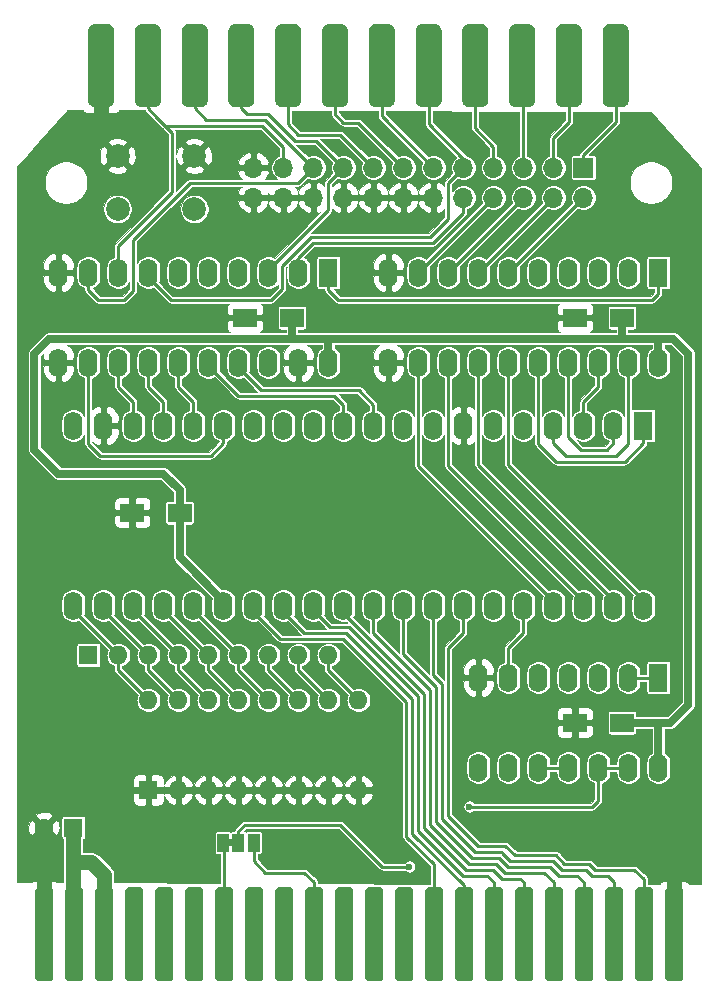
<source format=gtl>
G04 #@! TF.GenerationSoftware,KiCad,Pcbnew,(5.0.1-3-g963ef8bb5)*
G04 #@! TF.CreationDate,2020-03-26T19:00:39+01:00*
G04 #@! TF.ProjectId,C64_ieee488_interface_8255,4336345F696565653438385F696E7465,1.0*
G04 #@! TF.SameCoordinates,Original*
G04 #@! TF.FileFunction,Copper,L1,Top,Signal*
G04 #@! TF.FilePolarity,Positive*
%FSLAX46Y46*%
G04 Gerber Fmt 4.6, Leading zero omitted, Abs format (unit mm)*
G04 Created by KiCad (PCBNEW (5.0.1-3-g963ef8bb5)) date Donnerstag, 26. März 2020 um 19:00:39*
%MOMM*%
%LPD*%
G01*
G04 APERTURE LIST*
G04 #@! TA.AperFunction,EtchedComponent*
%ADD10C,0.100000*%
G04 #@! TD*
G04 #@! TA.AperFunction,Conductor*
%ADD11C,0.100000*%
G04 #@! TD*
G04 #@! TA.AperFunction,Conductor*
%ADD12C,1.524000*%
G04 #@! TD*
G04 #@! TA.AperFunction,Conductor*
%ADD13C,2.200000*%
G04 #@! TD*
G04 #@! TA.AperFunction,ComponentPad*
%ADD14C,1.998980*%
G04 #@! TD*
G04 #@! TA.AperFunction,SMDPad,CuDef*
%ADD15R,2.000000X1.600000*%
G04 #@! TD*
G04 #@! TA.AperFunction,ComponentPad*
%ADD16C,1.600000*%
G04 #@! TD*
G04 #@! TA.AperFunction,ComponentPad*
%ADD17R,1.600000X1.600000*%
G04 #@! TD*
G04 #@! TA.AperFunction,ComponentPad*
%ADD18O,1.700000X1.700000*%
G04 #@! TD*
G04 #@! TA.AperFunction,ComponentPad*
%ADD19R,1.700000X1.700000*%
G04 #@! TD*
G04 #@! TA.AperFunction,ComponentPad*
%ADD20O,1.600000X2.400000*%
G04 #@! TD*
G04 #@! TA.AperFunction,ComponentPad*
%ADD21R,1.600000X2.400000*%
G04 #@! TD*
G04 #@! TA.AperFunction,SMDPad,CuDef*
%ADD22R,1.000000X1.500000*%
G04 #@! TD*
G04 #@! TA.AperFunction,ComponentPad*
%ADD23O,1.600000X1.600000*%
G04 #@! TD*
G04 #@! TA.AperFunction,ViaPad*
%ADD24C,0.600000*%
G04 #@! TD*
G04 #@! TA.AperFunction,Conductor*
%ADD25C,1.270000*%
G04 #@! TD*
G04 #@! TA.AperFunction,Conductor*
%ADD26C,0.635000*%
G04 #@! TD*
G04 #@! TA.AperFunction,Conductor*
%ADD27C,0.254000*%
G04 #@! TD*
G04 #@! TA.AperFunction,Conductor*
%ADD28C,0.025400*%
G04 #@! TD*
G04 APERTURE END LIST*
D10*
G04 #@! TO.C,JP1*
G36*
X77840000Y-116540000D02*
X78340000Y-116540000D01*
X78340000Y-117140000D01*
X77840000Y-117140000D01*
X77840000Y-116540000D01*
G37*
G04 #@! TD*
D11*
G04 #@! TO.N,DC*
G04 #@! TO.C,J1*
G36*
X116058345Y-120601835D02*
X116095329Y-120607321D01*
X116131598Y-120616406D01*
X116166802Y-120629002D01*
X116200602Y-120644988D01*
X116232672Y-120664210D01*
X116262704Y-120686483D01*
X116290408Y-120711592D01*
X116315517Y-120739296D01*
X116337790Y-120769328D01*
X116357012Y-120801398D01*
X116372998Y-120835198D01*
X116385594Y-120870402D01*
X116394679Y-120906671D01*
X116400165Y-120943655D01*
X116402000Y-120981000D01*
X116402000Y-128219000D01*
X116400165Y-128256345D01*
X116394679Y-128293329D01*
X116385594Y-128329598D01*
X116372998Y-128364802D01*
X116357012Y-128398602D01*
X116337790Y-128430672D01*
X116315517Y-128460704D01*
X116290408Y-128488408D01*
X116262704Y-128513517D01*
X116232672Y-128535790D01*
X116200602Y-128555012D01*
X116166802Y-128570998D01*
X116131598Y-128583594D01*
X116095329Y-128592679D01*
X116058345Y-128598165D01*
X116021000Y-128600000D01*
X115259000Y-128600000D01*
X115221655Y-128598165D01*
X115184671Y-128592679D01*
X115148402Y-128583594D01*
X115113198Y-128570998D01*
X115079398Y-128555012D01*
X115047328Y-128535790D01*
X115017296Y-128513517D01*
X114989592Y-128488408D01*
X114964483Y-128460704D01*
X114942210Y-128430672D01*
X114922988Y-128398602D01*
X114907002Y-128364802D01*
X114894406Y-128329598D01*
X114885321Y-128293329D01*
X114879835Y-128256345D01*
X114878000Y-128219000D01*
X114878000Y-120981000D01*
X114879835Y-120943655D01*
X114885321Y-120906671D01*
X114894406Y-120870402D01*
X114907002Y-120835198D01*
X114922988Y-120801398D01*
X114942210Y-120769328D01*
X114964483Y-120739296D01*
X114989592Y-120711592D01*
X115017296Y-120686483D01*
X115047328Y-120664210D01*
X115079398Y-120644988D01*
X115113198Y-120629002D01*
X115148402Y-120616406D01*
X115184671Y-120607321D01*
X115221655Y-120601835D01*
X115259000Y-120600000D01*
X116021000Y-120600000D01*
X116058345Y-120601835D01*
X116058345Y-120601835D01*
G37*
D12*
X115640000Y-124600000D03*
D11*
G04 #@! TO.N,/D0*
G36*
X113518345Y-120601835D02*
X113555329Y-120607321D01*
X113591598Y-120616406D01*
X113626802Y-120629002D01*
X113660602Y-120644988D01*
X113692672Y-120664210D01*
X113722704Y-120686483D01*
X113750408Y-120711592D01*
X113775517Y-120739296D01*
X113797790Y-120769328D01*
X113817012Y-120801398D01*
X113832998Y-120835198D01*
X113845594Y-120870402D01*
X113854679Y-120906671D01*
X113860165Y-120943655D01*
X113862000Y-120981000D01*
X113862000Y-128219000D01*
X113860165Y-128256345D01*
X113854679Y-128293329D01*
X113845594Y-128329598D01*
X113832998Y-128364802D01*
X113817012Y-128398602D01*
X113797790Y-128430672D01*
X113775517Y-128460704D01*
X113750408Y-128488408D01*
X113722704Y-128513517D01*
X113692672Y-128535790D01*
X113660602Y-128555012D01*
X113626802Y-128570998D01*
X113591598Y-128583594D01*
X113555329Y-128592679D01*
X113518345Y-128598165D01*
X113481000Y-128600000D01*
X112719000Y-128600000D01*
X112681655Y-128598165D01*
X112644671Y-128592679D01*
X112608402Y-128583594D01*
X112573198Y-128570998D01*
X112539398Y-128555012D01*
X112507328Y-128535790D01*
X112477296Y-128513517D01*
X112449592Y-128488408D01*
X112424483Y-128460704D01*
X112402210Y-128430672D01*
X112382988Y-128398602D01*
X112367002Y-128364802D01*
X112354406Y-128329598D01*
X112345321Y-128293329D01*
X112339835Y-128256345D01*
X112338000Y-128219000D01*
X112338000Y-120981000D01*
X112339835Y-120943655D01*
X112345321Y-120906671D01*
X112354406Y-120870402D01*
X112367002Y-120835198D01*
X112382988Y-120801398D01*
X112402210Y-120769328D01*
X112424483Y-120739296D01*
X112449592Y-120711592D01*
X112477296Y-120686483D01*
X112507328Y-120664210D01*
X112539398Y-120644988D01*
X112573198Y-120629002D01*
X112608402Y-120616406D01*
X112644671Y-120607321D01*
X112681655Y-120601835D01*
X112719000Y-120600000D01*
X113481000Y-120600000D01*
X113518345Y-120601835D01*
X113518345Y-120601835D01*
G37*
D12*
X113100000Y-124600000D03*
D11*
G04 #@! TO.N,/D1*
G36*
X110978345Y-120601835D02*
X111015329Y-120607321D01*
X111051598Y-120616406D01*
X111086802Y-120629002D01*
X111120602Y-120644988D01*
X111152672Y-120664210D01*
X111182704Y-120686483D01*
X111210408Y-120711592D01*
X111235517Y-120739296D01*
X111257790Y-120769328D01*
X111277012Y-120801398D01*
X111292998Y-120835198D01*
X111305594Y-120870402D01*
X111314679Y-120906671D01*
X111320165Y-120943655D01*
X111322000Y-120981000D01*
X111322000Y-128219000D01*
X111320165Y-128256345D01*
X111314679Y-128293329D01*
X111305594Y-128329598D01*
X111292998Y-128364802D01*
X111277012Y-128398602D01*
X111257790Y-128430672D01*
X111235517Y-128460704D01*
X111210408Y-128488408D01*
X111182704Y-128513517D01*
X111152672Y-128535790D01*
X111120602Y-128555012D01*
X111086802Y-128570998D01*
X111051598Y-128583594D01*
X111015329Y-128592679D01*
X110978345Y-128598165D01*
X110941000Y-128600000D01*
X110179000Y-128600000D01*
X110141655Y-128598165D01*
X110104671Y-128592679D01*
X110068402Y-128583594D01*
X110033198Y-128570998D01*
X109999398Y-128555012D01*
X109967328Y-128535790D01*
X109937296Y-128513517D01*
X109909592Y-128488408D01*
X109884483Y-128460704D01*
X109862210Y-128430672D01*
X109842988Y-128398602D01*
X109827002Y-128364802D01*
X109814406Y-128329598D01*
X109805321Y-128293329D01*
X109799835Y-128256345D01*
X109798000Y-128219000D01*
X109798000Y-120981000D01*
X109799835Y-120943655D01*
X109805321Y-120906671D01*
X109814406Y-120870402D01*
X109827002Y-120835198D01*
X109842988Y-120801398D01*
X109862210Y-120769328D01*
X109884483Y-120739296D01*
X109909592Y-120711592D01*
X109937296Y-120686483D01*
X109967328Y-120664210D01*
X109999398Y-120644988D01*
X110033198Y-120629002D01*
X110068402Y-120616406D01*
X110104671Y-120607321D01*
X110141655Y-120601835D01*
X110179000Y-120600000D01*
X110941000Y-120600000D01*
X110978345Y-120601835D01*
X110978345Y-120601835D01*
G37*
D12*
X110560000Y-124600000D03*
D11*
G04 #@! TO.N,/D2*
G36*
X108438345Y-120601835D02*
X108475329Y-120607321D01*
X108511598Y-120616406D01*
X108546802Y-120629002D01*
X108580602Y-120644988D01*
X108612672Y-120664210D01*
X108642704Y-120686483D01*
X108670408Y-120711592D01*
X108695517Y-120739296D01*
X108717790Y-120769328D01*
X108737012Y-120801398D01*
X108752998Y-120835198D01*
X108765594Y-120870402D01*
X108774679Y-120906671D01*
X108780165Y-120943655D01*
X108782000Y-120981000D01*
X108782000Y-128219000D01*
X108780165Y-128256345D01*
X108774679Y-128293329D01*
X108765594Y-128329598D01*
X108752998Y-128364802D01*
X108737012Y-128398602D01*
X108717790Y-128430672D01*
X108695517Y-128460704D01*
X108670408Y-128488408D01*
X108642704Y-128513517D01*
X108612672Y-128535790D01*
X108580602Y-128555012D01*
X108546802Y-128570998D01*
X108511598Y-128583594D01*
X108475329Y-128592679D01*
X108438345Y-128598165D01*
X108401000Y-128600000D01*
X107639000Y-128600000D01*
X107601655Y-128598165D01*
X107564671Y-128592679D01*
X107528402Y-128583594D01*
X107493198Y-128570998D01*
X107459398Y-128555012D01*
X107427328Y-128535790D01*
X107397296Y-128513517D01*
X107369592Y-128488408D01*
X107344483Y-128460704D01*
X107322210Y-128430672D01*
X107302988Y-128398602D01*
X107287002Y-128364802D01*
X107274406Y-128329598D01*
X107265321Y-128293329D01*
X107259835Y-128256345D01*
X107258000Y-128219000D01*
X107258000Y-120981000D01*
X107259835Y-120943655D01*
X107265321Y-120906671D01*
X107274406Y-120870402D01*
X107287002Y-120835198D01*
X107302988Y-120801398D01*
X107322210Y-120769328D01*
X107344483Y-120739296D01*
X107369592Y-120711592D01*
X107397296Y-120686483D01*
X107427328Y-120664210D01*
X107459398Y-120644988D01*
X107493198Y-120629002D01*
X107528402Y-120616406D01*
X107564671Y-120607321D01*
X107601655Y-120601835D01*
X107639000Y-120600000D01*
X108401000Y-120600000D01*
X108438345Y-120601835D01*
X108438345Y-120601835D01*
G37*
D12*
X108020000Y-124600000D03*
D11*
G04 #@! TO.N,/D3*
G36*
X105898345Y-120601835D02*
X105935329Y-120607321D01*
X105971598Y-120616406D01*
X106006802Y-120629002D01*
X106040602Y-120644988D01*
X106072672Y-120664210D01*
X106102704Y-120686483D01*
X106130408Y-120711592D01*
X106155517Y-120739296D01*
X106177790Y-120769328D01*
X106197012Y-120801398D01*
X106212998Y-120835198D01*
X106225594Y-120870402D01*
X106234679Y-120906671D01*
X106240165Y-120943655D01*
X106242000Y-120981000D01*
X106242000Y-128219000D01*
X106240165Y-128256345D01*
X106234679Y-128293329D01*
X106225594Y-128329598D01*
X106212998Y-128364802D01*
X106197012Y-128398602D01*
X106177790Y-128430672D01*
X106155517Y-128460704D01*
X106130408Y-128488408D01*
X106102704Y-128513517D01*
X106072672Y-128535790D01*
X106040602Y-128555012D01*
X106006802Y-128570998D01*
X105971598Y-128583594D01*
X105935329Y-128592679D01*
X105898345Y-128598165D01*
X105861000Y-128600000D01*
X105099000Y-128600000D01*
X105061655Y-128598165D01*
X105024671Y-128592679D01*
X104988402Y-128583594D01*
X104953198Y-128570998D01*
X104919398Y-128555012D01*
X104887328Y-128535790D01*
X104857296Y-128513517D01*
X104829592Y-128488408D01*
X104804483Y-128460704D01*
X104782210Y-128430672D01*
X104762988Y-128398602D01*
X104747002Y-128364802D01*
X104734406Y-128329598D01*
X104725321Y-128293329D01*
X104719835Y-128256345D01*
X104718000Y-128219000D01*
X104718000Y-120981000D01*
X104719835Y-120943655D01*
X104725321Y-120906671D01*
X104734406Y-120870402D01*
X104747002Y-120835198D01*
X104762988Y-120801398D01*
X104782210Y-120769328D01*
X104804483Y-120739296D01*
X104829592Y-120711592D01*
X104857296Y-120686483D01*
X104887328Y-120664210D01*
X104919398Y-120644988D01*
X104953198Y-120629002D01*
X104988402Y-120616406D01*
X105024671Y-120607321D01*
X105061655Y-120601835D01*
X105099000Y-120600000D01*
X105861000Y-120600000D01*
X105898345Y-120601835D01*
X105898345Y-120601835D01*
G37*
D12*
X105480000Y-124600000D03*
D11*
G04 #@! TO.N,/D4*
G36*
X103358345Y-120601835D02*
X103395329Y-120607321D01*
X103431598Y-120616406D01*
X103466802Y-120629002D01*
X103500602Y-120644988D01*
X103532672Y-120664210D01*
X103562704Y-120686483D01*
X103590408Y-120711592D01*
X103615517Y-120739296D01*
X103637790Y-120769328D01*
X103657012Y-120801398D01*
X103672998Y-120835198D01*
X103685594Y-120870402D01*
X103694679Y-120906671D01*
X103700165Y-120943655D01*
X103702000Y-120981000D01*
X103702000Y-128219000D01*
X103700165Y-128256345D01*
X103694679Y-128293329D01*
X103685594Y-128329598D01*
X103672998Y-128364802D01*
X103657012Y-128398602D01*
X103637790Y-128430672D01*
X103615517Y-128460704D01*
X103590408Y-128488408D01*
X103562704Y-128513517D01*
X103532672Y-128535790D01*
X103500602Y-128555012D01*
X103466802Y-128570998D01*
X103431598Y-128583594D01*
X103395329Y-128592679D01*
X103358345Y-128598165D01*
X103321000Y-128600000D01*
X102559000Y-128600000D01*
X102521655Y-128598165D01*
X102484671Y-128592679D01*
X102448402Y-128583594D01*
X102413198Y-128570998D01*
X102379398Y-128555012D01*
X102347328Y-128535790D01*
X102317296Y-128513517D01*
X102289592Y-128488408D01*
X102264483Y-128460704D01*
X102242210Y-128430672D01*
X102222988Y-128398602D01*
X102207002Y-128364802D01*
X102194406Y-128329598D01*
X102185321Y-128293329D01*
X102179835Y-128256345D01*
X102178000Y-128219000D01*
X102178000Y-120981000D01*
X102179835Y-120943655D01*
X102185321Y-120906671D01*
X102194406Y-120870402D01*
X102207002Y-120835198D01*
X102222988Y-120801398D01*
X102242210Y-120769328D01*
X102264483Y-120739296D01*
X102289592Y-120711592D01*
X102317296Y-120686483D01*
X102347328Y-120664210D01*
X102379398Y-120644988D01*
X102413198Y-120629002D01*
X102448402Y-120616406D01*
X102484671Y-120607321D01*
X102521655Y-120601835D01*
X102559000Y-120600000D01*
X103321000Y-120600000D01*
X103358345Y-120601835D01*
X103358345Y-120601835D01*
G37*
D12*
X102940000Y-124600000D03*
D11*
G04 #@! TO.N,/D5*
G36*
X100818345Y-120601835D02*
X100855329Y-120607321D01*
X100891598Y-120616406D01*
X100926802Y-120629002D01*
X100960602Y-120644988D01*
X100992672Y-120664210D01*
X101022704Y-120686483D01*
X101050408Y-120711592D01*
X101075517Y-120739296D01*
X101097790Y-120769328D01*
X101117012Y-120801398D01*
X101132998Y-120835198D01*
X101145594Y-120870402D01*
X101154679Y-120906671D01*
X101160165Y-120943655D01*
X101162000Y-120981000D01*
X101162000Y-128219000D01*
X101160165Y-128256345D01*
X101154679Y-128293329D01*
X101145594Y-128329598D01*
X101132998Y-128364802D01*
X101117012Y-128398602D01*
X101097790Y-128430672D01*
X101075517Y-128460704D01*
X101050408Y-128488408D01*
X101022704Y-128513517D01*
X100992672Y-128535790D01*
X100960602Y-128555012D01*
X100926802Y-128570998D01*
X100891598Y-128583594D01*
X100855329Y-128592679D01*
X100818345Y-128598165D01*
X100781000Y-128600000D01*
X100019000Y-128600000D01*
X99981655Y-128598165D01*
X99944671Y-128592679D01*
X99908402Y-128583594D01*
X99873198Y-128570998D01*
X99839398Y-128555012D01*
X99807328Y-128535790D01*
X99777296Y-128513517D01*
X99749592Y-128488408D01*
X99724483Y-128460704D01*
X99702210Y-128430672D01*
X99682988Y-128398602D01*
X99667002Y-128364802D01*
X99654406Y-128329598D01*
X99645321Y-128293329D01*
X99639835Y-128256345D01*
X99638000Y-128219000D01*
X99638000Y-120981000D01*
X99639835Y-120943655D01*
X99645321Y-120906671D01*
X99654406Y-120870402D01*
X99667002Y-120835198D01*
X99682988Y-120801398D01*
X99702210Y-120769328D01*
X99724483Y-120739296D01*
X99749592Y-120711592D01*
X99777296Y-120686483D01*
X99807328Y-120664210D01*
X99839398Y-120644988D01*
X99873198Y-120629002D01*
X99908402Y-120616406D01*
X99944671Y-120607321D01*
X99981655Y-120601835D01*
X100019000Y-120600000D01*
X100781000Y-120600000D01*
X100818345Y-120601835D01*
X100818345Y-120601835D01*
G37*
D12*
X100400000Y-124600000D03*
D11*
G04 #@! TO.N,/D6*
G36*
X98278345Y-120601835D02*
X98315329Y-120607321D01*
X98351598Y-120616406D01*
X98386802Y-120629002D01*
X98420602Y-120644988D01*
X98452672Y-120664210D01*
X98482704Y-120686483D01*
X98510408Y-120711592D01*
X98535517Y-120739296D01*
X98557790Y-120769328D01*
X98577012Y-120801398D01*
X98592998Y-120835198D01*
X98605594Y-120870402D01*
X98614679Y-120906671D01*
X98620165Y-120943655D01*
X98622000Y-120981000D01*
X98622000Y-128219000D01*
X98620165Y-128256345D01*
X98614679Y-128293329D01*
X98605594Y-128329598D01*
X98592998Y-128364802D01*
X98577012Y-128398602D01*
X98557790Y-128430672D01*
X98535517Y-128460704D01*
X98510408Y-128488408D01*
X98482704Y-128513517D01*
X98452672Y-128535790D01*
X98420602Y-128555012D01*
X98386802Y-128570998D01*
X98351598Y-128583594D01*
X98315329Y-128592679D01*
X98278345Y-128598165D01*
X98241000Y-128600000D01*
X97479000Y-128600000D01*
X97441655Y-128598165D01*
X97404671Y-128592679D01*
X97368402Y-128583594D01*
X97333198Y-128570998D01*
X97299398Y-128555012D01*
X97267328Y-128535790D01*
X97237296Y-128513517D01*
X97209592Y-128488408D01*
X97184483Y-128460704D01*
X97162210Y-128430672D01*
X97142988Y-128398602D01*
X97127002Y-128364802D01*
X97114406Y-128329598D01*
X97105321Y-128293329D01*
X97099835Y-128256345D01*
X97098000Y-128219000D01*
X97098000Y-120981000D01*
X97099835Y-120943655D01*
X97105321Y-120906671D01*
X97114406Y-120870402D01*
X97127002Y-120835198D01*
X97142988Y-120801398D01*
X97162210Y-120769328D01*
X97184483Y-120739296D01*
X97209592Y-120711592D01*
X97237296Y-120686483D01*
X97267328Y-120664210D01*
X97299398Y-120644988D01*
X97333198Y-120629002D01*
X97368402Y-120616406D01*
X97404671Y-120607321D01*
X97441655Y-120601835D01*
X97479000Y-120600000D01*
X98241000Y-120600000D01*
X98278345Y-120601835D01*
X98278345Y-120601835D01*
G37*
D12*
X97860000Y-124600000D03*
D11*
G04 #@! TO.N,VCC*
G36*
X67798345Y-120601835D02*
X67835329Y-120607321D01*
X67871598Y-120616406D01*
X67906802Y-120629002D01*
X67940602Y-120644988D01*
X67972672Y-120664210D01*
X68002704Y-120686483D01*
X68030408Y-120711592D01*
X68055517Y-120739296D01*
X68077790Y-120769328D01*
X68097012Y-120801398D01*
X68112998Y-120835198D01*
X68125594Y-120870402D01*
X68134679Y-120906671D01*
X68140165Y-120943655D01*
X68142000Y-120981000D01*
X68142000Y-128219000D01*
X68140165Y-128256345D01*
X68134679Y-128293329D01*
X68125594Y-128329598D01*
X68112998Y-128364802D01*
X68097012Y-128398602D01*
X68077790Y-128430672D01*
X68055517Y-128460704D01*
X68030408Y-128488408D01*
X68002704Y-128513517D01*
X67972672Y-128535790D01*
X67940602Y-128555012D01*
X67906802Y-128570998D01*
X67871598Y-128583594D01*
X67835329Y-128592679D01*
X67798345Y-128598165D01*
X67761000Y-128600000D01*
X66999000Y-128600000D01*
X66961655Y-128598165D01*
X66924671Y-128592679D01*
X66888402Y-128583594D01*
X66853198Y-128570998D01*
X66819398Y-128555012D01*
X66787328Y-128535790D01*
X66757296Y-128513517D01*
X66729592Y-128488408D01*
X66704483Y-128460704D01*
X66682210Y-128430672D01*
X66662988Y-128398602D01*
X66647002Y-128364802D01*
X66634406Y-128329598D01*
X66625321Y-128293329D01*
X66619835Y-128256345D01*
X66618000Y-128219000D01*
X66618000Y-120981000D01*
X66619835Y-120943655D01*
X66625321Y-120906671D01*
X66634406Y-120870402D01*
X66647002Y-120835198D01*
X66662988Y-120801398D01*
X66682210Y-120769328D01*
X66704483Y-120739296D01*
X66729592Y-120711592D01*
X66757296Y-120686483D01*
X66787328Y-120664210D01*
X66819398Y-120644988D01*
X66853198Y-120629002D01*
X66888402Y-120616406D01*
X66924671Y-120607321D01*
X66961655Y-120601835D01*
X66999000Y-120600000D01*
X67761000Y-120600000D01*
X67798345Y-120601835D01*
X67798345Y-120601835D01*
G37*
D12*
X67380000Y-124600000D03*
D11*
G36*
X65258345Y-120601835D02*
X65295329Y-120607321D01*
X65331598Y-120616406D01*
X65366802Y-120629002D01*
X65400602Y-120644988D01*
X65432672Y-120664210D01*
X65462704Y-120686483D01*
X65490408Y-120711592D01*
X65515517Y-120739296D01*
X65537790Y-120769328D01*
X65557012Y-120801398D01*
X65572998Y-120835198D01*
X65585594Y-120870402D01*
X65594679Y-120906671D01*
X65600165Y-120943655D01*
X65602000Y-120981000D01*
X65602000Y-128219000D01*
X65600165Y-128256345D01*
X65594679Y-128293329D01*
X65585594Y-128329598D01*
X65572998Y-128364802D01*
X65557012Y-128398602D01*
X65537790Y-128430672D01*
X65515517Y-128460704D01*
X65490408Y-128488408D01*
X65462704Y-128513517D01*
X65432672Y-128535790D01*
X65400602Y-128555012D01*
X65366802Y-128570998D01*
X65331598Y-128583594D01*
X65295329Y-128592679D01*
X65258345Y-128598165D01*
X65221000Y-128600000D01*
X64459000Y-128600000D01*
X64421655Y-128598165D01*
X64384671Y-128592679D01*
X64348402Y-128583594D01*
X64313198Y-128570998D01*
X64279398Y-128555012D01*
X64247328Y-128535790D01*
X64217296Y-128513517D01*
X64189592Y-128488408D01*
X64164483Y-128460704D01*
X64142210Y-128430672D01*
X64122988Y-128398602D01*
X64107002Y-128364802D01*
X64094406Y-128329598D01*
X64085321Y-128293329D01*
X64079835Y-128256345D01*
X64078000Y-128219000D01*
X64078000Y-120981000D01*
X64079835Y-120943655D01*
X64085321Y-120906671D01*
X64094406Y-120870402D01*
X64107002Y-120835198D01*
X64122988Y-120801398D01*
X64142210Y-120769328D01*
X64164483Y-120739296D01*
X64189592Y-120711592D01*
X64217296Y-120686483D01*
X64247328Y-120664210D01*
X64279398Y-120644988D01*
X64313198Y-120629002D01*
X64348402Y-120616406D01*
X64384671Y-120607321D01*
X64421655Y-120601835D01*
X64459000Y-120600000D01*
X65221000Y-120600000D01*
X65258345Y-120601835D01*
X65258345Y-120601835D01*
G37*
D12*
X64840000Y-124600000D03*
D11*
G04 #@! TO.N,N/C*
G36*
X90658345Y-120601835D02*
X90695329Y-120607321D01*
X90731598Y-120616406D01*
X90766802Y-120629002D01*
X90800602Y-120644988D01*
X90832672Y-120664210D01*
X90862704Y-120686483D01*
X90890408Y-120711592D01*
X90915517Y-120739296D01*
X90937790Y-120769328D01*
X90957012Y-120801398D01*
X90972998Y-120835198D01*
X90985594Y-120870402D01*
X90994679Y-120906671D01*
X91000165Y-120943655D01*
X91002000Y-120981000D01*
X91002000Y-128219000D01*
X91000165Y-128256345D01*
X90994679Y-128293329D01*
X90985594Y-128329598D01*
X90972998Y-128364802D01*
X90957012Y-128398602D01*
X90937790Y-128430672D01*
X90915517Y-128460704D01*
X90890408Y-128488408D01*
X90862704Y-128513517D01*
X90832672Y-128535790D01*
X90800602Y-128555012D01*
X90766802Y-128570998D01*
X90731598Y-128583594D01*
X90695329Y-128592679D01*
X90658345Y-128598165D01*
X90621000Y-128600000D01*
X89859000Y-128600000D01*
X89821655Y-128598165D01*
X89784671Y-128592679D01*
X89748402Y-128583594D01*
X89713198Y-128570998D01*
X89679398Y-128555012D01*
X89647328Y-128535790D01*
X89617296Y-128513517D01*
X89589592Y-128488408D01*
X89564483Y-128460704D01*
X89542210Y-128430672D01*
X89522988Y-128398602D01*
X89507002Y-128364802D01*
X89494406Y-128329598D01*
X89485321Y-128293329D01*
X89479835Y-128256345D01*
X89478000Y-128219000D01*
X89478000Y-120981000D01*
X89479835Y-120943655D01*
X89485321Y-120906671D01*
X89494406Y-120870402D01*
X89507002Y-120835198D01*
X89522988Y-120801398D01*
X89542210Y-120769328D01*
X89564483Y-120739296D01*
X89589592Y-120711592D01*
X89617296Y-120686483D01*
X89647328Y-120664210D01*
X89679398Y-120644988D01*
X89713198Y-120629002D01*
X89748402Y-120616406D01*
X89784671Y-120607321D01*
X89821655Y-120601835D01*
X89859000Y-120600000D01*
X90621000Y-120600000D01*
X90658345Y-120601835D01*
X90658345Y-120601835D01*
G37*
D12*
X90240000Y-124600000D03*
D11*
G04 #@! TO.N,/D7*
G36*
X95738345Y-120601835D02*
X95775329Y-120607321D01*
X95811598Y-120616406D01*
X95846802Y-120629002D01*
X95880602Y-120644988D01*
X95912672Y-120664210D01*
X95942704Y-120686483D01*
X95970408Y-120711592D01*
X95995517Y-120739296D01*
X96017790Y-120769328D01*
X96037012Y-120801398D01*
X96052998Y-120835198D01*
X96065594Y-120870402D01*
X96074679Y-120906671D01*
X96080165Y-120943655D01*
X96082000Y-120981000D01*
X96082000Y-128219000D01*
X96080165Y-128256345D01*
X96074679Y-128293329D01*
X96065594Y-128329598D01*
X96052998Y-128364802D01*
X96037012Y-128398602D01*
X96017790Y-128430672D01*
X95995517Y-128460704D01*
X95970408Y-128488408D01*
X95942704Y-128513517D01*
X95912672Y-128535790D01*
X95880602Y-128555012D01*
X95846802Y-128570998D01*
X95811598Y-128583594D01*
X95775329Y-128592679D01*
X95738345Y-128598165D01*
X95701000Y-128600000D01*
X94939000Y-128600000D01*
X94901655Y-128598165D01*
X94864671Y-128592679D01*
X94828402Y-128583594D01*
X94793198Y-128570998D01*
X94759398Y-128555012D01*
X94727328Y-128535790D01*
X94697296Y-128513517D01*
X94669592Y-128488408D01*
X94644483Y-128460704D01*
X94622210Y-128430672D01*
X94602988Y-128398602D01*
X94587002Y-128364802D01*
X94574406Y-128329598D01*
X94565321Y-128293329D01*
X94559835Y-128256345D01*
X94558000Y-128219000D01*
X94558000Y-120981000D01*
X94559835Y-120943655D01*
X94565321Y-120906671D01*
X94574406Y-120870402D01*
X94587002Y-120835198D01*
X94602988Y-120801398D01*
X94622210Y-120769328D01*
X94644483Y-120739296D01*
X94669592Y-120711592D01*
X94697296Y-120686483D01*
X94727328Y-120664210D01*
X94759398Y-120644988D01*
X94793198Y-120629002D01*
X94828402Y-120616406D01*
X94864671Y-120607321D01*
X94901655Y-120601835D01*
X94939000Y-120600000D01*
X95701000Y-120600000D01*
X95738345Y-120601835D01*
X95738345Y-120601835D01*
G37*
D12*
X95320000Y-124600000D03*
D11*
G04 #@! TO.N,N/C*
G36*
X93198345Y-120601835D02*
X93235329Y-120607321D01*
X93271598Y-120616406D01*
X93306802Y-120629002D01*
X93340602Y-120644988D01*
X93372672Y-120664210D01*
X93402704Y-120686483D01*
X93430408Y-120711592D01*
X93455517Y-120739296D01*
X93477790Y-120769328D01*
X93497012Y-120801398D01*
X93512998Y-120835198D01*
X93525594Y-120870402D01*
X93534679Y-120906671D01*
X93540165Y-120943655D01*
X93542000Y-120981000D01*
X93542000Y-128219000D01*
X93540165Y-128256345D01*
X93534679Y-128293329D01*
X93525594Y-128329598D01*
X93512998Y-128364802D01*
X93497012Y-128398602D01*
X93477790Y-128430672D01*
X93455517Y-128460704D01*
X93430408Y-128488408D01*
X93402704Y-128513517D01*
X93372672Y-128535790D01*
X93340602Y-128555012D01*
X93306802Y-128570998D01*
X93271598Y-128583594D01*
X93235329Y-128592679D01*
X93198345Y-128598165D01*
X93161000Y-128600000D01*
X92399000Y-128600000D01*
X92361655Y-128598165D01*
X92324671Y-128592679D01*
X92288402Y-128583594D01*
X92253198Y-128570998D01*
X92219398Y-128555012D01*
X92187328Y-128535790D01*
X92157296Y-128513517D01*
X92129592Y-128488408D01*
X92104483Y-128460704D01*
X92082210Y-128430672D01*
X92062988Y-128398602D01*
X92047002Y-128364802D01*
X92034406Y-128329598D01*
X92025321Y-128293329D01*
X92019835Y-128256345D01*
X92018000Y-128219000D01*
X92018000Y-120981000D01*
X92019835Y-120943655D01*
X92025321Y-120906671D01*
X92034406Y-120870402D01*
X92047002Y-120835198D01*
X92062988Y-120801398D01*
X92082210Y-120769328D01*
X92104483Y-120739296D01*
X92129592Y-120711592D01*
X92157296Y-120686483D01*
X92187328Y-120664210D01*
X92219398Y-120644988D01*
X92253198Y-120629002D01*
X92288402Y-120616406D01*
X92324671Y-120607321D01*
X92361655Y-120601835D01*
X92399000Y-120600000D01*
X93161000Y-120600000D01*
X93198345Y-120601835D01*
X93198345Y-120601835D01*
G37*
D12*
X92780000Y-124600000D03*
D11*
G36*
X88118345Y-120601835D02*
X88155329Y-120607321D01*
X88191598Y-120616406D01*
X88226802Y-120629002D01*
X88260602Y-120644988D01*
X88292672Y-120664210D01*
X88322704Y-120686483D01*
X88350408Y-120711592D01*
X88375517Y-120739296D01*
X88397790Y-120769328D01*
X88417012Y-120801398D01*
X88432998Y-120835198D01*
X88445594Y-120870402D01*
X88454679Y-120906671D01*
X88460165Y-120943655D01*
X88462000Y-120981000D01*
X88462000Y-128219000D01*
X88460165Y-128256345D01*
X88454679Y-128293329D01*
X88445594Y-128329598D01*
X88432998Y-128364802D01*
X88417012Y-128398602D01*
X88397790Y-128430672D01*
X88375517Y-128460704D01*
X88350408Y-128488408D01*
X88322704Y-128513517D01*
X88292672Y-128535790D01*
X88260602Y-128555012D01*
X88226802Y-128570998D01*
X88191598Y-128583594D01*
X88155329Y-128592679D01*
X88118345Y-128598165D01*
X88081000Y-128600000D01*
X87319000Y-128600000D01*
X87281655Y-128598165D01*
X87244671Y-128592679D01*
X87208402Y-128583594D01*
X87173198Y-128570998D01*
X87139398Y-128555012D01*
X87107328Y-128535790D01*
X87077296Y-128513517D01*
X87049592Y-128488408D01*
X87024483Y-128460704D01*
X87002210Y-128430672D01*
X86982988Y-128398602D01*
X86967002Y-128364802D01*
X86954406Y-128329598D01*
X86945321Y-128293329D01*
X86939835Y-128256345D01*
X86938000Y-128219000D01*
X86938000Y-120981000D01*
X86939835Y-120943655D01*
X86945321Y-120906671D01*
X86954406Y-120870402D01*
X86967002Y-120835198D01*
X86982988Y-120801398D01*
X87002210Y-120769328D01*
X87024483Y-120739296D01*
X87049592Y-120711592D01*
X87077296Y-120686483D01*
X87107328Y-120664210D01*
X87139398Y-120644988D01*
X87173198Y-120629002D01*
X87208402Y-120616406D01*
X87244671Y-120607321D01*
X87281655Y-120601835D01*
X87319000Y-120600000D01*
X88081000Y-120600000D01*
X88118345Y-120601835D01*
X88118345Y-120601835D01*
G37*
D12*
X87700000Y-124600000D03*
D11*
G04 #@! TO.N,IO2*
G36*
X85578345Y-120601835D02*
X85615329Y-120607321D01*
X85651598Y-120616406D01*
X85686802Y-120629002D01*
X85720602Y-120644988D01*
X85752672Y-120664210D01*
X85782704Y-120686483D01*
X85810408Y-120711592D01*
X85835517Y-120739296D01*
X85857790Y-120769328D01*
X85877012Y-120801398D01*
X85892998Y-120835198D01*
X85905594Y-120870402D01*
X85914679Y-120906671D01*
X85920165Y-120943655D01*
X85922000Y-120981000D01*
X85922000Y-128219000D01*
X85920165Y-128256345D01*
X85914679Y-128293329D01*
X85905594Y-128329598D01*
X85892998Y-128364802D01*
X85877012Y-128398602D01*
X85857790Y-128430672D01*
X85835517Y-128460704D01*
X85810408Y-128488408D01*
X85782704Y-128513517D01*
X85752672Y-128535790D01*
X85720602Y-128555012D01*
X85686802Y-128570998D01*
X85651598Y-128583594D01*
X85615329Y-128592679D01*
X85578345Y-128598165D01*
X85541000Y-128600000D01*
X84779000Y-128600000D01*
X84741655Y-128598165D01*
X84704671Y-128592679D01*
X84668402Y-128583594D01*
X84633198Y-128570998D01*
X84599398Y-128555012D01*
X84567328Y-128535790D01*
X84537296Y-128513517D01*
X84509592Y-128488408D01*
X84484483Y-128460704D01*
X84462210Y-128430672D01*
X84442988Y-128398602D01*
X84427002Y-128364802D01*
X84414406Y-128329598D01*
X84405321Y-128293329D01*
X84399835Y-128256345D01*
X84398000Y-128219000D01*
X84398000Y-120981000D01*
X84399835Y-120943655D01*
X84405321Y-120906671D01*
X84414406Y-120870402D01*
X84427002Y-120835198D01*
X84442988Y-120801398D01*
X84462210Y-120769328D01*
X84484483Y-120739296D01*
X84509592Y-120711592D01*
X84537296Y-120686483D01*
X84567328Y-120664210D01*
X84599398Y-120644988D01*
X84633198Y-120629002D01*
X84668402Y-120616406D01*
X84704671Y-120607321D01*
X84741655Y-120601835D01*
X84779000Y-120600000D01*
X85541000Y-120600000D01*
X85578345Y-120601835D01*
X85578345Y-120601835D01*
G37*
D12*
X85160000Y-124600000D03*
D11*
G04 #@! TO.N,N/C*
G36*
X83038345Y-120601835D02*
X83075329Y-120607321D01*
X83111598Y-120616406D01*
X83146802Y-120629002D01*
X83180602Y-120644988D01*
X83212672Y-120664210D01*
X83242704Y-120686483D01*
X83270408Y-120711592D01*
X83295517Y-120739296D01*
X83317790Y-120769328D01*
X83337012Y-120801398D01*
X83352998Y-120835198D01*
X83365594Y-120870402D01*
X83374679Y-120906671D01*
X83380165Y-120943655D01*
X83382000Y-120981000D01*
X83382000Y-128219000D01*
X83380165Y-128256345D01*
X83374679Y-128293329D01*
X83365594Y-128329598D01*
X83352998Y-128364802D01*
X83337012Y-128398602D01*
X83317790Y-128430672D01*
X83295517Y-128460704D01*
X83270408Y-128488408D01*
X83242704Y-128513517D01*
X83212672Y-128535790D01*
X83180602Y-128555012D01*
X83146802Y-128570998D01*
X83111598Y-128583594D01*
X83075329Y-128592679D01*
X83038345Y-128598165D01*
X83001000Y-128600000D01*
X82239000Y-128600000D01*
X82201655Y-128598165D01*
X82164671Y-128592679D01*
X82128402Y-128583594D01*
X82093198Y-128570998D01*
X82059398Y-128555012D01*
X82027328Y-128535790D01*
X81997296Y-128513517D01*
X81969592Y-128488408D01*
X81944483Y-128460704D01*
X81922210Y-128430672D01*
X81902988Y-128398602D01*
X81887002Y-128364802D01*
X81874406Y-128329598D01*
X81865321Y-128293329D01*
X81859835Y-128256345D01*
X81858000Y-128219000D01*
X81858000Y-120981000D01*
X81859835Y-120943655D01*
X81865321Y-120906671D01*
X81874406Y-120870402D01*
X81887002Y-120835198D01*
X81902988Y-120801398D01*
X81922210Y-120769328D01*
X81944483Y-120739296D01*
X81969592Y-120711592D01*
X81997296Y-120686483D01*
X82027328Y-120664210D01*
X82059398Y-120644988D01*
X82093198Y-120629002D01*
X82128402Y-120616406D01*
X82164671Y-120607321D01*
X82201655Y-120601835D01*
X82239000Y-120600000D01*
X83001000Y-120600000D01*
X83038345Y-120601835D01*
X83038345Y-120601835D01*
G37*
D12*
X82620000Y-124600000D03*
D11*
G36*
X80498345Y-120601835D02*
X80535329Y-120607321D01*
X80571598Y-120616406D01*
X80606802Y-120629002D01*
X80640602Y-120644988D01*
X80672672Y-120664210D01*
X80702704Y-120686483D01*
X80730408Y-120711592D01*
X80755517Y-120739296D01*
X80777790Y-120769328D01*
X80797012Y-120801398D01*
X80812998Y-120835198D01*
X80825594Y-120870402D01*
X80834679Y-120906671D01*
X80840165Y-120943655D01*
X80842000Y-120981000D01*
X80842000Y-128219000D01*
X80840165Y-128256345D01*
X80834679Y-128293329D01*
X80825594Y-128329598D01*
X80812998Y-128364802D01*
X80797012Y-128398602D01*
X80777790Y-128430672D01*
X80755517Y-128460704D01*
X80730408Y-128488408D01*
X80702704Y-128513517D01*
X80672672Y-128535790D01*
X80640602Y-128555012D01*
X80606802Y-128570998D01*
X80571598Y-128583594D01*
X80535329Y-128592679D01*
X80498345Y-128598165D01*
X80461000Y-128600000D01*
X79699000Y-128600000D01*
X79661655Y-128598165D01*
X79624671Y-128592679D01*
X79588402Y-128583594D01*
X79553198Y-128570998D01*
X79519398Y-128555012D01*
X79487328Y-128535790D01*
X79457296Y-128513517D01*
X79429592Y-128488408D01*
X79404483Y-128460704D01*
X79382210Y-128430672D01*
X79362988Y-128398602D01*
X79347002Y-128364802D01*
X79334406Y-128329598D01*
X79325321Y-128293329D01*
X79319835Y-128256345D01*
X79318000Y-128219000D01*
X79318000Y-120981000D01*
X79319835Y-120943655D01*
X79325321Y-120906671D01*
X79334406Y-120870402D01*
X79347002Y-120835198D01*
X79362988Y-120801398D01*
X79382210Y-120769328D01*
X79404483Y-120739296D01*
X79429592Y-120711592D01*
X79457296Y-120686483D01*
X79487328Y-120664210D01*
X79519398Y-120644988D01*
X79553198Y-120629002D01*
X79588402Y-120616406D01*
X79624671Y-120607321D01*
X79661655Y-120601835D01*
X79699000Y-120600000D01*
X80461000Y-120600000D01*
X80498345Y-120601835D01*
X80498345Y-120601835D01*
G37*
D12*
X80080000Y-124600000D03*
D11*
G04 #@! TO.N,IO1*
G36*
X77958345Y-120601835D02*
X77995329Y-120607321D01*
X78031598Y-120616406D01*
X78066802Y-120629002D01*
X78100602Y-120644988D01*
X78132672Y-120664210D01*
X78162704Y-120686483D01*
X78190408Y-120711592D01*
X78215517Y-120739296D01*
X78237790Y-120769328D01*
X78257012Y-120801398D01*
X78272998Y-120835198D01*
X78285594Y-120870402D01*
X78294679Y-120906671D01*
X78300165Y-120943655D01*
X78302000Y-120981000D01*
X78302000Y-128219000D01*
X78300165Y-128256345D01*
X78294679Y-128293329D01*
X78285594Y-128329598D01*
X78272998Y-128364802D01*
X78257012Y-128398602D01*
X78237790Y-128430672D01*
X78215517Y-128460704D01*
X78190408Y-128488408D01*
X78162704Y-128513517D01*
X78132672Y-128535790D01*
X78100602Y-128555012D01*
X78066802Y-128570998D01*
X78031598Y-128583594D01*
X77995329Y-128592679D01*
X77958345Y-128598165D01*
X77921000Y-128600000D01*
X77159000Y-128600000D01*
X77121655Y-128598165D01*
X77084671Y-128592679D01*
X77048402Y-128583594D01*
X77013198Y-128570998D01*
X76979398Y-128555012D01*
X76947328Y-128535790D01*
X76917296Y-128513517D01*
X76889592Y-128488408D01*
X76864483Y-128460704D01*
X76842210Y-128430672D01*
X76822988Y-128398602D01*
X76807002Y-128364802D01*
X76794406Y-128329598D01*
X76785321Y-128293329D01*
X76779835Y-128256345D01*
X76778000Y-128219000D01*
X76778000Y-120981000D01*
X76779835Y-120943655D01*
X76785321Y-120906671D01*
X76794406Y-120870402D01*
X76807002Y-120835198D01*
X76822988Y-120801398D01*
X76842210Y-120769328D01*
X76864483Y-120739296D01*
X76889592Y-120711592D01*
X76917296Y-120686483D01*
X76947328Y-120664210D01*
X76979398Y-120644988D01*
X77013198Y-120629002D01*
X77048402Y-120616406D01*
X77084671Y-120607321D01*
X77121655Y-120601835D01*
X77159000Y-120600000D01*
X77921000Y-120600000D01*
X77958345Y-120601835D01*
X77958345Y-120601835D01*
G37*
D12*
X77540000Y-124600000D03*
D11*
G04 #@! TO.N,N/C*
G36*
X75418345Y-120601835D02*
X75455329Y-120607321D01*
X75491598Y-120616406D01*
X75526802Y-120629002D01*
X75560602Y-120644988D01*
X75592672Y-120664210D01*
X75622704Y-120686483D01*
X75650408Y-120711592D01*
X75675517Y-120739296D01*
X75697790Y-120769328D01*
X75717012Y-120801398D01*
X75732998Y-120835198D01*
X75745594Y-120870402D01*
X75754679Y-120906671D01*
X75760165Y-120943655D01*
X75762000Y-120981000D01*
X75762000Y-128219000D01*
X75760165Y-128256345D01*
X75754679Y-128293329D01*
X75745594Y-128329598D01*
X75732998Y-128364802D01*
X75717012Y-128398602D01*
X75697790Y-128430672D01*
X75675517Y-128460704D01*
X75650408Y-128488408D01*
X75622704Y-128513517D01*
X75592672Y-128535790D01*
X75560602Y-128555012D01*
X75526802Y-128570998D01*
X75491598Y-128583594D01*
X75455329Y-128592679D01*
X75418345Y-128598165D01*
X75381000Y-128600000D01*
X74619000Y-128600000D01*
X74581655Y-128598165D01*
X74544671Y-128592679D01*
X74508402Y-128583594D01*
X74473198Y-128570998D01*
X74439398Y-128555012D01*
X74407328Y-128535790D01*
X74377296Y-128513517D01*
X74349592Y-128488408D01*
X74324483Y-128460704D01*
X74302210Y-128430672D01*
X74282988Y-128398602D01*
X74267002Y-128364802D01*
X74254406Y-128329598D01*
X74245321Y-128293329D01*
X74239835Y-128256345D01*
X74238000Y-128219000D01*
X74238000Y-120981000D01*
X74239835Y-120943655D01*
X74245321Y-120906671D01*
X74254406Y-120870402D01*
X74267002Y-120835198D01*
X74282988Y-120801398D01*
X74302210Y-120769328D01*
X74324483Y-120739296D01*
X74349592Y-120711592D01*
X74377296Y-120686483D01*
X74407328Y-120664210D01*
X74439398Y-120644988D01*
X74473198Y-120629002D01*
X74508402Y-120616406D01*
X74544671Y-120607321D01*
X74581655Y-120601835D01*
X74619000Y-120600000D01*
X75381000Y-120600000D01*
X75418345Y-120601835D01*
X75418345Y-120601835D01*
G37*
D12*
X75000000Y-124600000D03*
D11*
G36*
X72878345Y-120601835D02*
X72915329Y-120607321D01*
X72951598Y-120616406D01*
X72986802Y-120629002D01*
X73020602Y-120644988D01*
X73052672Y-120664210D01*
X73082704Y-120686483D01*
X73110408Y-120711592D01*
X73135517Y-120739296D01*
X73157790Y-120769328D01*
X73177012Y-120801398D01*
X73192998Y-120835198D01*
X73205594Y-120870402D01*
X73214679Y-120906671D01*
X73220165Y-120943655D01*
X73222000Y-120981000D01*
X73222000Y-128219000D01*
X73220165Y-128256345D01*
X73214679Y-128293329D01*
X73205594Y-128329598D01*
X73192998Y-128364802D01*
X73177012Y-128398602D01*
X73157790Y-128430672D01*
X73135517Y-128460704D01*
X73110408Y-128488408D01*
X73082704Y-128513517D01*
X73052672Y-128535790D01*
X73020602Y-128555012D01*
X72986802Y-128570998D01*
X72951598Y-128583594D01*
X72915329Y-128592679D01*
X72878345Y-128598165D01*
X72841000Y-128600000D01*
X72079000Y-128600000D01*
X72041655Y-128598165D01*
X72004671Y-128592679D01*
X71968402Y-128583594D01*
X71933198Y-128570998D01*
X71899398Y-128555012D01*
X71867328Y-128535790D01*
X71837296Y-128513517D01*
X71809592Y-128488408D01*
X71784483Y-128460704D01*
X71762210Y-128430672D01*
X71742988Y-128398602D01*
X71727002Y-128364802D01*
X71714406Y-128329598D01*
X71705321Y-128293329D01*
X71699835Y-128256345D01*
X71698000Y-128219000D01*
X71698000Y-120981000D01*
X71699835Y-120943655D01*
X71705321Y-120906671D01*
X71714406Y-120870402D01*
X71727002Y-120835198D01*
X71742988Y-120801398D01*
X71762210Y-120769328D01*
X71784483Y-120739296D01*
X71809592Y-120711592D01*
X71837296Y-120686483D01*
X71867328Y-120664210D01*
X71899398Y-120644988D01*
X71933198Y-120629002D01*
X71968402Y-120616406D01*
X72004671Y-120607321D01*
X72041655Y-120601835D01*
X72079000Y-120600000D01*
X72841000Y-120600000D01*
X72878345Y-120601835D01*
X72878345Y-120601835D01*
G37*
D12*
X72460000Y-124600000D03*
D11*
G36*
X70338345Y-120601835D02*
X70375329Y-120607321D01*
X70411598Y-120616406D01*
X70446802Y-120629002D01*
X70480602Y-120644988D01*
X70512672Y-120664210D01*
X70542704Y-120686483D01*
X70570408Y-120711592D01*
X70595517Y-120739296D01*
X70617790Y-120769328D01*
X70637012Y-120801398D01*
X70652998Y-120835198D01*
X70665594Y-120870402D01*
X70674679Y-120906671D01*
X70680165Y-120943655D01*
X70682000Y-120981000D01*
X70682000Y-128219000D01*
X70680165Y-128256345D01*
X70674679Y-128293329D01*
X70665594Y-128329598D01*
X70652998Y-128364802D01*
X70637012Y-128398602D01*
X70617790Y-128430672D01*
X70595517Y-128460704D01*
X70570408Y-128488408D01*
X70542704Y-128513517D01*
X70512672Y-128535790D01*
X70480602Y-128555012D01*
X70446802Y-128570998D01*
X70411598Y-128583594D01*
X70375329Y-128592679D01*
X70338345Y-128598165D01*
X70301000Y-128600000D01*
X69539000Y-128600000D01*
X69501655Y-128598165D01*
X69464671Y-128592679D01*
X69428402Y-128583594D01*
X69393198Y-128570998D01*
X69359398Y-128555012D01*
X69327328Y-128535790D01*
X69297296Y-128513517D01*
X69269592Y-128488408D01*
X69244483Y-128460704D01*
X69222210Y-128430672D01*
X69202988Y-128398602D01*
X69187002Y-128364802D01*
X69174406Y-128329598D01*
X69165321Y-128293329D01*
X69159835Y-128256345D01*
X69158000Y-128219000D01*
X69158000Y-120981000D01*
X69159835Y-120943655D01*
X69165321Y-120906671D01*
X69174406Y-120870402D01*
X69187002Y-120835198D01*
X69202988Y-120801398D01*
X69222210Y-120769328D01*
X69244483Y-120739296D01*
X69269592Y-120711592D01*
X69297296Y-120686483D01*
X69327328Y-120664210D01*
X69359398Y-120644988D01*
X69393198Y-120629002D01*
X69428402Y-120616406D01*
X69464671Y-120607321D01*
X69501655Y-120601835D01*
X69539000Y-120600000D01*
X70301000Y-120600000D01*
X70338345Y-120601835D01*
X70338345Y-120601835D01*
G37*
D12*
X69920000Y-124600000D03*
D11*
G04 #@! TO.N,DC*
G36*
X62718345Y-120601835D02*
X62755329Y-120607321D01*
X62791598Y-120616406D01*
X62826802Y-120629002D01*
X62860602Y-120644988D01*
X62892672Y-120664210D01*
X62922704Y-120686483D01*
X62950408Y-120711592D01*
X62975517Y-120739296D01*
X62997790Y-120769328D01*
X63017012Y-120801398D01*
X63032998Y-120835198D01*
X63045594Y-120870402D01*
X63054679Y-120906671D01*
X63060165Y-120943655D01*
X63062000Y-120981000D01*
X63062000Y-128219000D01*
X63060165Y-128256345D01*
X63054679Y-128293329D01*
X63045594Y-128329598D01*
X63032998Y-128364802D01*
X63017012Y-128398602D01*
X62997790Y-128430672D01*
X62975517Y-128460704D01*
X62950408Y-128488408D01*
X62922704Y-128513517D01*
X62892672Y-128535790D01*
X62860602Y-128555012D01*
X62826802Y-128570998D01*
X62791598Y-128583594D01*
X62755329Y-128592679D01*
X62718345Y-128598165D01*
X62681000Y-128600000D01*
X61919000Y-128600000D01*
X61881655Y-128598165D01*
X61844671Y-128592679D01*
X61808402Y-128583594D01*
X61773198Y-128570998D01*
X61739398Y-128555012D01*
X61707328Y-128535790D01*
X61677296Y-128513517D01*
X61649592Y-128488408D01*
X61624483Y-128460704D01*
X61602210Y-128430672D01*
X61582988Y-128398602D01*
X61567002Y-128364802D01*
X61554406Y-128329598D01*
X61545321Y-128293329D01*
X61539835Y-128256345D01*
X61538000Y-128219000D01*
X61538000Y-120981000D01*
X61539835Y-120943655D01*
X61545321Y-120906671D01*
X61554406Y-120870402D01*
X61567002Y-120835198D01*
X61582988Y-120801398D01*
X61602210Y-120769328D01*
X61624483Y-120739296D01*
X61649592Y-120711592D01*
X61677296Y-120686483D01*
X61707328Y-120664210D01*
X61739398Y-120644988D01*
X61773198Y-120629002D01*
X61808402Y-120616406D01*
X61844671Y-120607321D01*
X61881655Y-120601835D01*
X61919000Y-120600000D01*
X62681000Y-120600000D01*
X62718345Y-120601835D01*
X62718345Y-120601835D01*
G37*
D12*
X62300000Y-124600000D03*
G04 #@! TD*
D11*
G04 #@! TO.N,DC*
G04 #@! TO.C,J2*
G36*
X67718909Y-47556648D02*
X67772300Y-47564568D01*
X67824657Y-47577683D01*
X67875476Y-47595866D01*
X67924268Y-47618943D01*
X67970564Y-47646692D01*
X68013916Y-47678844D01*
X68053909Y-47715091D01*
X68090156Y-47755084D01*
X68122308Y-47798436D01*
X68150057Y-47844732D01*
X68173134Y-47893524D01*
X68191317Y-47944343D01*
X68204432Y-47996700D01*
X68212352Y-48050091D01*
X68215000Y-48104000D01*
X68215000Y-54004000D01*
X68212352Y-54057909D01*
X68204432Y-54111300D01*
X68191317Y-54163657D01*
X68173134Y-54214476D01*
X68150057Y-54263268D01*
X68122308Y-54309564D01*
X68090156Y-54352916D01*
X68053909Y-54392909D01*
X68013916Y-54429156D01*
X67970564Y-54461308D01*
X67924268Y-54489057D01*
X67875476Y-54512134D01*
X67824657Y-54530317D01*
X67772300Y-54543432D01*
X67718909Y-54551352D01*
X67665000Y-54554000D01*
X66565000Y-54554000D01*
X66511091Y-54551352D01*
X66457700Y-54543432D01*
X66405343Y-54530317D01*
X66354524Y-54512134D01*
X66305732Y-54489057D01*
X66259436Y-54461308D01*
X66216084Y-54429156D01*
X66176091Y-54392909D01*
X66139844Y-54352916D01*
X66107692Y-54309564D01*
X66079943Y-54263268D01*
X66056866Y-54214476D01*
X66038683Y-54163657D01*
X66025568Y-54111300D01*
X66017648Y-54057909D01*
X66015000Y-54004000D01*
X66015000Y-48104000D01*
X66017648Y-48050091D01*
X66025568Y-47996700D01*
X66038683Y-47944343D01*
X66056866Y-47893524D01*
X66079943Y-47844732D01*
X66107692Y-47798436D01*
X66139844Y-47755084D01*
X66176091Y-47715091D01*
X66216084Y-47678844D01*
X66259436Y-47646692D01*
X66305732Y-47618943D01*
X66354524Y-47595866D01*
X66405343Y-47577683D01*
X66457700Y-47564568D01*
X66511091Y-47556648D01*
X66565000Y-47554000D01*
X67665000Y-47554000D01*
X67718909Y-47556648D01*
X67718909Y-47556648D01*
G37*
D13*
X67115000Y-51054000D03*
D11*
G04 #@! TO.N,ATN2*
G36*
X71678909Y-47556648D02*
X71732300Y-47564568D01*
X71784657Y-47577683D01*
X71835476Y-47595866D01*
X71884268Y-47618943D01*
X71930564Y-47646692D01*
X71973916Y-47678844D01*
X72013909Y-47715091D01*
X72050156Y-47755084D01*
X72082308Y-47798436D01*
X72110057Y-47844732D01*
X72133134Y-47893524D01*
X72151317Y-47944343D01*
X72164432Y-47996700D01*
X72172352Y-48050091D01*
X72175000Y-48104000D01*
X72175000Y-54004000D01*
X72172352Y-54057909D01*
X72164432Y-54111300D01*
X72151317Y-54163657D01*
X72133134Y-54214476D01*
X72110057Y-54263268D01*
X72082308Y-54309564D01*
X72050156Y-54352916D01*
X72013909Y-54392909D01*
X71973916Y-54429156D01*
X71930564Y-54461308D01*
X71884268Y-54489057D01*
X71835476Y-54512134D01*
X71784657Y-54530317D01*
X71732300Y-54543432D01*
X71678909Y-54551352D01*
X71625000Y-54554000D01*
X70525000Y-54554000D01*
X70471091Y-54551352D01*
X70417700Y-54543432D01*
X70365343Y-54530317D01*
X70314524Y-54512134D01*
X70265732Y-54489057D01*
X70219436Y-54461308D01*
X70176084Y-54429156D01*
X70136091Y-54392909D01*
X70099844Y-54352916D01*
X70067692Y-54309564D01*
X70039943Y-54263268D01*
X70016866Y-54214476D01*
X69998683Y-54163657D01*
X69985568Y-54111300D01*
X69977648Y-54057909D01*
X69975000Y-54004000D01*
X69975000Y-48104000D01*
X69977648Y-48050091D01*
X69985568Y-47996700D01*
X69998683Y-47944343D01*
X70016866Y-47893524D01*
X70039943Y-47844732D01*
X70067692Y-47798436D01*
X70099844Y-47755084D01*
X70136091Y-47715091D01*
X70176084Y-47678844D01*
X70219436Y-47646692D01*
X70265732Y-47618943D01*
X70314524Y-47595866D01*
X70365343Y-47577683D01*
X70417700Y-47564568D01*
X70471091Y-47556648D01*
X70525000Y-47554000D01*
X71625000Y-47554000D01*
X71678909Y-47556648D01*
X71678909Y-47556648D01*
G37*
D13*
X71075000Y-51054000D03*
D11*
G04 #@! TO.N,SRQ2*
G36*
X75638909Y-47556648D02*
X75692300Y-47564568D01*
X75744657Y-47577683D01*
X75795476Y-47595866D01*
X75844268Y-47618943D01*
X75890564Y-47646692D01*
X75933916Y-47678844D01*
X75973909Y-47715091D01*
X76010156Y-47755084D01*
X76042308Y-47798436D01*
X76070057Y-47844732D01*
X76093134Y-47893524D01*
X76111317Y-47944343D01*
X76124432Y-47996700D01*
X76132352Y-48050091D01*
X76135000Y-48104000D01*
X76135000Y-54004000D01*
X76132352Y-54057909D01*
X76124432Y-54111300D01*
X76111317Y-54163657D01*
X76093134Y-54214476D01*
X76070057Y-54263268D01*
X76042308Y-54309564D01*
X76010156Y-54352916D01*
X75973909Y-54392909D01*
X75933916Y-54429156D01*
X75890564Y-54461308D01*
X75844268Y-54489057D01*
X75795476Y-54512134D01*
X75744657Y-54530317D01*
X75692300Y-54543432D01*
X75638909Y-54551352D01*
X75585000Y-54554000D01*
X74485000Y-54554000D01*
X74431091Y-54551352D01*
X74377700Y-54543432D01*
X74325343Y-54530317D01*
X74274524Y-54512134D01*
X74225732Y-54489057D01*
X74179436Y-54461308D01*
X74136084Y-54429156D01*
X74096091Y-54392909D01*
X74059844Y-54352916D01*
X74027692Y-54309564D01*
X73999943Y-54263268D01*
X73976866Y-54214476D01*
X73958683Y-54163657D01*
X73945568Y-54111300D01*
X73937648Y-54057909D01*
X73935000Y-54004000D01*
X73935000Y-48104000D01*
X73937648Y-48050091D01*
X73945568Y-47996700D01*
X73958683Y-47944343D01*
X73976866Y-47893524D01*
X73999943Y-47844732D01*
X74027692Y-47798436D01*
X74059844Y-47755084D01*
X74096091Y-47715091D01*
X74136084Y-47678844D01*
X74179436Y-47646692D01*
X74225732Y-47618943D01*
X74274524Y-47595866D01*
X74325343Y-47577683D01*
X74377700Y-47564568D01*
X74431091Y-47556648D01*
X74485000Y-47554000D01*
X75585000Y-47554000D01*
X75638909Y-47556648D01*
X75638909Y-47556648D01*
G37*
D13*
X75035000Y-51054000D03*
D11*
G04 #@! TO.N,IFC2*
G36*
X79598909Y-47556648D02*
X79652300Y-47564568D01*
X79704657Y-47577683D01*
X79755476Y-47595866D01*
X79804268Y-47618943D01*
X79850564Y-47646692D01*
X79893916Y-47678844D01*
X79933909Y-47715091D01*
X79970156Y-47755084D01*
X80002308Y-47798436D01*
X80030057Y-47844732D01*
X80053134Y-47893524D01*
X80071317Y-47944343D01*
X80084432Y-47996700D01*
X80092352Y-48050091D01*
X80095000Y-48104000D01*
X80095000Y-54004000D01*
X80092352Y-54057909D01*
X80084432Y-54111300D01*
X80071317Y-54163657D01*
X80053134Y-54214476D01*
X80030057Y-54263268D01*
X80002308Y-54309564D01*
X79970156Y-54352916D01*
X79933909Y-54392909D01*
X79893916Y-54429156D01*
X79850564Y-54461308D01*
X79804268Y-54489057D01*
X79755476Y-54512134D01*
X79704657Y-54530317D01*
X79652300Y-54543432D01*
X79598909Y-54551352D01*
X79545000Y-54554000D01*
X78445000Y-54554000D01*
X78391091Y-54551352D01*
X78337700Y-54543432D01*
X78285343Y-54530317D01*
X78234524Y-54512134D01*
X78185732Y-54489057D01*
X78139436Y-54461308D01*
X78096084Y-54429156D01*
X78056091Y-54392909D01*
X78019844Y-54352916D01*
X77987692Y-54309564D01*
X77959943Y-54263268D01*
X77936866Y-54214476D01*
X77918683Y-54163657D01*
X77905568Y-54111300D01*
X77897648Y-54057909D01*
X77895000Y-54004000D01*
X77895000Y-48104000D01*
X77897648Y-48050091D01*
X77905568Y-47996700D01*
X77918683Y-47944343D01*
X77936866Y-47893524D01*
X77959943Y-47844732D01*
X77987692Y-47798436D01*
X78019844Y-47755084D01*
X78056091Y-47715091D01*
X78096084Y-47678844D01*
X78139436Y-47646692D01*
X78185732Y-47618943D01*
X78234524Y-47595866D01*
X78285343Y-47577683D01*
X78337700Y-47564568D01*
X78391091Y-47556648D01*
X78445000Y-47554000D01*
X79545000Y-47554000D01*
X79598909Y-47556648D01*
X79598909Y-47556648D01*
G37*
D13*
X78995000Y-51054000D03*
D11*
G04 #@! TO.N,NDAC2*
G36*
X83558909Y-47556648D02*
X83612300Y-47564568D01*
X83664657Y-47577683D01*
X83715476Y-47595866D01*
X83764268Y-47618943D01*
X83810564Y-47646692D01*
X83853916Y-47678844D01*
X83893909Y-47715091D01*
X83930156Y-47755084D01*
X83962308Y-47798436D01*
X83990057Y-47844732D01*
X84013134Y-47893524D01*
X84031317Y-47944343D01*
X84044432Y-47996700D01*
X84052352Y-48050091D01*
X84055000Y-48104000D01*
X84055000Y-54004000D01*
X84052352Y-54057909D01*
X84044432Y-54111300D01*
X84031317Y-54163657D01*
X84013134Y-54214476D01*
X83990057Y-54263268D01*
X83962308Y-54309564D01*
X83930156Y-54352916D01*
X83893909Y-54392909D01*
X83853916Y-54429156D01*
X83810564Y-54461308D01*
X83764268Y-54489057D01*
X83715476Y-54512134D01*
X83664657Y-54530317D01*
X83612300Y-54543432D01*
X83558909Y-54551352D01*
X83505000Y-54554000D01*
X82405000Y-54554000D01*
X82351091Y-54551352D01*
X82297700Y-54543432D01*
X82245343Y-54530317D01*
X82194524Y-54512134D01*
X82145732Y-54489057D01*
X82099436Y-54461308D01*
X82056084Y-54429156D01*
X82016091Y-54392909D01*
X81979844Y-54352916D01*
X81947692Y-54309564D01*
X81919943Y-54263268D01*
X81896866Y-54214476D01*
X81878683Y-54163657D01*
X81865568Y-54111300D01*
X81857648Y-54057909D01*
X81855000Y-54004000D01*
X81855000Y-48104000D01*
X81857648Y-48050091D01*
X81865568Y-47996700D01*
X81878683Y-47944343D01*
X81896866Y-47893524D01*
X81919943Y-47844732D01*
X81947692Y-47798436D01*
X81979844Y-47755084D01*
X82016091Y-47715091D01*
X82056084Y-47678844D01*
X82099436Y-47646692D01*
X82145732Y-47618943D01*
X82194524Y-47595866D01*
X82245343Y-47577683D01*
X82297700Y-47564568D01*
X82351091Y-47556648D01*
X82405000Y-47554000D01*
X83505000Y-47554000D01*
X83558909Y-47556648D01*
X83558909Y-47556648D01*
G37*
D13*
X82955000Y-51054000D03*
D11*
G04 #@! TO.N,NRFD2*
G36*
X87518909Y-47556648D02*
X87572300Y-47564568D01*
X87624657Y-47577683D01*
X87675476Y-47595866D01*
X87724268Y-47618943D01*
X87770564Y-47646692D01*
X87813916Y-47678844D01*
X87853909Y-47715091D01*
X87890156Y-47755084D01*
X87922308Y-47798436D01*
X87950057Y-47844732D01*
X87973134Y-47893524D01*
X87991317Y-47944343D01*
X88004432Y-47996700D01*
X88012352Y-48050091D01*
X88015000Y-48104000D01*
X88015000Y-54004000D01*
X88012352Y-54057909D01*
X88004432Y-54111300D01*
X87991317Y-54163657D01*
X87973134Y-54214476D01*
X87950057Y-54263268D01*
X87922308Y-54309564D01*
X87890156Y-54352916D01*
X87853909Y-54392909D01*
X87813916Y-54429156D01*
X87770564Y-54461308D01*
X87724268Y-54489057D01*
X87675476Y-54512134D01*
X87624657Y-54530317D01*
X87572300Y-54543432D01*
X87518909Y-54551352D01*
X87465000Y-54554000D01*
X86365000Y-54554000D01*
X86311091Y-54551352D01*
X86257700Y-54543432D01*
X86205343Y-54530317D01*
X86154524Y-54512134D01*
X86105732Y-54489057D01*
X86059436Y-54461308D01*
X86016084Y-54429156D01*
X85976091Y-54392909D01*
X85939844Y-54352916D01*
X85907692Y-54309564D01*
X85879943Y-54263268D01*
X85856866Y-54214476D01*
X85838683Y-54163657D01*
X85825568Y-54111300D01*
X85817648Y-54057909D01*
X85815000Y-54004000D01*
X85815000Y-48104000D01*
X85817648Y-48050091D01*
X85825568Y-47996700D01*
X85838683Y-47944343D01*
X85856866Y-47893524D01*
X85879943Y-47844732D01*
X85907692Y-47798436D01*
X85939844Y-47755084D01*
X85976091Y-47715091D01*
X86016084Y-47678844D01*
X86059436Y-47646692D01*
X86105732Y-47618943D01*
X86154524Y-47595866D01*
X86205343Y-47577683D01*
X86257700Y-47564568D01*
X86311091Y-47556648D01*
X86365000Y-47554000D01*
X87465000Y-47554000D01*
X87518909Y-47556648D01*
X87518909Y-47556648D01*
G37*
D13*
X86915000Y-51054000D03*
D11*
G04 #@! TO.N,DAV2*
G36*
X91478909Y-47556648D02*
X91532300Y-47564568D01*
X91584657Y-47577683D01*
X91635476Y-47595866D01*
X91684268Y-47618943D01*
X91730564Y-47646692D01*
X91773916Y-47678844D01*
X91813909Y-47715091D01*
X91850156Y-47755084D01*
X91882308Y-47798436D01*
X91910057Y-47844732D01*
X91933134Y-47893524D01*
X91951317Y-47944343D01*
X91964432Y-47996700D01*
X91972352Y-48050091D01*
X91975000Y-48104000D01*
X91975000Y-54004000D01*
X91972352Y-54057909D01*
X91964432Y-54111300D01*
X91951317Y-54163657D01*
X91933134Y-54214476D01*
X91910057Y-54263268D01*
X91882308Y-54309564D01*
X91850156Y-54352916D01*
X91813909Y-54392909D01*
X91773916Y-54429156D01*
X91730564Y-54461308D01*
X91684268Y-54489057D01*
X91635476Y-54512134D01*
X91584657Y-54530317D01*
X91532300Y-54543432D01*
X91478909Y-54551352D01*
X91425000Y-54554000D01*
X90325000Y-54554000D01*
X90271091Y-54551352D01*
X90217700Y-54543432D01*
X90165343Y-54530317D01*
X90114524Y-54512134D01*
X90065732Y-54489057D01*
X90019436Y-54461308D01*
X89976084Y-54429156D01*
X89936091Y-54392909D01*
X89899844Y-54352916D01*
X89867692Y-54309564D01*
X89839943Y-54263268D01*
X89816866Y-54214476D01*
X89798683Y-54163657D01*
X89785568Y-54111300D01*
X89777648Y-54057909D01*
X89775000Y-54004000D01*
X89775000Y-48104000D01*
X89777648Y-48050091D01*
X89785568Y-47996700D01*
X89798683Y-47944343D01*
X89816866Y-47893524D01*
X89839943Y-47844732D01*
X89867692Y-47798436D01*
X89899844Y-47755084D01*
X89936091Y-47715091D01*
X89976084Y-47678844D01*
X90019436Y-47646692D01*
X90065732Y-47618943D01*
X90114524Y-47595866D01*
X90165343Y-47577683D01*
X90217700Y-47564568D01*
X90271091Y-47556648D01*
X90325000Y-47554000D01*
X91425000Y-47554000D01*
X91478909Y-47556648D01*
X91478909Y-47556648D01*
G37*
D13*
X90875000Y-51054000D03*
D11*
G04 #@! TO.N,EOI2*
G36*
X95438909Y-47556648D02*
X95492300Y-47564568D01*
X95544657Y-47577683D01*
X95595476Y-47595866D01*
X95644268Y-47618943D01*
X95690564Y-47646692D01*
X95733916Y-47678844D01*
X95773909Y-47715091D01*
X95810156Y-47755084D01*
X95842308Y-47798436D01*
X95870057Y-47844732D01*
X95893134Y-47893524D01*
X95911317Y-47944343D01*
X95924432Y-47996700D01*
X95932352Y-48050091D01*
X95935000Y-48104000D01*
X95935000Y-54004000D01*
X95932352Y-54057909D01*
X95924432Y-54111300D01*
X95911317Y-54163657D01*
X95893134Y-54214476D01*
X95870057Y-54263268D01*
X95842308Y-54309564D01*
X95810156Y-54352916D01*
X95773909Y-54392909D01*
X95733916Y-54429156D01*
X95690564Y-54461308D01*
X95644268Y-54489057D01*
X95595476Y-54512134D01*
X95544657Y-54530317D01*
X95492300Y-54543432D01*
X95438909Y-54551352D01*
X95385000Y-54554000D01*
X94285000Y-54554000D01*
X94231091Y-54551352D01*
X94177700Y-54543432D01*
X94125343Y-54530317D01*
X94074524Y-54512134D01*
X94025732Y-54489057D01*
X93979436Y-54461308D01*
X93936084Y-54429156D01*
X93896091Y-54392909D01*
X93859844Y-54352916D01*
X93827692Y-54309564D01*
X93799943Y-54263268D01*
X93776866Y-54214476D01*
X93758683Y-54163657D01*
X93745568Y-54111300D01*
X93737648Y-54057909D01*
X93735000Y-54004000D01*
X93735000Y-48104000D01*
X93737648Y-48050091D01*
X93745568Y-47996700D01*
X93758683Y-47944343D01*
X93776866Y-47893524D01*
X93799943Y-47844732D01*
X93827692Y-47798436D01*
X93859844Y-47755084D01*
X93896091Y-47715091D01*
X93936084Y-47678844D01*
X93979436Y-47646692D01*
X94025732Y-47618943D01*
X94074524Y-47595866D01*
X94125343Y-47577683D01*
X94177700Y-47564568D01*
X94231091Y-47556648D01*
X94285000Y-47554000D01*
X95385000Y-47554000D01*
X95438909Y-47556648D01*
X95438909Y-47556648D01*
G37*
D13*
X94835000Y-51054000D03*
D11*
G04 #@! TO.N,/DIO3*
G36*
X99398909Y-47556648D02*
X99452300Y-47564568D01*
X99504657Y-47577683D01*
X99555476Y-47595866D01*
X99604268Y-47618943D01*
X99650564Y-47646692D01*
X99693916Y-47678844D01*
X99733909Y-47715091D01*
X99770156Y-47755084D01*
X99802308Y-47798436D01*
X99830057Y-47844732D01*
X99853134Y-47893524D01*
X99871317Y-47944343D01*
X99884432Y-47996700D01*
X99892352Y-48050091D01*
X99895000Y-48104000D01*
X99895000Y-54004000D01*
X99892352Y-54057909D01*
X99884432Y-54111300D01*
X99871317Y-54163657D01*
X99853134Y-54214476D01*
X99830057Y-54263268D01*
X99802308Y-54309564D01*
X99770156Y-54352916D01*
X99733909Y-54392909D01*
X99693916Y-54429156D01*
X99650564Y-54461308D01*
X99604268Y-54489057D01*
X99555476Y-54512134D01*
X99504657Y-54530317D01*
X99452300Y-54543432D01*
X99398909Y-54551352D01*
X99345000Y-54554000D01*
X98245000Y-54554000D01*
X98191091Y-54551352D01*
X98137700Y-54543432D01*
X98085343Y-54530317D01*
X98034524Y-54512134D01*
X97985732Y-54489057D01*
X97939436Y-54461308D01*
X97896084Y-54429156D01*
X97856091Y-54392909D01*
X97819844Y-54352916D01*
X97787692Y-54309564D01*
X97759943Y-54263268D01*
X97736866Y-54214476D01*
X97718683Y-54163657D01*
X97705568Y-54111300D01*
X97697648Y-54057909D01*
X97695000Y-54004000D01*
X97695000Y-48104000D01*
X97697648Y-48050091D01*
X97705568Y-47996700D01*
X97718683Y-47944343D01*
X97736866Y-47893524D01*
X97759943Y-47844732D01*
X97787692Y-47798436D01*
X97819844Y-47755084D01*
X97856091Y-47715091D01*
X97896084Y-47678844D01*
X97939436Y-47646692D01*
X97985732Y-47618943D01*
X98034524Y-47595866D01*
X98085343Y-47577683D01*
X98137700Y-47564568D01*
X98191091Y-47556648D01*
X98245000Y-47554000D01*
X99345000Y-47554000D01*
X99398909Y-47556648D01*
X99398909Y-47556648D01*
G37*
D13*
X98795000Y-51054000D03*
D11*
G04 #@! TO.N,/DIO2*
G36*
X103358909Y-47556648D02*
X103412300Y-47564568D01*
X103464657Y-47577683D01*
X103515476Y-47595866D01*
X103564268Y-47618943D01*
X103610564Y-47646692D01*
X103653916Y-47678844D01*
X103693909Y-47715091D01*
X103730156Y-47755084D01*
X103762308Y-47798436D01*
X103790057Y-47844732D01*
X103813134Y-47893524D01*
X103831317Y-47944343D01*
X103844432Y-47996700D01*
X103852352Y-48050091D01*
X103855000Y-48104000D01*
X103855000Y-54004000D01*
X103852352Y-54057909D01*
X103844432Y-54111300D01*
X103831317Y-54163657D01*
X103813134Y-54214476D01*
X103790057Y-54263268D01*
X103762308Y-54309564D01*
X103730156Y-54352916D01*
X103693909Y-54392909D01*
X103653916Y-54429156D01*
X103610564Y-54461308D01*
X103564268Y-54489057D01*
X103515476Y-54512134D01*
X103464657Y-54530317D01*
X103412300Y-54543432D01*
X103358909Y-54551352D01*
X103305000Y-54554000D01*
X102205000Y-54554000D01*
X102151091Y-54551352D01*
X102097700Y-54543432D01*
X102045343Y-54530317D01*
X101994524Y-54512134D01*
X101945732Y-54489057D01*
X101899436Y-54461308D01*
X101856084Y-54429156D01*
X101816091Y-54392909D01*
X101779844Y-54352916D01*
X101747692Y-54309564D01*
X101719943Y-54263268D01*
X101696866Y-54214476D01*
X101678683Y-54163657D01*
X101665568Y-54111300D01*
X101657648Y-54057909D01*
X101655000Y-54004000D01*
X101655000Y-48104000D01*
X101657648Y-48050091D01*
X101665568Y-47996700D01*
X101678683Y-47944343D01*
X101696866Y-47893524D01*
X101719943Y-47844732D01*
X101747692Y-47798436D01*
X101779844Y-47755084D01*
X101816091Y-47715091D01*
X101856084Y-47678844D01*
X101899436Y-47646692D01*
X101945732Y-47618943D01*
X101994524Y-47595866D01*
X102045343Y-47577683D01*
X102097700Y-47564568D01*
X102151091Y-47556648D01*
X102205000Y-47554000D01*
X103305000Y-47554000D01*
X103358909Y-47556648D01*
X103358909Y-47556648D01*
G37*
D13*
X102755000Y-51054000D03*
D11*
G04 #@! TO.N,/DIO1*
G36*
X107318909Y-47556648D02*
X107372300Y-47564568D01*
X107424657Y-47577683D01*
X107475476Y-47595866D01*
X107524268Y-47618943D01*
X107570564Y-47646692D01*
X107613916Y-47678844D01*
X107653909Y-47715091D01*
X107690156Y-47755084D01*
X107722308Y-47798436D01*
X107750057Y-47844732D01*
X107773134Y-47893524D01*
X107791317Y-47944343D01*
X107804432Y-47996700D01*
X107812352Y-48050091D01*
X107815000Y-48104000D01*
X107815000Y-54004000D01*
X107812352Y-54057909D01*
X107804432Y-54111300D01*
X107791317Y-54163657D01*
X107773134Y-54214476D01*
X107750057Y-54263268D01*
X107722308Y-54309564D01*
X107690156Y-54352916D01*
X107653909Y-54392909D01*
X107613916Y-54429156D01*
X107570564Y-54461308D01*
X107524268Y-54489057D01*
X107475476Y-54512134D01*
X107424657Y-54530317D01*
X107372300Y-54543432D01*
X107318909Y-54551352D01*
X107265000Y-54554000D01*
X106165000Y-54554000D01*
X106111091Y-54551352D01*
X106057700Y-54543432D01*
X106005343Y-54530317D01*
X105954524Y-54512134D01*
X105905732Y-54489057D01*
X105859436Y-54461308D01*
X105816084Y-54429156D01*
X105776091Y-54392909D01*
X105739844Y-54352916D01*
X105707692Y-54309564D01*
X105679943Y-54263268D01*
X105656866Y-54214476D01*
X105638683Y-54163657D01*
X105625568Y-54111300D01*
X105617648Y-54057909D01*
X105615000Y-54004000D01*
X105615000Y-48104000D01*
X105617648Y-48050091D01*
X105625568Y-47996700D01*
X105638683Y-47944343D01*
X105656866Y-47893524D01*
X105679943Y-47844732D01*
X105707692Y-47798436D01*
X105739844Y-47755084D01*
X105776091Y-47715091D01*
X105816084Y-47678844D01*
X105859436Y-47646692D01*
X105905732Y-47618943D01*
X105954524Y-47595866D01*
X106005343Y-47577683D01*
X106057700Y-47564568D01*
X106111091Y-47556648D01*
X106165000Y-47554000D01*
X107265000Y-47554000D01*
X107318909Y-47556648D01*
X107318909Y-47556648D01*
G37*
D13*
X106715000Y-51054000D03*
D11*
G04 #@! TO.N,/DIO0*
G36*
X111278909Y-47556648D02*
X111332300Y-47564568D01*
X111384657Y-47577683D01*
X111435476Y-47595866D01*
X111484268Y-47618943D01*
X111530564Y-47646692D01*
X111573916Y-47678844D01*
X111613909Y-47715091D01*
X111650156Y-47755084D01*
X111682308Y-47798436D01*
X111710057Y-47844732D01*
X111733134Y-47893524D01*
X111751317Y-47944343D01*
X111764432Y-47996700D01*
X111772352Y-48050091D01*
X111775000Y-48104000D01*
X111775000Y-54004000D01*
X111772352Y-54057909D01*
X111764432Y-54111300D01*
X111751317Y-54163657D01*
X111733134Y-54214476D01*
X111710057Y-54263268D01*
X111682308Y-54309564D01*
X111650156Y-54352916D01*
X111613909Y-54392909D01*
X111573916Y-54429156D01*
X111530564Y-54461308D01*
X111484268Y-54489057D01*
X111435476Y-54512134D01*
X111384657Y-54530317D01*
X111332300Y-54543432D01*
X111278909Y-54551352D01*
X111225000Y-54554000D01*
X110125000Y-54554000D01*
X110071091Y-54551352D01*
X110017700Y-54543432D01*
X109965343Y-54530317D01*
X109914524Y-54512134D01*
X109865732Y-54489057D01*
X109819436Y-54461308D01*
X109776084Y-54429156D01*
X109736091Y-54392909D01*
X109699844Y-54352916D01*
X109667692Y-54309564D01*
X109639943Y-54263268D01*
X109616866Y-54214476D01*
X109598683Y-54163657D01*
X109585568Y-54111300D01*
X109577648Y-54057909D01*
X109575000Y-54004000D01*
X109575000Y-48104000D01*
X109577648Y-48050091D01*
X109585568Y-47996700D01*
X109598683Y-47944343D01*
X109616866Y-47893524D01*
X109639943Y-47844732D01*
X109667692Y-47798436D01*
X109699844Y-47755084D01*
X109736091Y-47715091D01*
X109776084Y-47678844D01*
X109819436Y-47646692D01*
X109865732Y-47618943D01*
X109914524Y-47595866D01*
X109965343Y-47577683D01*
X110017700Y-47564568D01*
X110071091Y-47556648D01*
X110125000Y-47554000D01*
X111225000Y-47554000D01*
X111278909Y-47556648D01*
X111278909Y-47556648D01*
G37*
D13*
X110675000Y-51054000D03*
G04 #@! TD*
D14*
G04 #@! TO.P,SW2,1*
G04 #@! TO.N,RESET*
X68503800Y-63210440D03*
G04 #@! TO.P,SW2,2*
X75006200Y-63210440D03*
G04 #@! TO.P,SW2,4*
G04 #@! TO.N,DC*
X68503800Y-58709560D03*
G04 #@! TO.P,SW2,3*
X75006200Y-58709560D03*
G04 #@! TD*
D15*
G04 #@! TO.P,C2,1*
G04 #@! TO.N,VCC*
X73755000Y-88900000D03*
G04 #@! TO.P,C2,2*
G04 #@! TO.N,DC*
X69755000Y-88900000D03*
G04 #@! TD*
G04 #@! TO.P,C3,2*
G04 #@! TO.N,DC*
X107220000Y-72390000D03*
G04 #@! TO.P,C3,1*
G04 #@! TO.N,VCC*
X111220000Y-72390000D03*
G04 #@! TD*
D16*
G04 #@! TO.P,C4,2*
G04 #@! TO.N,DC*
X62270000Y-115570000D03*
D17*
G04 #@! TO.P,C4,1*
G04 #@! TO.N,VCC*
X64770000Y-115570000D03*
G04 #@! TD*
D18*
G04 #@! TO.P,J3,24*
G04 #@! TO.N,DC*
X80010000Y-62230000D03*
G04 #@! TO.P,J3,12*
X80010000Y-59690000D03*
G04 #@! TO.P,J3,23*
X82550000Y-62230000D03*
G04 #@! TO.P,J3,11*
G04 #@! TO.N,ATN2*
X82550000Y-59690000D03*
G04 #@! TO.P,J3,22*
G04 #@! TO.N,DC*
X85090000Y-62230000D03*
G04 #@! TO.P,J3,10*
G04 #@! TO.N,SRQ2*
X85090000Y-59690000D03*
G04 #@! TO.P,J3,21*
G04 #@! TO.N,DC*
X87630000Y-62230000D03*
G04 #@! TO.P,J3,9*
G04 #@! TO.N,IFC2*
X87630000Y-59690000D03*
G04 #@! TO.P,J3,20*
G04 #@! TO.N,DC*
X90170000Y-62230000D03*
G04 #@! TO.P,J3,8*
G04 #@! TO.N,NDAC2*
X90170000Y-59690000D03*
G04 #@! TO.P,J3,19*
G04 #@! TO.N,DC*
X92710000Y-62230000D03*
G04 #@! TO.P,J3,7*
G04 #@! TO.N,NRFD2*
X92710000Y-59690000D03*
G04 #@! TO.P,J3,18*
G04 #@! TO.N,DC*
X95250000Y-62230000D03*
G04 #@! TO.P,J3,6*
G04 #@! TO.N,DAV2*
X95250000Y-59690000D03*
G04 #@! TO.P,J3,17*
G04 #@! TO.N,REN2*
X97790000Y-62230000D03*
G04 #@! TO.P,J3,5*
G04 #@! TO.N,EOI2*
X97790000Y-59690000D03*
G04 #@! TO.P,J3,16*
G04 #@! TO.N,/DIO7*
X100330000Y-62230000D03*
G04 #@! TO.P,J3,4*
G04 #@! TO.N,/DIO3*
X100330000Y-59690000D03*
G04 #@! TO.P,J3,15*
G04 #@! TO.N,/DIO6*
X102870000Y-62230000D03*
G04 #@! TO.P,J3,3*
G04 #@! TO.N,/DIO2*
X102870000Y-59690000D03*
G04 #@! TO.P,J3,14*
G04 #@! TO.N,/DIO5*
X105410000Y-62230000D03*
G04 #@! TO.P,J3,2*
G04 #@! TO.N,/DIO1*
X105410000Y-59690000D03*
G04 #@! TO.P,J3,13*
G04 #@! TO.N,/DIO4*
X107950000Y-62230000D03*
D19*
G04 #@! TO.P,J3,1*
G04 #@! TO.N,/DIO0*
X107950000Y-59690000D03*
G04 #@! TD*
D15*
G04 #@! TO.P,C5,2*
G04 #@! TO.N,DC*
X79280000Y-72390000D03*
G04 #@! TO.P,C5,1*
G04 #@! TO.N,VCC*
X83280000Y-72390000D03*
G04 #@! TD*
D20*
G04 #@! TO.P,IC1,14*
G04 #@! TO.N,VCC*
X114300000Y-110490000D03*
G04 #@! TO.P,IC1,7*
G04 #@! TO.N,DC*
X99060000Y-102870000D03*
G04 #@! TO.P,IC1,13*
G04 #@! TO.N,Net-(IC1-Pad12)*
X111760000Y-110490000D03*
G04 #@! TO.P,IC1,6*
G04 #@! TO.N,WR*
X101600000Y-102870000D03*
G04 #@! TO.P,IC1,12*
G04 #@! TO.N,Net-(IC1-Pad12)*
X109220000Y-110490000D03*
G04 #@! TO.P,IC1,5*
G04 #@! TO.N,PHI2*
X104140000Y-102870000D03*
G04 #@! TO.P,IC1,11*
G04 #@! TO.N,Net-(IC1-Pad10)*
X106680000Y-110490000D03*
G04 #@! TO.P,IC1,4*
G04 #@! TO.N,A3*
X106680000Y-102870000D03*
G04 #@! TO.P,IC1,10*
G04 #@! TO.N,Net-(IC1-Pad10)*
X104140000Y-110490000D03*
G04 #@! TO.P,IC1,3*
G04 #@! TO.N,IFC*
X109220000Y-102870000D03*
G04 #@! TO.P,IC1,9*
G04 #@! TO.N,A6*
X101600000Y-110490000D03*
G04 #@! TO.P,IC1,2*
G04 #@! TO.N,RESET*
X111760000Y-102870000D03*
G04 #@! TO.P,IC1,8*
G04 #@! TO.N,CS*
X99060000Y-110490000D03*
D21*
G04 #@! TO.P,IC1,1*
G04 #@! TO.N,RESET*
X114300000Y-102870000D03*
G04 #@! TD*
D20*
G04 #@! TO.P,IC3,20*
G04 #@! TO.N,VCC*
X114300000Y-76200000D03*
G04 #@! TO.P,IC3,10*
G04 #@! TO.N,DC*
X91440000Y-68580000D03*
G04 #@! TO.P,IC3,19*
G04 #@! TO.N,/PA0*
X111760000Y-76200000D03*
G04 #@! TO.P,IC3,9*
G04 #@! TO.N,/DIO7*
X93980000Y-68580000D03*
G04 #@! TO.P,IC3,18*
G04 #@! TO.N,/PA1*
X109220000Y-76200000D03*
G04 #@! TO.P,IC3,8*
G04 #@! TO.N,/DIO6*
X96520000Y-68580000D03*
G04 #@! TO.P,IC3,17*
G04 #@! TO.N,/PA2*
X106680000Y-76200000D03*
G04 #@! TO.P,IC3,7*
G04 #@! TO.N,/DIO5*
X99060000Y-68580000D03*
G04 #@! TO.P,IC3,16*
G04 #@! TO.N,/PA3*
X104140000Y-76200000D03*
G04 #@! TO.P,IC3,6*
G04 #@! TO.N,/DIO4*
X101600000Y-68580000D03*
G04 #@! TO.P,IC3,15*
G04 #@! TO.N,/PA4*
X101600000Y-76200000D03*
G04 #@! TO.P,IC3,5*
G04 #@! TO.N,/DIO3*
X104140000Y-68580000D03*
G04 #@! TO.P,IC3,14*
G04 #@! TO.N,/PA5*
X99060000Y-76200000D03*
G04 #@! TO.P,IC3,4*
G04 #@! TO.N,/DIO2*
X106680000Y-68580000D03*
G04 #@! TO.P,IC3,13*
G04 #@! TO.N,/PA6*
X96520000Y-76200000D03*
G04 #@! TO.P,IC3,3*
G04 #@! TO.N,/DIO1*
X109220000Y-68580000D03*
G04 #@! TO.P,IC3,12*
G04 #@! TO.N,/PA7*
X93980000Y-76200000D03*
G04 #@! TO.P,IC3,2*
G04 #@! TO.N,/DIO0*
X111760000Y-68580000D03*
G04 #@! TO.P,IC3,11*
G04 #@! TO.N,DC*
X91440000Y-76200000D03*
D21*
G04 #@! TO.P,IC3,1*
G04 #@! TO.N,TE*
X114300000Y-68580000D03*
G04 #@! TD*
G04 #@! TO.P,IC4,1*
G04 #@! TO.N,TE*
X86360000Y-68580000D03*
D20*
G04 #@! TO.P,IC4,11*
G04 #@! TO.N,DC*
X63500000Y-76200000D03*
G04 #@! TO.P,IC4,2*
G04 #@! TO.N,REN2*
X83820000Y-68580000D03*
G04 #@! TO.P,IC4,12*
G04 #@! TO.N,SRQ*
X66040000Y-76200000D03*
G04 #@! TO.P,IC4,3*
G04 #@! TO.N,IFC2*
X81280000Y-68580000D03*
G04 #@! TO.P,IC4,13*
G04 #@! TO.N,ATN*
X68580000Y-76200000D03*
G04 #@! TO.P,IC4,4*
G04 #@! TO.N,NDAC2*
X78740000Y-68580000D03*
G04 #@! TO.P,IC4,14*
G04 #@! TO.N,EOI*
X71120000Y-76200000D03*
G04 #@! TO.P,IC4,5*
G04 #@! TO.N,NRFD2*
X76200000Y-68580000D03*
G04 #@! TO.P,IC4,15*
G04 #@! TO.N,DAV*
X73660000Y-76200000D03*
G04 #@! TO.P,IC4,6*
G04 #@! TO.N,DAV2*
X73660000Y-68580000D03*
G04 #@! TO.P,IC4,16*
G04 #@! TO.N,NRFD*
X76200000Y-76200000D03*
G04 #@! TO.P,IC4,7*
G04 #@! TO.N,EOI2*
X71120000Y-68580000D03*
G04 #@! TO.P,IC4,17*
G04 #@! TO.N,NDAC*
X78740000Y-76200000D03*
G04 #@! TO.P,IC4,8*
G04 #@! TO.N,ATN2*
X68580000Y-68580000D03*
G04 #@! TO.P,IC4,18*
G04 #@! TO.N,RESET*
X81280000Y-76200000D03*
G04 #@! TO.P,IC4,9*
G04 #@! TO.N,SRQ2*
X66040000Y-68580000D03*
G04 #@! TO.P,IC4,19*
G04 #@! TO.N,DC*
X83820000Y-76200000D03*
G04 #@! TO.P,IC4,10*
X63500000Y-68580000D03*
G04 #@! TO.P,IC4,20*
G04 #@! TO.N,VCC*
X86360000Y-76200000D03*
G04 #@! TD*
D22*
G04 #@! TO.P,JP1,1*
G04 #@! TO.N,IO1*
X77440000Y-116840000D03*
G04 #@! TO.P,JP1,3*
G04 #@! TO.N,IO2*
X80040000Y-116840000D03*
G04 #@! TO.P,JP1,2*
G04 #@! TO.N,Net-(IC1-Pad12)*
X78740000Y-116840000D03*
G04 #@! TD*
D23*
G04 #@! TO.P,SW1,16*
G04 #@! TO.N,/S1*
X71120000Y-104775000D03*
G04 #@! TO.P,SW1,8*
G04 #@! TO.N,DC*
X88900000Y-112395000D03*
G04 #@! TO.P,SW1,15*
G04 #@! TO.N,/S2*
X73660000Y-104775000D03*
G04 #@! TO.P,SW1,7*
G04 #@! TO.N,DC*
X86360000Y-112395000D03*
G04 #@! TO.P,SW1,14*
G04 #@! TO.N,/S3*
X76200000Y-104775000D03*
G04 #@! TO.P,SW1,6*
G04 #@! TO.N,DC*
X83820000Y-112395000D03*
G04 #@! TO.P,SW1,13*
G04 #@! TO.N,/S4*
X78740000Y-104775000D03*
G04 #@! TO.P,SW1,5*
G04 #@! TO.N,DC*
X81280000Y-112395000D03*
G04 #@! TO.P,SW1,12*
G04 #@! TO.N,/S5*
X81280000Y-104775000D03*
G04 #@! TO.P,SW1,4*
G04 #@! TO.N,DC*
X78740000Y-112395000D03*
G04 #@! TO.P,SW1,11*
G04 #@! TO.N,/S6*
X83820000Y-104775000D03*
G04 #@! TO.P,SW1,3*
G04 #@! TO.N,DC*
X76200000Y-112395000D03*
G04 #@! TO.P,SW1,10*
G04 #@! TO.N,/S7*
X86360000Y-104775000D03*
G04 #@! TO.P,SW1,2*
G04 #@! TO.N,DC*
X73660000Y-112395000D03*
G04 #@! TO.P,SW1,9*
G04 #@! TO.N,/S8*
X88900000Y-104775000D03*
D17*
G04 #@! TO.P,SW1,1*
G04 #@! TO.N,DC*
X71120000Y-112395000D03*
G04 #@! TD*
D15*
G04 #@! TO.P,C1,2*
G04 #@! TO.N,DC*
X107220000Y-106680000D03*
G04 #@! TO.P,C1,1*
G04 #@! TO.N,VCC*
X111220000Y-106680000D03*
G04 #@! TD*
D20*
G04 #@! TO.P,IC2,40*
G04 #@! TO.N,/PA4*
X113030000Y-96775001D03*
G04 #@! TO.P,IC2,20*
G04 #@! TO.N,TE*
X64770000Y-81535001D03*
G04 #@! TO.P,IC2,39*
G04 #@! TO.N,/PA5*
X110490000Y-96775001D03*
G04 #@! TO.P,IC2,19*
G04 #@! TO.N,DC*
X67310000Y-81535001D03*
G04 #@! TO.P,IC2,38*
G04 #@! TO.N,/PA6*
X107950000Y-96775001D03*
G04 #@! TO.P,IC2,18*
G04 #@! TO.N,ATN*
X69850000Y-81535001D03*
G04 #@! TO.P,IC2,37*
G04 #@! TO.N,/PA7*
X105410000Y-96775001D03*
G04 #@! TO.P,IC2,17*
G04 #@! TO.N,EOI*
X72390000Y-81535001D03*
G04 #@! TO.P,IC2,36*
G04 #@! TO.N,WR*
X102870000Y-96775001D03*
G04 #@! TO.P,IC2,16*
G04 #@! TO.N,DAV*
X74930000Y-81535001D03*
G04 #@! TO.P,IC2,35*
G04 #@! TO.N,IFC*
X100330000Y-96775001D03*
G04 #@! TO.P,IC2,15*
G04 #@! TO.N,SRQ*
X77470000Y-81535001D03*
G04 #@! TO.P,IC2,34*
G04 #@! TO.N,/D0*
X97790000Y-96775001D03*
G04 #@! TO.P,IC2,14*
G04 #@! TO.N,/S8*
X80010000Y-81535001D03*
G04 #@! TO.P,IC2,33*
G04 #@! TO.N,/D1*
X95250000Y-96775001D03*
G04 #@! TO.P,IC2,13*
G04 #@! TO.N,/S7*
X82550000Y-81535001D03*
G04 #@! TO.P,IC2,32*
G04 #@! TO.N,/D2*
X92710000Y-96775001D03*
G04 #@! TO.P,IC2,12*
G04 #@! TO.N,/S6*
X85090000Y-81535001D03*
G04 #@! TO.P,IC2,31*
G04 #@! TO.N,/D3*
X90170000Y-96775001D03*
G04 #@! TO.P,IC2,11*
G04 #@! TO.N,NRFD*
X87630000Y-81535001D03*
G04 #@! TO.P,IC2,30*
G04 #@! TO.N,/D4*
X87630000Y-96775001D03*
G04 #@! TO.P,IC2,10*
G04 #@! TO.N,NDAC*
X90170000Y-81535001D03*
G04 #@! TO.P,IC2,29*
G04 #@! TO.N,/D5*
X85090000Y-96775001D03*
G04 #@! TO.P,IC2,9*
G04 #@! TO.N,A0*
X92710000Y-81535001D03*
G04 #@! TO.P,IC2,28*
G04 #@! TO.N,/D6*
X82550000Y-96775001D03*
G04 #@! TO.P,IC2,8*
G04 #@! TO.N,A1*
X95250000Y-81535001D03*
G04 #@! TO.P,IC2,27*
G04 #@! TO.N,/D7*
X80010000Y-96775001D03*
G04 #@! TO.P,IC2,7*
G04 #@! TO.N,DC*
X97790000Y-81535001D03*
G04 #@! TO.P,IC2,26*
G04 #@! TO.N,VCC*
X77470000Y-96775001D03*
G04 #@! TO.P,IC2,6*
G04 #@! TO.N,CS*
X100330000Y-81535001D03*
G04 #@! TO.P,IC2,25*
G04 #@! TO.N,/S5*
X74930000Y-96775001D03*
G04 #@! TO.P,IC2,5*
G04 #@! TO.N,A3*
X102870000Y-81535001D03*
G04 #@! TO.P,IC2,24*
G04 #@! TO.N,/S4*
X72390000Y-96775001D03*
G04 #@! TO.P,IC2,4*
G04 #@! TO.N,/PA0*
X105410000Y-81535001D03*
G04 #@! TO.P,IC2,23*
G04 #@! TO.N,/S3*
X69850000Y-96775001D03*
G04 #@! TO.P,IC2,3*
G04 #@! TO.N,/PA1*
X107950000Y-81535001D03*
G04 #@! TO.P,IC2,22*
G04 #@! TO.N,/S2*
X67310000Y-96775001D03*
G04 #@! TO.P,IC2,2*
G04 #@! TO.N,/PA2*
X110490000Y-81535001D03*
G04 #@! TO.P,IC2,21*
G04 #@! TO.N,/S1*
X64770000Y-96775001D03*
D21*
G04 #@! TO.P,IC2,1*
G04 #@! TO.N,/PA3*
X113030000Y-81535001D03*
G04 #@! TD*
D23*
G04 #@! TO.P,RN1,9*
G04 #@! TO.N,/S8*
X86360000Y-100965000D03*
G04 #@! TO.P,RN1,8*
G04 #@! TO.N,/S7*
X83820000Y-100965000D03*
G04 #@! TO.P,RN1,7*
G04 #@! TO.N,/S6*
X81280000Y-100965000D03*
G04 #@! TO.P,RN1,6*
G04 #@! TO.N,/S5*
X78740000Y-100965000D03*
G04 #@! TO.P,RN1,5*
G04 #@! TO.N,/S4*
X76200000Y-100965000D03*
G04 #@! TO.P,RN1,4*
G04 #@! TO.N,/S3*
X73660000Y-100965000D03*
G04 #@! TO.P,RN1,3*
G04 #@! TO.N,/S2*
X71120000Y-100965000D03*
G04 #@! TO.P,RN1,2*
G04 #@! TO.N,/S1*
X68580000Y-100965000D03*
D17*
G04 #@! TO.P,RN1,1*
G04 #@! TO.N,VCC*
X66040000Y-100965000D03*
G04 #@! TD*
D24*
G04 #@! TO.N,DC*
X67945000Y-115570000D03*
X109220000Y-115570000D03*
X111125000Y-89535000D03*
X93345000Y-89535000D03*
X66040000Y-89535000D03*
X62230000Y-104140000D03*
X116205000Y-65405000D03*
X61595000Y-64770000D03*
X102870000Y-115570000D03*
X100584000Y-56134000D03*
X104140000Y-56134000D03*
X97028000Y-56134000D03*
X108458000Y-56134000D03*
G04 #@! TO.N,Net-(IC1-Pad12)*
X93218000Y-118872000D03*
X98298000Y-113792000D03*
G04 #@! TD*
D25*
G04 #@! TO.N,VCC*
X64770000Y-124530000D02*
X64840000Y-124600000D01*
X64770000Y-118491000D02*
X66294000Y-118491000D01*
X64770000Y-115570000D02*
X64770000Y-118491000D01*
X64770000Y-118491000D02*
X64770000Y-124530000D01*
X67380000Y-119577000D02*
X67380000Y-124600000D01*
X66294000Y-118491000D02*
X67380000Y-119577000D01*
D26*
X77470000Y-96375001D02*
X73755000Y-92660001D01*
X73755000Y-92660001D02*
X73755000Y-88900000D01*
X77470000Y-96775001D02*
X77470000Y-96375001D01*
X86360000Y-76200000D02*
X86360000Y-74168000D01*
X83280000Y-73946000D02*
X83058000Y-74168000D01*
X83280000Y-72390000D02*
X83280000Y-73946000D01*
X86360000Y-74168000D02*
X83058000Y-74168000D01*
X86360000Y-74168000D02*
X87376000Y-74168000D01*
X86868000Y-74168000D02*
X87376000Y-74168000D01*
X114300000Y-74422000D02*
X114300000Y-76200000D01*
X114046000Y-74168000D02*
X114300000Y-74422000D01*
X111252000Y-73857000D02*
X111252000Y-74168000D01*
X111220000Y-72390000D02*
X111220000Y-73825000D01*
X111252000Y-74168000D02*
X114046000Y-74168000D01*
X111220000Y-73825000D02*
X111252000Y-73857000D01*
X87376000Y-74168000D02*
X111252000Y-74168000D01*
X114046000Y-74168000D02*
X115570000Y-74168000D01*
X115570000Y-74168000D02*
X116840000Y-75438000D01*
X116840000Y-75438000D02*
X116840000Y-105156000D01*
X116840000Y-105156000D02*
X115316000Y-106680000D01*
X114300000Y-110490000D02*
X114300000Y-106680000D01*
X114300000Y-106680000D02*
X111220000Y-106680000D01*
X115316000Y-106680000D02*
X114300000Y-106680000D01*
X72390000Y-85598000D02*
X73755000Y-86963000D01*
X63500000Y-85598000D02*
X72390000Y-85598000D01*
X61468000Y-83566000D02*
X63500000Y-85598000D01*
X61468000Y-75438000D02*
X61468000Y-83566000D01*
X62738000Y-74168000D02*
X61468000Y-75438000D01*
X73755000Y-86963000D02*
X73755000Y-88900000D01*
X83058000Y-74168000D02*
X62738000Y-74168000D01*
D27*
G04 #@! TO.N,RESET*
X111760000Y-102870000D02*
X114300000Y-102870000D01*
G04 #@! TO.N,/DIO3*
X98795000Y-56377000D02*
X98795000Y-51054000D01*
X100330000Y-57912000D02*
X98795000Y-56377000D01*
X100330000Y-59690000D02*
X100330000Y-57912000D01*
G04 #@! TO.N,/DIO2*
X102755000Y-59575000D02*
X102870000Y-59690000D01*
X102870000Y-51169000D02*
X102755000Y-51054000D01*
X102870000Y-59690000D02*
X102870000Y-51169000D01*
G04 #@! TO.N,/DIO1*
X106715000Y-55845000D02*
X106715000Y-51054000D01*
X105410000Y-57150000D02*
X106715000Y-55845000D01*
X105410000Y-59690000D02*
X105410000Y-57150000D01*
G04 #@! TO.N,/DIO0*
X107950000Y-58586000D02*
X110744000Y-55792000D01*
X107950000Y-59690000D02*
X107950000Y-58586000D01*
X110675000Y-55723000D02*
X110675000Y-51054000D01*
X110744000Y-55792000D02*
X110675000Y-55723000D01*
G04 #@! TO.N,/DIO7*
X93980000Y-68580000D02*
X93980000Y-68180000D01*
X93980000Y-68580000D02*
X100330000Y-62230000D01*
G04 #@! TO.N,/DIO6*
X96520000Y-68580000D02*
X96520000Y-68180000D01*
X96520000Y-68580000D02*
X102870000Y-62230000D01*
G04 #@! TO.N,/DIO5*
X99060000Y-68580000D02*
X99060000Y-68180000D01*
X99060000Y-68580000D02*
X105410000Y-62230000D01*
G04 #@! TO.N,/DIO4*
X101600000Y-68580000D02*
X107950000Y-62230000D01*
G04 #@! TO.N,DC*
X91440000Y-68580000D02*
X91440000Y-68180000D01*
D25*
X115640000Y-124600000D02*
X115640000Y-117418000D01*
X62300000Y-115600000D02*
X62270000Y-115570000D01*
X62300000Y-124600000D02*
X62300000Y-115600000D01*
X67115000Y-50800000D02*
X67115000Y-55567000D01*
D27*
G04 #@! TO.N,Net-(IC1-Pad12)*
X78740000Y-115836000D02*
X79260000Y-115316000D01*
X78740000Y-116840000D02*
X78740000Y-115836000D01*
X79260000Y-115316000D02*
X87376000Y-115316000D01*
X87376000Y-115316000D02*
X90932000Y-118872000D01*
X90932000Y-118872000D02*
X93218000Y-118872000D01*
X98298000Y-113792000D02*
X108712000Y-113792000D01*
X108712000Y-113792000D02*
X109220000Y-113284000D01*
X109220000Y-113284000D02*
X109220000Y-110490000D01*
X109220000Y-110490000D02*
X111760000Y-110490000D01*
G04 #@! TO.N,Net-(IC1-Pad10)*
X104140000Y-110490000D02*
X106680000Y-110490000D01*
G04 #@! TO.N,TE*
X114300000Y-70358000D02*
X114300000Y-68580000D01*
X113792000Y-70866000D02*
X114300000Y-70358000D01*
X87192000Y-70866000D02*
X113792000Y-70866000D01*
X86360000Y-70034000D02*
X87192000Y-70866000D01*
X86360000Y-68580000D02*
X86360000Y-70034000D01*
G04 #@! TO.N,REN2*
X97790000Y-63500000D02*
X97790000Y-62230000D01*
X95250000Y-66040000D02*
X97790000Y-63500000D01*
X85090000Y-66040000D02*
X95250000Y-66040000D01*
X83820000Y-67310000D02*
X85090000Y-66040000D01*
X83820000Y-68580000D02*
X83820000Y-67310000D01*
G04 #@! TO.N,IFC2*
X81280000Y-68326000D02*
X81280000Y-68580000D01*
X86360000Y-63246000D02*
X81280000Y-68326000D01*
X86360000Y-60960000D02*
X86360000Y-63246000D01*
X87630000Y-59690000D02*
X86360000Y-60960000D01*
X78995000Y-54654000D02*
X78995000Y-51054000D01*
X79459000Y-55118000D02*
X78995000Y-54654000D01*
X81280000Y-55118000D02*
X79459000Y-55118000D01*
X85344000Y-57404000D02*
X83566000Y-57404000D01*
X83566000Y-57404000D02*
X81280000Y-55118000D01*
X87630000Y-59690000D02*
X85344000Y-57404000D01*
G04 #@! TO.N,NDAC2*
X83820000Y-56896000D02*
X82955000Y-56031000D01*
X82955000Y-56031000D02*
X82955000Y-51054000D01*
X87376000Y-56896000D02*
X83820000Y-56896000D01*
X90170000Y-59690000D02*
X87376000Y-56896000D01*
G04 #@! TO.N,NRFD2*
X86915000Y-55165000D02*
X86915000Y-51054000D01*
X87630000Y-55880000D02*
X86915000Y-55165000D01*
X88900000Y-55880000D02*
X87630000Y-55880000D01*
X92710000Y-59690000D02*
X88900000Y-55880000D01*
G04 #@! TO.N,DAV2*
X90875000Y-55315000D02*
X90875000Y-51054000D01*
X95250000Y-59690000D02*
X90875000Y-55315000D01*
G04 #@! TO.N,EOI2*
X71120000Y-68980000D02*
X71120000Y-68580000D01*
X73006000Y-70866000D02*
X71120000Y-68980000D01*
X81534000Y-70866000D02*
X73006000Y-70866000D01*
X82407010Y-67999158D02*
X82407010Y-69992990D01*
X94996000Y-65532000D02*
X84874168Y-65532000D01*
X84874168Y-65532000D02*
X82407010Y-67999158D01*
X96520000Y-60960000D02*
X96520000Y-64008000D01*
X96520000Y-64008000D02*
X94996000Y-65532000D01*
X82407010Y-69992990D02*
X81534000Y-70866000D01*
X97790000Y-59690000D02*
X96520000Y-60960000D01*
X94835000Y-55973000D02*
X94835000Y-54654000D01*
X94835000Y-54654000D02*
X94835000Y-51054000D01*
X97790000Y-58928000D02*
X94835000Y-55973000D01*
X97790000Y-59690000D02*
X97790000Y-58928000D01*
G04 #@! TO.N,ATN2*
X71075000Y-54654000D02*
X71075000Y-51054000D01*
X68580000Y-66294000D02*
X73152000Y-61722000D01*
X68580000Y-68580000D02*
X68580000Y-66294000D01*
X73152000Y-56731000D02*
X71882000Y-55461000D01*
X71882000Y-55461000D02*
X71075000Y-54654000D01*
X73152000Y-57912000D02*
X73152000Y-56896000D01*
X73152000Y-61722000D02*
X73152000Y-57912000D01*
X73152000Y-57912000D02*
X73152000Y-56731000D01*
X82550000Y-57912000D02*
X82550000Y-59690000D01*
X80772000Y-56134000D02*
X82550000Y-57912000D01*
X72555000Y-56134000D02*
X80772000Y-56134000D01*
X71882000Y-55461000D02*
X72555000Y-56134000D01*
G04 #@! TO.N,SRQ2*
X84240001Y-60539999D02*
X85090000Y-59690000D01*
X83820000Y-60960000D02*
X84240001Y-60539999D01*
X69850000Y-65786000D02*
X74676000Y-60960000D01*
X74676000Y-60960000D02*
X83820000Y-60960000D01*
X69850000Y-70104000D02*
X69850000Y-65786000D01*
X66040000Y-68580000D02*
X66040000Y-70034000D01*
X69088000Y-70866000D02*
X69850000Y-70104000D01*
X66872000Y-70866000D02*
X69088000Y-70866000D01*
X66040000Y-70034000D02*
X66872000Y-70866000D01*
X81026000Y-55626000D02*
X82804000Y-57404000D01*
X76007000Y-55626000D02*
X81026000Y-55626000D01*
X75035000Y-54654000D02*
X76007000Y-55626000D01*
X82804000Y-57404000D02*
X85090000Y-59690000D01*
X75035000Y-51054000D02*
X75035000Y-54654000D01*
G04 #@! TO.N,IO2*
X85160000Y-120212000D02*
X85160000Y-124600000D01*
X84328000Y-119380000D02*
X85160000Y-120212000D01*
X81026000Y-119380000D02*
X84328000Y-119380000D01*
X80040000Y-118394000D02*
X81026000Y-119380000D01*
X80040000Y-116840000D02*
X80040000Y-118394000D01*
G04 #@! TO.N,IO1*
X77540000Y-116940000D02*
X77440000Y-116840000D01*
X77540000Y-124600000D02*
X77540000Y-116940000D01*
G04 #@! TO.N,WR*
X101600000Y-100330000D02*
X102870000Y-99060000D01*
X102870000Y-99060000D02*
X102870000Y-96775001D01*
X101600000Y-102870000D02*
X101600000Y-100330000D01*
G04 #@! TO.N,/PA4*
X101600000Y-84836000D02*
X101600000Y-77654000D01*
X113030000Y-96266000D02*
X101600000Y-84836000D01*
X101600000Y-77654000D02*
X101600000Y-76200000D01*
X113030000Y-96775001D02*
X113030000Y-96266000D01*
G04 #@! TO.N,/PA5*
X99060000Y-84836000D02*
X99060000Y-76200000D01*
X110490000Y-96266000D02*
X99060000Y-84836000D01*
X110490000Y-96775001D02*
X110490000Y-96266000D01*
G04 #@! TO.N,/PA6*
X96520000Y-77654000D02*
X96520000Y-76200000D01*
X96520000Y-84945001D02*
X96520000Y-77654000D01*
X107950000Y-96375001D02*
X96520000Y-84945001D01*
X107950000Y-96775001D02*
X107950000Y-96375001D01*
G04 #@! TO.N,ATN*
X68580000Y-76200000D02*
X68580000Y-78232000D01*
X69850000Y-79502000D02*
X69850000Y-81535001D01*
X68580000Y-78232000D02*
X69850000Y-79502000D01*
G04 #@! TO.N,/PA7*
X93980000Y-77654000D02*
X93980000Y-76200000D01*
X93980000Y-84945001D02*
X93980000Y-77654000D01*
X105410000Y-96375001D02*
X93980000Y-84945001D01*
X105410000Y-96775001D02*
X105410000Y-96375001D01*
G04 #@! TO.N,EOI*
X71120000Y-76200000D02*
X71120000Y-78232000D01*
X72390000Y-79502000D02*
X72390000Y-81535001D01*
X71120000Y-78232000D02*
X72390000Y-79502000D01*
G04 #@! TO.N,DAV*
X73660000Y-76200000D02*
X73660000Y-78232000D01*
X74930000Y-79502000D02*
X74930000Y-81535001D01*
X73660000Y-78232000D02*
X74930000Y-79502000D01*
G04 #@! TO.N,SRQ*
X66040000Y-83058000D02*
X66040000Y-76200000D01*
X76385001Y-84074000D02*
X67056000Y-84074000D01*
X67056000Y-84074000D02*
X66040000Y-83058000D01*
X77470000Y-82989001D02*
X76385001Y-84074000D01*
X77470000Y-81535001D02*
X77470000Y-82989001D01*
G04 #@! TO.N,/D0*
X105610010Y-117909990D02*
X106318020Y-118618000D01*
X102161990Y-117909990D02*
X105610010Y-117909990D01*
X101346000Y-117094000D02*
X102161990Y-117909990D01*
X96520000Y-114554000D02*
X99060000Y-117094000D01*
X96520000Y-100330000D02*
X96520000Y-114554000D01*
X99060000Y-117094000D02*
X101346000Y-117094000D01*
X97790000Y-96775001D02*
X97790000Y-99060000D01*
X97790000Y-99060000D02*
X96520000Y-100330000D01*
X108966000Y-119126000D02*
X108458000Y-118618000D01*
X112268000Y-119126000D02*
X108966000Y-119126000D01*
X113100000Y-119958000D02*
X112268000Y-119126000D01*
X113100000Y-124600000D02*
X113100000Y-119958000D01*
X106318020Y-118618000D02*
X108458000Y-118618000D01*
G04 #@! TO.N,/S8*
X86360000Y-102235000D02*
X88900000Y-104775000D01*
X86360000Y-100965000D02*
X86360000Y-102235000D01*
G04 #@! TO.N,/D1*
X96012000Y-114808000D02*
X98806000Y-117602000D01*
X95250000Y-102616000D02*
X96012000Y-103378000D01*
X96012000Y-103378000D02*
X96012000Y-114808000D01*
X95250000Y-96775001D02*
X95250000Y-102616000D01*
X101092000Y-117721933D02*
X101734067Y-118364000D01*
X98806000Y-117602000D02*
X101092000Y-117602000D01*
X101092000Y-117602000D02*
X101092000Y-117721933D01*
X101734067Y-118364000D02*
X105410000Y-118364000D01*
X105410000Y-118364000D02*
X106172000Y-119126000D01*
X106172000Y-119126000D02*
X108204000Y-119126000D01*
X108204000Y-119126000D02*
X108712000Y-119634000D01*
X108712000Y-119634000D02*
X110052000Y-119634000D01*
X110052000Y-119634000D02*
X110560000Y-120142000D01*
X110560000Y-120142000D02*
X110560000Y-124600000D01*
G04 #@! TO.N,/S7*
X83820000Y-102235000D02*
X86360000Y-104775000D01*
X83820000Y-100965000D02*
X83820000Y-102235000D01*
G04 #@! TO.N,/D2*
X108020000Y-120212000D02*
X108020000Y-124600000D01*
X107442000Y-119634000D02*
X108020000Y-120212000D01*
X105918000Y-119634000D02*
X107442000Y-119634000D01*
X101600000Y-118872000D02*
X105156000Y-118872000D01*
X100838000Y-118110000D02*
X101600000Y-118872000D01*
X95504000Y-103632000D02*
X95504000Y-115062000D01*
X92710000Y-96775001D02*
X92710000Y-100838000D01*
X95504000Y-115062000D02*
X98552000Y-118110000D01*
X105156000Y-118872000D02*
X105918000Y-119634000D01*
X92710000Y-100838000D02*
X95504000Y-103632000D01*
X98552000Y-118110000D02*
X100838000Y-118110000D01*
G04 #@! TO.N,/S6*
X81280000Y-102235000D02*
X83820000Y-104775000D01*
X81280000Y-100965000D02*
X81280000Y-102235000D01*
G04 #@! TO.N,/D3*
X105480000Y-120212000D02*
X105480000Y-124600000D01*
X104648000Y-119380000D02*
X105480000Y-120212000D01*
X101346000Y-119380000D02*
X104648000Y-119380000D01*
X100584000Y-118618000D02*
X101346000Y-119380000D01*
X94996000Y-103886000D02*
X94996000Y-115316000D01*
X98298000Y-118618000D02*
X100584000Y-118618000D01*
X94996000Y-115316000D02*
X98298000Y-118618000D01*
X90170000Y-99060000D02*
X94996000Y-103886000D01*
X90170000Y-96775001D02*
X90170000Y-99060000D01*
G04 #@! TO.N,NRFD*
X87630000Y-79756000D02*
X87630000Y-81535001D01*
X86868000Y-78994000D02*
X87630000Y-79756000D01*
X78740000Y-78994000D02*
X86868000Y-78994000D01*
X76200000Y-76454000D02*
X78740000Y-78994000D01*
X76200000Y-76200000D02*
X76200000Y-76454000D01*
G04 #@! TO.N,/D4*
X87630000Y-97401933D02*
X94488000Y-104259933D01*
X94488000Y-115570000D02*
X98044000Y-119126000D01*
X87630000Y-96775001D02*
X87630000Y-97401933D01*
X102940000Y-120212000D02*
X102940000Y-124600000D01*
X94488000Y-104259933D02*
X94488000Y-115570000D01*
X100330000Y-119126000D02*
X101092000Y-119888000D01*
X98044000Y-119126000D02*
X100330000Y-119126000D01*
X101092000Y-119888000D02*
X102616000Y-119888000D01*
X102616000Y-119888000D02*
X102940000Y-120212000D01*
G04 #@! TO.N,NDAC*
X90170000Y-79756000D02*
X90170000Y-81535001D01*
X88953990Y-78539990D02*
X90170000Y-79756000D01*
X78740000Y-76600000D02*
X80679990Y-78539990D01*
X80679990Y-78539990D02*
X88953990Y-78539990D01*
X78740000Y-76200000D02*
X78740000Y-76600000D01*
G04 #@! TO.N,/D5*
X86466999Y-98552000D02*
X88138000Y-98552000D01*
X93980000Y-104394000D02*
X93980000Y-115824000D01*
X85090000Y-97175001D02*
X86466999Y-98552000D01*
X100400000Y-120212000D02*
X100400000Y-124600000D01*
X93980000Y-115824000D02*
X97790000Y-119634000D01*
X88138000Y-98552000D02*
X93980000Y-104394000D01*
X97790000Y-119634000D02*
X99822000Y-119634000D01*
X85090000Y-96775001D02*
X85090000Y-97175001D01*
X99822000Y-119634000D02*
X100400000Y-120212000D01*
G04 #@! TO.N,/D6*
X97860000Y-120466000D02*
X97860000Y-124600000D01*
X93472000Y-116078000D02*
X97860000Y-120466000D01*
X84328000Y-99060000D02*
X87884000Y-99060000D01*
X82550000Y-97282000D02*
X84328000Y-99060000D01*
X93472000Y-104648000D02*
X93472000Y-116078000D01*
X87884000Y-99060000D02*
X93472000Y-104648000D01*
X82550000Y-96775001D02*
X82550000Y-97282000D01*
G04 #@! TO.N,/D7*
X95320000Y-118688000D02*
X95320000Y-124600000D01*
X92964000Y-116332000D02*
X95320000Y-118688000D01*
X87630000Y-99568000D02*
X92964000Y-104902000D01*
X92964000Y-104902000D02*
X92964000Y-116332000D01*
X82296000Y-99568000D02*
X87630000Y-99568000D01*
X80010000Y-97282000D02*
X82296000Y-99568000D01*
X80010000Y-96775001D02*
X80010000Y-97282000D01*
G04 #@! TO.N,/S5*
X74930000Y-96775001D02*
X74931001Y-96775001D01*
X78740000Y-102235000D02*
X81280000Y-104775000D01*
X78740000Y-100965000D02*
X78740000Y-102235000D01*
X78719999Y-100965000D02*
X78740000Y-100965000D01*
X74930000Y-97175001D02*
X78719999Y-100965000D01*
X74930000Y-96775001D02*
X74930000Y-97175001D01*
G04 #@! TO.N,/S4*
X72390000Y-96775001D02*
X72391001Y-96775001D01*
X76200000Y-102235000D02*
X78740000Y-104775000D01*
X76200000Y-100965000D02*
X76200000Y-102235000D01*
X76179999Y-100965000D02*
X76200000Y-100965000D01*
X72390000Y-97175001D02*
X76179999Y-100965000D01*
X72390000Y-96775001D02*
X72390000Y-97175001D01*
G04 #@! TO.N,/PA0*
X110744000Y-84074000D02*
X111760000Y-83058000D01*
X106494999Y-84074000D02*
X110744000Y-84074000D01*
X105410000Y-82989001D02*
X106494999Y-84074000D01*
X111760000Y-83058000D02*
X111760000Y-76200000D01*
X105410000Y-81535001D02*
X105410000Y-82989001D01*
G04 #@! TO.N,/S3*
X69850000Y-96775001D02*
X69851001Y-96775001D01*
X73660000Y-102235000D02*
X76200000Y-104775000D01*
X73660000Y-100965000D02*
X73660000Y-102235000D01*
X73639999Y-100965000D02*
X73660000Y-100965000D01*
X69850000Y-97175001D02*
X73639999Y-100965000D01*
X69850000Y-96775001D02*
X69850000Y-97175001D01*
G04 #@! TO.N,/PA1*
X109220000Y-78232000D02*
X109220000Y-76200000D01*
X107950000Y-79502000D02*
X109220000Y-78232000D01*
X107950000Y-81535001D02*
X107950000Y-79502000D01*
G04 #@! TO.N,/S2*
X67310000Y-96775001D02*
X67311001Y-96775001D01*
X71120000Y-100965000D02*
X70993000Y-100965000D01*
X71120000Y-102235000D02*
X73660000Y-104775000D01*
X71120000Y-100965000D02*
X71120000Y-102235000D01*
X71099999Y-100965000D02*
X71120000Y-100965000D01*
X67310000Y-97175001D02*
X71099999Y-100965000D01*
X67310000Y-96775001D02*
X67310000Y-97175001D01*
G04 #@! TO.N,/PA2*
X110490000Y-82989001D02*
X110490000Y-81535001D01*
X107701187Y-83566000D02*
X109913001Y-83566000D01*
X106680000Y-82544813D02*
X107701187Y-83566000D01*
X109913001Y-83566000D02*
X110490000Y-82989001D01*
X106680000Y-76200000D02*
X106680000Y-82544813D01*
G04 #@! TO.N,/S1*
X68580000Y-102235000D02*
X71120000Y-104775000D01*
X68580000Y-100965000D02*
X68580000Y-102235000D01*
X68559999Y-100965000D02*
X68580000Y-100965000D01*
X64770000Y-97175001D02*
X68559999Y-100965000D01*
X64770000Y-96775001D02*
X64770000Y-97175001D01*
G04 #@! TO.N,/PA3*
X105664000Y-84582000D02*
X104140000Y-83058000D01*
X111437001Y-84582000D02*
X105664000Y-84582000D01*
X104140000Y-83058000D02*
X104140000Y-76200000D01*
X113030000Y-82989001D02*
X111437001Y-84582000D01*
X113030000Y-81535001D02*
X113030000Y-82989001D01*
G04 #@! TD*
D28*
G04 #@! TO.N,DC*
G36*
X65574484Y-54831956D02*
X65610546Y-54885927D01*
X65683073Y-54958454D01*
X65768356Y-55015439D01*
X65863118Y-55054690D01*
X65963716Y-55074700D01*
X66743525Y-55074700D01*
X66873700Y-54944525D01*
X66873700Y-54836443D01*
X67356300Y-54838110D01*
X67356300Y-54944525D01*
X67486475Y-55074700D01*
X68266284Y-55074700D01*
X68366882Y-55054690D01*
X68461644Y-55015439D01*
X68546927Y-54958454D01*
X68619454Y-54885927D01*
X68648422Y-54842574D01*
X70796399Y-54849993D01*
X70833634Y-54895365D01*
X70846594Y-54906002D01*
X71653590Y-55712999D01*
X71653601Y-55713008D01*
X72302999Y-56362407D01*
X72313634Y-56375366D01*
X72326593Y-56386001D01*
X72812301Y-56871710D01*
X72812300Y-57928680D01*
X72812301Y-57928690D01*
X72812300Y-61581291D01*
X68351594Y-66041999D01*
X68338635Y-66052634D01*
X68328001Y-66065592D01*
X68296184Y-66104361D01*
X68264641Y-66163374D01*
X68245217Y-66227408D01*
X68238657Y-66294000D01*
X68240301Y-66310688D01*
X68240301Y-67224778D01*
X68190582Y-67239860D01*
X68014653Y-67333897D01*
X67860449Y-67460448D01*
X67733898Y-67614652D01*
X67639861Y-67790581D01*
X67581954Y-67981476D01*
X67567300Y-68130250D01*
X67567300Y-69029749D01*
X67581953Y-69178523D01*
X67639860Y-69369418D01*
X67733897Y-69545348D01*
X67860448Y-69699552D01*
X68014652Y-69826103D01*
X68190581Y-69920140D01*
X68381476Y-69978047D01*
X68580000Y-69997600D01*
X68778523Y-69978047D01*
X68969418Y-69920140D01*
X69145348Y-69826103D01*
X69299552Y-69699552D01*
X69426103Y-69545348D01*
X69510300Y-69387828D01*
X69510300Y-69963292D01*
X68947293Y-70526300D01*
X67012708Y-70526300D01*
X66411870Y-69925463D01*
X66429418Y-69920140D01*
X66605348Y-69826103D01*
X66759552Y-69699552D01*
X66886103Y-69545348D01*
X66980140Y-69369419D01*
X67038047Y-69178524D01*
X67052700Y-69029750D01*
X67052700Y-68130251D01*
X67038047Y-67981477D01*
X66980140Y-67790581D01*
X66886103Y-67614652D01*
X66759552Y-67460448D01*
X66605348Y-67333897D01*
X66429419Y-67239860D01*
X66238524Y-67181953D01*
X66040000Y-67162400D01*
X65841477Y-67181953D01*
X65650582Y-67239860D01*
X65474653Y-67333897D01*
X65320449Y-67460448D01*
X65193898Y-67614652D01*
X65099861Y-67790581D01*
X65041954Y-67981476D01*
X65027300Y-68130250D01*
X65027300Y-69029749D01*
X65041953Y-69178523D01*
X65099860Y-69369418D01*
X65193897Y-69545348D01*
X65320448Y-69699552D01*
X65474652Y-69826103D01*
X65650581Y-69920140D01*
X65700301Y-69935222D01*
X65700301Y-70017312D01*
X65698657Y-70034000D01*
X65702616Y-70074184D01*
X65705217Y-70100593D01*
X65710083Y-70116635D01*
X65724641Y-70164626D01*
X65756184Y-70223639D01*
X65759249Y-70227374D01*
X65798635Y-70275366D01*
X65811594Y-70286001D01*
X66619998Y-71094406D01*
X66630634Y-71107366D01*
X66682360Y-71149816D01*
X66741374Y-71181360D01*
X66801092Y-71199475D01*
X66805407Y-71200784D01*
X66872000Y-71207343D01*
X66888681Y-71205700D01*
X69071322Y-71205700D01*
X69088000Y-71207343D01*
X69104678Y-71205700D01*
X69104681Y-71205700D01*
X69154593Y-71200784D01*
X69218626Y-71181360D01*
X69277640Y-71149816D01*
X69329366Y-71107366D01*
X69340006Y-71094401D01*
X70078411Y-70355997D01*
X70091365Y-70345366D01*
X70133816Y-70293640D01*
X70165360Y-70234626D01*
X70184784Y-70170593D01*
X70189700Y-70120681D01*
X70189700Y-70120680D01*
X70191343Y-70104000D01*
X70189700Y-70087319D01*
X70189700Y-69387827D01*
X70273897Y-69545348D01*
X70400448Y-69699552D01*
X70554652Y-69826103D01*
X70730581Y-69920140D01*
X70921476Y-69978047D01*
X71120000Y-69997600D01*
X71318523Y-69978047D01*
X71509418Y-69920140D01*
X71555240Y-69895647D01*
X72753999Y-71094407D01*
X72764634Y-71107366D01*
X72816360Y-71149816D01*
X72875374Y-71181360D01*
X72935092Y-71199475D01*
X72939407Y-71200784D01*
X73006000Y-71207343D01*
X73022681Y-71205700D01*
X77927919Y-71205700D01*
X77875546Y-71258073D01*
X77818562Y-71343356D01*
X77779310Y-71438117D01*
X77759300Y-71538715D01*
X77759300Y-72018525D01*
X77889475Y-72148700D01*
X79038700Y-72148700D01*
X79038700Y-72128700D01*
X79521300Y-72128700D01*
X79521300Y-72148700D01*
X80670525Y-72148700D01*
X80800700Y-72018525D01*
X80800700Y-71538715D01*
X80780690Y-71438117D01*
X80741438Y-71343356D01*
X80684454Y-71258073D01*
X80632081Y-71205700D01*
X81517322Y-71205700D01*
X81534000Y-71207343D01*
X81550678Y-71205700D01*
X81550681Y-71205700D01*
X81600593Y-71200784D01*
X81664626Y-71181360D01*
X81723640Y-71149816D01*
X81775366Y-71107366D01*
X81786006Y-71094401D01*
X82635416Y-70244992D01*
X82648376Y-70234356D01*
X82690826Y-70182630D01*
X82698453Y-70168361D01*
X82722370Y-70123617D01*
X82741794Y-70059583D01*
X82748353Y-69992990D01*
X82746710Y-69976309D01*
X82746710Y-68139865D01*
X82812870Y-68073706D01*
X82807300Y-68130250D01*
X82807300Y-69029749D01*
X82821953Y-69178523D01*
X82879860Y-69369418D01*
X82973897Y-69545348D01*
X83100448Y-69699552D01*
X83254652Y-69826103D01*
X83430581Y-69920140D01*
X83621476Y-69978047D01*
X83820000Y-69997600D01*
X84018523Y-69978047D01*
X84209418Y-69920140D01*
X84385348Y-69826103D01*
X84539552Y-69699552D01*
X84666103Y-69545348D01*
X84760140Y-69369419D01*
X84818047Y-69178524D01*
X84832700Y-69029750D01*
X84832700Y-68130251D01*
X84818047Y-67981477D01*
X84760140Y-67790581D01*
X84666103Y-67614652D01*
X84539552Y-67460448D01*
X84441526Y-67380000D01*
X85346271Y-67380000D01*
X85346271Y-69780000D01*
X85350378Y-69821696D01*
X85362540Y-69861791D01*
X85382291Y-69898741D01*
X85408871Y-69931129D01*
X85441259Y-69957709D01*
X85478209Y-69977460D01*
X85518304Y-69989622D01*
X85560000Y-69993729D01*
X86020301Y-69993729D01*
X86020301Y-70017312D01*
X86018657Y-70034000D01*
X86022616Y-70074184D01*
X86025217Y-70100593D01*
X86030083Y-70116635D01*
X86044641Y-70164626D01*
X86076184Y-70223639D01*
X86079249Y-70227374D01*
X86118635Y-70275366D01*
X86131594Y-70286001D01*
X86939998Y-71094406D01*
X86950634Y-71107366D01*
X87002360Y-71149816D01*
X87061374Y-71181360D01*
X87121092Y-71199475D01*
X87125407Y-71200784D01*
X87192000Y-71207343D01*
X87208681Y-71205700D01*
X105867919Y-71205700D01*
X105815546Y-71258073D01*
X105758562Y-71343356D01*
X105719310Y-71438117D01*
X105699300Y-71538715D01*
X105699300Y-72018525D01*
X105829475Y-72148700D01*
X106978700Y-72148700D01*
X106978700Y-72128700D01*
X107461300Y-72128700D01*
X107461300Y-72148700D01*
X108610525Y-72148700D01*
X108740700Y-72018525D01*
X108740700Y-71538715D01*
X108720690Y-71438117D01*
X108681438Y-71343356D01*
X108624454Y-71258073D01*
X108572081Y-71205700D01*
X113775322Y-71205700D01*
X113792000Y-71207343D01*
X113808678Y-71205700D01*
X113808681Y-71205700D01*
X113858593Y-71200784D01*
X113922626Y-71181360D01*
X113981640Y-71149816D01*
X114033366Y-71107366D01*
X114044006Y-71094402D01*
X114528416Y-70609993D01*
X114541365Y-70599366D01*
X114551993Y-70586416D01*
X114551999Y-70586410D01*
X114583816Y-70547641D01*
X114615359Y-70488628D01*
X114615360Y-70488625D01*
X114634784Y-70424593D01*
X114639700Y-70374681D01*
X114639700Y-70374672D01*
X114641342Y-70358001D01*
X114639700Y-70341330D01*
X114639700Y-69993729D01*
X115100000Y-69993729D01*
X115141696Y-69989622D01*
X115181791Y-69977460D01*
X115218741Y-69957709D01*
X115251129Y-69931129D01*
X115277709Y-69898741D01*
X115297460Y-69861791D01*
X115309622Y-69821696D01*
X115313729Y-69780000D01*
X115313729Y-67380000D01*
X115309622Y-67338304D01*
X115297460Y-67298209D01*
X115277709Y-67261259D01*
X115251129Y-67228871D01*
X115218741Y-67202291D01*
X115181791Y-67182540D01*
X115141696Y-67170378D01*
X115100000Y-67166271D01*
X113500000Y-67166271D01*
X113458304Y-67170378D01*
X113418209Y-67182540D01*
X113381259Y-67202291D01*
X113348871Y-67228871D01*
X113322291Y-67261259D01*
X113302540Y-67298209D01*
X113290378Y-67338304D01*
X113286271Y-67380000D01*
X113286271Y-69780000D01*
X113290378Y-69821696D01*
X113302540Y-69861791D01*
X113322291Y-69898741D01*
X113348871Y-69931129D01*
X113381259Y-69957709D01*
X113418209Y-69977460D01*
X113458304Y-69989622D01*
X113500000Y-69993729D01*
X113960300Y-69993729D01*
X113960300Y-70217291D01*
X113651293Y-70526300D01*
X87332708Y-70526300D01*
X86800136Y-69993729D01*
X87160000Y-69993729D01*
X87201696Y-69989622D01*
X87241791Y-69977460D01*
X87278741Y-69957709D01*
X87311129Y-69931129D01*
X87337709Y-69898741D01*
X87357460Y-69861791D01*
X87369622Y-69821696D01*
X87373729Y-69780000D01*
X87373729Y-69032111D01*
X90096499Y-69032111D01*
X90132480Y-69293214D01*
X90218709Y-69542280D01*
X90351871Y-69769738D01*
X90526849Y-69966847D01*
X90736919Y-70126032D01*
X90998546Y-70224735D01*
X91198700Y-70145815D01*
X91198700Y-68821300D01*
X91681300Y-68821300D01*
X91681300Y-70145815D01*
X91881454Y-70224735D01*
X92143081Y-70126032D01*
X92353151Y-69966847D01*
X92528129Y-69769738D01*
X92661291Y-69542280D01*
X92747520Y-69293214D01*
X92783501Y-69032111D01*
X92644937Y-68821300D01*
X91681300Y-68821300D01*
X91198700Y-68821300D01*
X90235063Y-68821300D01*
X90096499Y-69032111D01*
X87373729Y-69032111D01*
X87373729Y-68127889D01*
X90096499Y-68127889D01*
X90235063Y-68338700D01*
X91198700Y-68338700D01*
X91198700Y-67014185D01*
X91681300Y-67014185D01*
X91681300Y-68338700D01*
X92644937Y-68338700D01*
X92781949Y-68130250D01*
X92967300Y-68130250D01*
X92967300Y-69029749D01*
X92981953Y-69178523D01*
X93039860Y-69369418D01*
X93133897Y-69545348D01*
X93260448Y-69699552D01*
X93414652Y-69826103D01*
X93590581Y-69920140D01*
X93781476Y-69978047D01*
X93980000Y-69997600D01*
X94178523Y-69978047D01*
X94369418Y-69920140D01*
X94545348Y-69826103D01*
X94699552Y-69699552D01*
X94826103Y-69545348D01*
X94920140Y-69369419D01*
X94978047Y-69178524D01*
X94992700Y-69029750D01*
X94992700Y-68130251D01*
X94992700Y-68130250D01*
X95507300Y-68130250D01*
X95507300Y-69029749D01*
X95521953Y-69178523D01*
X95579860Y-69369418D01*
X95673897Y-69545348D01*
X95800448Y-69699552D01*
X95954652Y-69826103D01*
X96130581Y-69920140D01*
X96321476Y-69978047D01*
X96520000Y-69997600D01*
X96718523Y-69978047D01*
X96909418Y-69920140D01*
X97085348Y-69826103D01*
X97239552Y-69699552D01*
X97366103Y-69545348D01*
X97460140Y-69369419D01*
X97518047Y-69178524D01*
X97532700Y-69029750D01*
X97532700Y-68130251D01*
X97532700Y-68130250D01*
X98047300Y-68130250D01*
X98047300Y-69029749D01*
X98061953Y-69178523D01*
X98119860Y-69369418D01*
X98213897Y-69545348D01*
X98340448Y-69699552D01*
X98494652Y-69826103D01*
X98670581Y-69920140D01*
X98861476Y-69978047D01*
X99060000Y-69997600D01*
X99258523Y-69978047D01*
X99449418Y-69920140D01*
X99625348Y-69826103D01*
X99779552Y-69699552D01*
X99906103Y-69545348D01*
X100000140Y-69369419D01*
X100058047Y-69178524D01*
X100072700Y-69029750D01*
X100072700Y-68130251D01*
X100072700Y-68130250D01*
X100587300Y-68130250D01*
X100587300Y-69029749D01*
X100601953Y-69178523D01*
X100659860Y-69369418D01*
X100753897Y-69545348D01*
X100880448Y-69699552D01*
X101034652Y-69826103D01*
X101210581Y-69920140D01*
X101401476Y-69978047D01*
X101600000Y-69997600D01*
X101798523Y-69978047D01*
X101989418Y-69920140D01*
X102165348Y-69826103D01*
X102319552Y-69699552D01*
X102446103Y-69545348D01*
X102540140Y-69369419D01*
X102598047Y-69178524D01*
X102612700Y-69029750D01*
X102612700Y-68130251D01*
X102612700Y-68130250D01*
X103127300Y-68130250D01*
X103127300Y-69029749D01*
X103141953Y-69178523D01*
X103199860Y-69369418D01*
X103293897Y-69545348D01*
X103420448Y-69699552D01*
X103574652Y-69826103D01*
X103750581Y-69920140D01*
X103941476Y-69978047D01*
X104140000Y-69997600D01*
X104338523Y-69978047D01*
X104529418Y-69920140D01*
X104705348Y-69826103D01*
X104859552Y-69699552D01*
X104986103Y-69545348D01*
X105080140Y-69369419D01*
X105138047Y-69178524D01*
X105152700Y-69029750D01*
X105152700Y-68130251D01*
X105152700Y-68130250D01*
X105667300Y-68130250D01*
X105667300Y-69029749D01*
X105681953Y-69178523D01*
X105739860Y-69369418D01*
X105833897Y-69545348D01*
X105960448Y-69699552D01*
X106114652Y-69826103D01*
X106290581Y-69920140D01*
X106481476Y-69978047D01*
X106680000Y-69997600D01*
X106878523Y-69978047D01*
X107069418Y-69920140D01*
X107245348Y-69826103D01*
X107399552Y-69699552D01*
X107526103Y-69545348D01*
X107620140Y-69369419D01*
X107678047Y-69178524D01*
X107692700Y-69029750D01*
X107692700Y-68130251D01*
X107692700Y-68130250D01*
X108207300Y-68130250D01*
X108207300Y-69029749D01*
X108221953Y-69178523D01*
X108279860Y-69369418D01*
X108373897Y-69545348D01*
X108500448Y-69699552D01*
X108654652Y-69826103D01*
X108830581Y-69920140D01*
X109021476Y-69978047D01*
X109220000Y-69997600D01*
X109418523Y-69978047D01*
X109609418Y-69920140D01*
X109785348Y-69826103D01*
X109939552Y-69699552D01*
X110066103Y-69545348D01*
X110160140Y-69369419D01*
X110218047Y-69178524D01*
X110232700Y-69029750D01*
X110232700Y-68130251D01*
X110232700Y-68130250D01*
X110747300Y-68130250D01*
X110747300Y-69029749D01*
X110761953Y-69178523D01*
X110819860Y-69369418D01*
X110913897Y-69545348D01*
X111040448Y-69699552D01*
X111194652Y-69826103D01*
X111370581Y-69920140D01*
X111561476Y-69978047D01*
X111760000Y-69997600D01*
X111958523Y-69978047D01*
X112149418Y-69920140D01*
X112325348Y-69826103D01*
X112479552Y-69699552D01*
X112606103Y-69545348D01*
X112700140Y-69369419D01*
X112758047Y-69178524D01*
X112772700Y-69029750D01*
X112772700Y-68130251D01*
X112758047Y-67981477D01*
X112700140Y-67790581D01*
X112606103Y-67614652D01*
X112479552Y-67460448D01*
X112325348Y-67333897D01*
X112149419Y-67239860D01*
X111958524Y-67181953D01*
X111760000Y-67162400D01*
X111561477Y-67181953D01*
X111370582Y-67239860D01*
X111194653Y-67333897D01*
X111040449Y-67460448D01*
X110913898Y-67614652D01*
X110819861Y-67790581D01*
X110761954Y-67981476D01*
X110747300Y-68130250D01*
X110232700Y-68130250D01*
X110218047Y-67981477D01*
X110160140Y-67790581D01*
X110066103Y-67614652D01*
X109939552Y-67460448D01*
X109785348Y-67333897D01*
X109609419Y-67239860D01*
X109418524Y-67181953D01*
X109220000Y-67162400D01*
X109021477Y-67181953D01*
X108830582Y-67239860D01*
X108654653Y-67333897D01*
X108500449Y-67460448D01*
X108373898Y-67614652D01*
X108279861Y-67790581D01*
X108221954Y-67981476D01*
X108207300Y-68130250D01*
X107692700Y-68130250D01*
X107678047Y-67981477D01*
X107620140Y-67790581D01*
X107526103Y-67614652D01*
X107399552Y-67460448D01*
X107245348Y-67333897D01*
X107069419Y-67239860D01*
X106878524Y-67181953D01*
X106680000Y-67162400D01*
X106481477Y-67181953D01*
X106290582Y-67239860D01*
X106114653Y-67333897D01*
X105960449Y-67460448D01*
X105833898Y-67614652D01*
X105739861Y-67790581D01*
X105681954Y-67981476D01*
X105667300Y-68130250D01*
X105152700Y-68130250D01*
X105138047Y-67981477D01*
X105080140Y-67790581D01*
X104986103Y-67614652D01*
X104859552Y-67460448D01*
X104705348Y-67333897D01*
X104529419Y-67239860D01*
X104338524Y-67181953D01*
X104140000Y-67162400D01*
X103941477Y-67181953D01*
X103750582Y-67239860D01*
X103574653Y-67333897D01*
X103420449Y-67460448D01*
X103293898Y-67614652D01*
X103199861Y-67790581D01*
X103141954Y-67981476D01*
X103127300Y-68130250D01*
X102612700Y-68130250D01*
X102605299Y-68055108D01*
X107477815Y-63182593D01*
X107541355Y-63216556D01*
X107741675Y-63277323D01*
X107897802Y-63292700D01*
X108002198Y-63292700D01*
X108158325Y-63277323D01*
X108358645Y-63216556D01*
X108543261Y-63117877D01*
X108705078Y-62985078D01*
X108837877Y-62823261D01*
X108936556Y-62638645D01*
X108997323Y-62438325D01*
X109017841Y-62230000D01*
X108997323Y-62021675D01*
X108936556Y-61821355D01*
X108837877Y-61636739D01*
X108705078Y-61474922D01*
X108543261Y-61342123D01*
X108358645Y-61243444D01*
X108158325Y-61182677D01*
X108002198Y-61167300D01*
X107897802Y-61167300D01*
X107741675Y-61182677D01*
X107541355Y-61243444D01*
X107356739Y-61342123D01*
X107194922Y-61474922D01*
X107062123Y-61636739D01*
X106963444Y-61821355D01*
X106902677Y-62021675D01*
X106882159Y-62230000D01*
X106902677Y-62438325D01*
X106963444Y-62638645D01*
X106997407Y-62702185D01*
X102275388Y-67424204D01*
X102165348Y-67333897D01*
X101989419Y-67239860D01*
X101798524Y-67181953D01*
X101600000Y-67162400D01*
X101401477Y-67181953D01*
X101210582Y-67239860D01*
X101034653Y-67333897D01*
X100880449Y-67460448D01*
X100753898Y-67614652D01*
X100659861Y-67790581D01*
X100601954Y-67981476D01*
X100587300Y-68130250D01*
X100072700Y-68130250D01*
X100065299Y-68055108D01*
X104937815Y-63182593D01*
X105001355Y-63216556D01*
X105201675Y-63277323D01*
X105357802Y-63292700D01*
X105462198Y-63292700D01*
X105618325Y-63277323D01*
X105818645Y-63216556D01*
X106003261Y-63117877D01*
X106165078Y-62985078D01*
X106297877Y-62823261D01*
X106396556Y-62638645D01*
X106457323Y-62438325D01*
X106477841Y-62230000D01*
X106457323Y-62021675D01*
X106396556Y-61821355D01*
X106297877Y-61636739D01*
X106165078Y-61474922D01*
X106003261Y-61342123D01*
X105818645Y-61243444D01*
X105618325Y-61182677D01*
X105462198Y-61167300D01*
X105357802Y-61167300D01*
X105201675Y-61182677D01*
X105001355Y-61243444D01*
X104816739Y-61342123D01*
X104654922Y-61474922D01*
X104522123Y-61636739D01*
X104423444Y-61821355D01*
X104362677Y-62021675D01*
X104342159Y-62230000D01*
X104362677Y-62438325D01*
X104423444Y-62638645D01*
X104457407Y-62702185D01*
X99735388Y-67424204D01*
X99625348Y-67333897D01*
X99449419Y-67239860D01*
X99258524Y-67181953D01*
X99060000Y-67162400D01*
X98861477Y-67181953D01*
X98670582Y-67239860D01*
X98494653Y-67333897D01*
X98340449Y-67460448D01*
X98213898Y-67614652D01*
X98119861Y-67790581D01*
X98061954Y-67981476D01*
X98047300Y-68130250D01*
X97532700Y-68130250D01*
X97525299Y-68055108D01*
X102397815Y-63182593D01*
X102461355Y-63216556D01*
X102661675Y-63277323D01*
X102817802Y-63292700D01*
X102922198Y-63292700D01*
X103078325Y-63277323D01*
X103278645Y-63216556D01*
X103463261Y-63117877D01*
X103625078Y-62985078D01*
X103757877Y-62823261D01*
X103856556Y-62638645D01*
X103917323Y-62438325D01*
X103937841Y-62230000D01*
X103917323Y-62021675D01*
X103856556Y-61821355D01*
X103757877Y-61636739D01*
X103625078Y-61474922D01*
X103463261Y-61342123D01*
X103278645Y-61243444D01*
X103078325Y-61182677D01*
X102922198Y-61167300D01*
X102817802Y-61167300D01*
X102661675Y-61182677D01*
X102461355Y-61243444D01*
X102276739Y-61342123D01*
X102114922Y-61474922D01*
X101982123Y-61636739D01*
X101883444Y-61821355D01*
X101822677Y-62021675D01*
X101802159Y-62230000D01*
X101822677Y-62438325D01*
X101883444Y-62638645D01*
X101917407Y-62702185D01*
X97195388Y-67424204D01*
X97085348Y-67333897D01*
X96909419Y-67239860D01*
X96718524Y-67181953D01*
X96520000Y-67162400D01*
X96321477Y-67181953D01*
X96130582Y-67239860D01*
X95954653Y-67333897D01*
X95800449Y-67460448D01*
X95673898Y-67614652D01*
X95579861Y-67790581D01*
X95521954Y-67981476D01*
X95507300Y-68130250D01*
X94992700Y-68130250D01*
X94985299Y-68055108D01*
X99857815Y-63182593D01*
X99921355Y-63216556D01*
X100121675Y-63277323D01*
X100277802Y-63292700D01*
X100382198Y-63292700D01*
X100538325Y-63277323D01*
X100738645Y-63216556D01*
X100923261Y-63117877D01*
X101085078Y-62985078D01*
X101217877Y-62823261D01*
X101316556Y-62638645D01*
X101377323Y-62438325D01*
X101397841Y-62230000D01*
X101377323Y-62021675D01*
X101316556Y-61821355D01*
X101217877Y-61636739D01*
X101085078Y-61474922D01*
X100923261Y-61342123D01*
X100738645Y-61243444D01*
X100538325Y-61182677D01*
X100382198Y-61167300D01*
X100277802Y-61167300D01*
X100121675Y-61182677D01*
X99921355Y-61243444D01*
X99736739Y-61342123D01*
X99574922Y-61474922D01*
X99442123Y-61636739D01*
X99343444Y-61821355D01*
X99282677Y-62021675D01*
X99262159Y-62230000D01*
X99282677Y-62438325D01*
X99343444Y-62638645D01*
X99377407Y-62702185D01*
X94655388Y-67424204D01*
X94545348Y-67333897D01*
X94369419Y-67239860D01*
X94178524Y-67181953D01*
X93980000Y-67162400D01*
X93781477Y-67181953D01*
X93590582Y-67239860D01*
X93414653Y-67333897D01*
X93260449Y-67460448D01*
X93133898Y-67614652D01*
X93039861Y-67790581D01*
X92981954Y-67981476D01*
X92967300Y-68130250D01*
X92781949Y-68130250D01*
X92783501Y-68127889D01*
X92747520Y-67866786D01*
X92661291Y-67617720D01*
X92528129Y-67390262D01*
X92353151Y-67193153D01*
X92143081Y-67033968D01*
X91881454Y-66935265D01*
X91681300Y-67014185D01*
X91198700Y-67014185D01*
X90998546Y-66935265D01*
X90736919Y-67033968D01*
X90526849Y-67193153D01*
X90351871Y-67390262D01*
X90218709Y-67617720D01*
X90132480Y-67866786D01*
X90096499Y-68127889D01*
X87373729Y-68127889D01*
X87373729Y-67380000D01*
X87369622Y-67338304D01*
X87357460Y-67298209D01*
X87337709Y-67261259D01*
X87311129Y-67228871D01*
X87278741Y-67202291D01*
X87241791Y-67182540D01*
X87201696Y-67170378D01*
X87160000Y-67166271D01*
X85560000Y-67166271D01*
X85518304Y-67170378D01*
X85478209Y-67182540D01*
X85441259Y-67202291D01*
X85408871Y-67228871D01*
X85382291Y-67261259D01*
X85362540Y-67298209D01*
X85350378Y-67338304D01*
X85346271Y-67380000D01*
X84441526Y-67380000D01*
X84385348Y-67333897D01*
X84314422Y-67295986D01*
X85230709Y-66379700D01*
X95233322Y-66379700D01*
X95250000Y-66381343D01*
X95266678Y-66379700D01*
X95266681Y-66379700D01*
X95316593Y-66374784D01*
X95380626Y-66355360D01*
X95439640Y-66323816D01*
X95491366Y-66281366D01*
X95502006Y-66268401D01*
X98018417Y-63751992D01*
X98031365Y-63741366D01*
X98041993Y-63728416D01*
X98041999Y-63728410D01*
X98073816Y-63689640D01*
X98105359Y-63630627D01*
X98105360Y-63630626D01*
X98124784Y-63566593D01*
X98129700Y-63516681D01*
X98129700Y-63516672D01*
X98131342Y-63500001D01*
X98129700Y-63483330D01*
X98129700Y-63237470D01*
X98198645Y-63216556D01*
X98383261Y-63117877D01*
X98545078Y-62985078D01*
X98677877Y-62823261D01*
X98776556Y-62638645D01*
X98837323Y-62438325D01*
X98857841Y-62230000D01*
X98837323Y-62021675D01*
X98776556Y-61821355D01*
X98677877Y-61636739D01*
X98545078Y-61474922D01*
X98383261Y-61342123D01*
X98198645Y-61243444D01*
X97998325Y-61182677D01*
X97842198Y-61167300D01*
X97737802Y-61167300D01*
X97581675Y-61182677D01*
X97381355Y-61243444D01*
X97196739Y-61342123D01*
X97034922Y-61474922D01*
X96902123Y-61636739D01*
X96859700Y-61716107D01*
X96859700Y-61100707D01*
X97178942Y-60781465D01*
X111852300Y-60781465D01*
X111852300Y-61138535D01*
X111921961Y-61488745D01*
X112058606Y-61818635D01*
X112256984Y-62115529D01*
X112509471Y-62368016D01*
X112806365Y-62566394D01*
X113136255Y-62703039D01*
X113486465Y-62772700D01*
X113843535Y-62772700D01*
X114193745Y-62703039D01*
X114523635Y-62566394D01*
X114820529Y-62368016D01*
X115073016Y-62115529D01*
X115271394Y-61818635D01*
X115408039Y-61488745D01*
X115477700Y-61138535D01*
X115477700Y-60781465D01*
X115408039Y-60431255D01*
X115271394Y-60101365D01*
X115073016Y-59804471D01*
X114820529Y-59551984D01*
X114523635Y-59353606D01*
X114193745Y-59216961D01*
X113843535Y-59147300D01*
X113486465Y-59147300D01*
X113136255Y-59216961D01*
X112806365Y-59353606D01*
X112509471Y-59551984D01*
X112256984Y-59804471D01*
X112058606Y-60101365D01*
X111921961Y-60431255D01*
X111852300Y-60781465D01*
X97178942Y-60781465D01*
X97317815Y-60642593D01*
X97381355Y-60676556D01*
X97581675Y-60737323D01*
X97737802Y-60752700D01*
X97842198Y-60752700D01*
X97998325Y-60737323D01*
X98198645Y-60676556D01*
X98383261Y-60577877D01*
X98545078Y-60445078D01*
X98677877Y-60283261D01*
X98776556Y-60098645D01*
X98837323Y-59898325D01*
X98857841Y-59690000D01*
X98837323Y-59481675D01*
X98776556Y-59281355D01*
X98677877Y-59096739D01*
X98545078Y-58934922D01*
X98383261Y-58802123D01*
X98198645Y-58703444D01*
X97998325Y-58642677D01*
X97983639Y-58641231D01*
X95174700Y-55832293D01*
X95174700Y-54934202D01*
X98455300Y-54945533D01*
X98455300Y-56360321D01*
X98453657Y-56377000D01*
X98455300Y-56393678D01*
X98455300Y-56393680D01*
X98460216Y-56443592D01*
X98479640Y-56507625D01*
X98511184Y-56566639D01*
X98553634Y-56618365D01*
X98566595Y-56629002D01*
X99990301Y-58052709D01*
X99990301Y-58682529D01*
X99921355Y-58703444D01*
X99736739Y-58802123D01*
X99574922Y-58934922D01*
X99442123Y-59096739D01*
X99343444Y-59281355D01*
X99282677Y-59481675D01*
X99262159Y-59690000D01*
X99282677Y-59898325D01*
X99343444Y-60098645D01*
X99442123Y-60283261D01*
X99574922Y-60445078D01*
X99736739Y-60577877D01*
X99921355Y-60676556D01*
X100121675Y-60737323D01*
X100277802Y-60752700D01*
X100382198Y-60752700D01*
X100538325Y-60737323D01*
X100738645Y-60676556D01*
X100923261Y-60577877D01*
X101085078Y-60445078D01*
X101217877Y-60283261D01*
X101316556Y-60098645D01*
X101377323Y-59898325D01*
X101397841Y-59690000D01*
X101377323Y-59481675D01*
X101316556Y-59281355D01*
X101217877Y-59096739D01*
X101085078Y-58934922D01*
X100923261Y-58802123D01*
X100738645Y-58703444D01*
X100669700Y-58682530D01*
X100669700Y-57928680D01*
X100671343Y-57912000D01*
X100664784Y-57845407D01*
X100645360Y-57781375D01*
X100645360Y-57781374D01*
X100613816Y-57722360D01*
X100571366Y-57670634D01*
X100558407Y-57659999D01*
X99134700Y-56236293D01*
X99134700Y-54947880D01*
X102530301Y-54959609D01*
X102530300Y-58682530D01*
X102461355Y-58703444D01*
X102276739Y-58802123D01*
X102114922Y-58934922D01*
X101982123Y-59096739D01*
X101883444Y-59281355D01*
X101822677Y-59481675D01*
X101802159Y-59690000D01*
X101822677Y-59898325D01*
X101883444Y-60098645D01*
X101982123Y-60283261D01*
X102114922Y-60445078D01*
X102276739Y-60577877D01*
X102461355Y-60676556D01*
X102661675Y-60737323D01*
X102817802Y-60752700D01*
X102922198Y-60752700D01*
X103078325Y-60737323D01*
X103278645Y-60676556D01*
X103463261Y-60577877D01*
X103625078Y-60445078D01*
X103757877Y-60283261D01*
X103856556Y-60098645D01*
X103917323Y-59898325D01*
X103937841Y-59690000D01*
X103917323Y-59481675D01*
X103856556Y-59281355D01*
X103757877Y-59096739D01*
X103625078Y-58934922D01*
X103463261Y-58802123D01*
X103278645Y-58703444D01*
X103209700Y-58682530D01*
X103209700Y-54961956D01*
X106375300Y-54972891D01*
X106375300Y-55704292D01*
X105181594Y-56897999D01*
X105168635Y-56908634D01*
X105126185Y-56960360D01*
X105094641Y-57019374D01*
X105078574Y-57072342D01*
X105075217Y-57083408D01*
X105068657Y-57150000D01*
X105070301Y-57166688D01*
X105070300Y-58682529D01*
X105001355Y-58703444D01*
X104816739Y-58802123D01*
X104654922Y-58934922D01*
X104522123Y-59096739D01*
X104423444Y-59281355D01*
X104362677Y-59481675D01*
X104342159Y-59690000D01*
X104362677Y-59898325D01*
X104423444Y-60098645D01*
X104522123Y-60283261D01*
X104654922Y-60445078D01*
X104816739Y-60577877D01*
X105001355Y-60676556D01*
X105201675Y-60737323D01*
X105357802Y-60752700D01*
X105462198Y-60752700D01*
X105618325Y-60737323D01*
X105818645Y-60676556D01*
X106003261Y-60577877D01*
X106165078Y-60445078D01*
X106297877Y-60283261D01*
X106396556Y-60098645D01*
X106457323Y-59898325D01*
X106477841Y-59690000D01*
X106457323Y-59481675D01*
X106396556Y-59281355D01*
X106297877Y-59096739D01*
X106165078Y-58934922D01*
X106003261Y-58802123D01*
X105818645Y-58703444D01*
X105749700Y-58682530D01*
X105749700Y-57290707D01*
X106943411Y-56096997D01*
X106956365Y-56086366D01*
X106971925Y-56067407D01*
X106998816Y-56034640D01*
X107030359Y-55975627D01*
X107030360Y-55975626D01*
X107049784Y-55911593D01*
X107054700Y-55861681D01*
X107054700Y-55861680D01*
X107056343Y-55845000D01*
X107054700Y-55828319D01*
X107054700Y-54975238D01*
X110335300Y-54986570D01*
X110335300Y-55706321D01*
X110333773Y-55721819D01*
X107721594Y-58333999D01*
X107708635Y-58344634D01*
X107698001Y-58357592D01*
X107666184Y-58396361D01*
X107634641Y-58455374D01*
X107615217Y-58519408D01*
X107608657Y-58586000D01*
X107610301Y-58602688D01*
X107610301Y-58626271D01*
X107100000Y-58626271D01*
X107058304Y-58630378D01*
X107018209Y-58642540D01*
X106981259Y-58662291D01*
X106948871Y-58688871D01*
X106922291Y-58721259D01*
X106902540Y-58758209D01*
X106890378Y-58798304D01*
X106886271Y-58840000D01*
X106886271Y-60540000D01*
X106890378Y-60581696D01*
X106902540Y-60621791D01*
X106922291Y-60658741D01*
X106948871Y-60691129D01*
X106981259Y-60717709D01*
X107018209Y-60737460D01*
X107058304Y-60749622D01*
X107100000Y-60753729D01*
X108800000Y-60753729D01*
X108841696Y-60749622D01*
X108881791Y-60737460D01*
X108918741Y-60717709D01*
X108951129Y-60691129D01*
X108977709Y-60658741D01*
X108997460Y-60621791D01*
X109009622Y-60581696D01*
X109013729Y-60540000D01*
X109013729Y-58840000D01*
X109009622Y-58798304D01*
X108997460Y-58758209D01*
X108977709Y-58721259D01*
X108951129Y-58688871D01*
X108918741Y-58662291D01*
X108881791Y-58642540D01*
X108841696Y-58630378D01*
X108800000Y-58626271D01*
X108390136Y-58626271D01*
X110972409Y-56043999D01*
X110985366Y-56033366D01*
X111004028Y-56010626D01*
X111027816Y-55981640D01*
X111059359Y-55922627D01*
X111078784Y-55858593D01*
X111085343Y-55792000D01*
X111081145Y-55749374D01*
X111078784Y-55725407D01*
X111059359Y-55661374D01*
X111027816Y-55602361D01*
X111022747Y-55596184D01*
X111014700Y-55586379D01*
X111014700Y-54988916D01*
X113659471Y-54998052D01*
X113661754Y-54999926D01*
X117887300Y-59722595D01*
X117887300Y-120387256D01*
X116876033Y-120383763D01*
X116863438Y-120353356D01*
X116806454Y-120268073D01*
X116733927Y-120195546D01*
X116648644Y-120138561D01*
X116553882Y-120099310D01*
X116453284Y-120079300D01*
X116011475Y-120079300D01*
X115881300Y-120209475D01*
X115881300Y-120380327D01*
X115398700Y-120378660D01*
X115398700Y-120209475D01*
X115268525Y-120079300D01*
X114826716Y-120079300D01*
X114726118Y-120099310D01*
X114631356Y-120138561D01*
X114546073Y-120195546D01*
X114473546Y-120268073D01*
X114416562Y-120353356D01*
X114407499Y-120375236D01*
X113439700Y-120371893D01*
X113439700Y-119974681D01*
X113441343Y-119958000D01*
X113434784Y-119891407D01*
X113415360Y-119827374D01*
X113383816Y-119768360D01*
X113341366Y-119716634D01*
X113328406Y-119705998D01*
X112520006Y-118897599D01*
X112509366Y-118884634D01*
X112457640Y-118842184D01*
X112398626Y-118810640D01*
X112334593Y-118791216D01*
X112284681Y-118786300D01*
X112284678Y-118786300D01*
X112268000Y-118784657D01*
X112251322Y-118786300D01*
X109106709Y-118786300D01*
X108710006Y-118389598D01*
X108699366Y-118376634D01*
X108647640Y-118334184D01*
X108588626Y-118302640D01*
X108524593Y-118283216D01*
X108474681Y-118278300D01*
X108474678Y-118278300D01*
X108458000Y-118276657D01*
X108441322Y-118278300D01*
X106458729Y-118278300D01*
X105862016Y-117681589D01*
X105851376Y-117668624D01*
X105799650Y-117626174D01*
X105740636Y-117594630D01*
X105676603Y-117575206D01*
X105626691Y-117570290D01*
X105626688Y-117570290D01*
X105610010Y-117568647D01*
X105593332Y-117570290D01*
X102302699Y-117570290D01*
X101598006Y-116865599D01*
X101587366Y-116852634D01*
X101535640Y-116810184D01*
X101476626Y-116778640D01*
X101412593Y-116759216D01*
X101362681Y-116754300D01*
X101362678Y-116754300D01*
X101346000Y-116752657D01*
X101329322Y-116754300D01*
X99200709Y-116754300D01*
X96859700Y-114413293D01*
X96859700Y-113741503D01*
X97785300Y-113741503D01*
X97785300Y-113842497D01*
X97805003Y-113941549D01*
X97843651Y-114034855D01*
X97899760Y-114118827D01*
X97971173Y-114190240D01*
X98055145Y-114246349D01*
X98148451Y-114284997D01*
X98247503Y-114304700D01*
X98348497Y-114304700D01*
X98447549Y-114284997D01*
X98540855Y-114246349D01*
X98624827Y-114190240D01*
X98683367Y-114131700D01*
X108695322Y-114131700D01*
X108712000Y-114133343D01*
X108728678Y-114131700D01*
X108728681Y-114131700D01*
X108778593Y-114126784D01*
X108842626Y-114107360D01*
X108901640Y-114075816D01*
X108953366Y-114033366D01*
X108964006Y-114020402D01*
X109448416Y-113535993D01*
X109461365Y-113525366D01*
X109471993Y-113512416D01*
X109471999Y-113512410D01*
X109503816Y-113473641D01*
X109535359Y-113414628D01*
X109535360Y-113414625D01*
X109554784Y-113350593D01*
X109559700Y-113300681D01*
X109559700Y-113300672D01*
X109561342Y-113284001D01*
X109559700Y-113267330D01*
X109559700Y-111845222D01*
X109609418Y-111830140D01*
X109785348Y-111736103D01*
X109939552Y-111609552D01*
X110066103Y-111455348D01*
X110160140Y-111279419D01*
X110218047Y-111088524D01*
X110232700Y-110939750D01*
X110232700Y-110829700D01*
X110747300Y-110829700D01*
X110747300Y-110939749D01*
X110761953Y-111088523D01*
X110819860Y-111279418D01*
X110913897Y-111455348D01*
X111040448Y-111609552D01*
X111194652Y-111736103D01*
X111370581Y-111830140D01*
X111561476Y-111888047D01*
X111760000Y-111907600D01*
X111958523Y-111888047D01*
X112149418Y-111830140D01*
X112325348Y-111736103D01*
X112479552Y-111609552D01*
X112606103Y-111455348D01*
X112700140Y-111279419D01*
X112758047Y-111088524D01*
X112772700Y-110939750D01*
X112772700Y-110040251D01*
X112758047Y-109891477D01*
X112700140Y-109700581D01*
X112606103Y-109524652D01*
X112479552Y-109370448D01*
X112325348Y-109243897D01*
X112149419Y-109149860D01*
X111958524Y-109091953D01*
X111760000Y-109072400D01*
X111561477Y-109091953D01*
X111370582Y-109149860D01*
X111194653Y-109243897D01*
X111040449Y-109370448D01*
X110913898Y-109524652D01*
X110819861Y-109700581D01*
X110761954Y-109891476D01*
X110747300Y-110040250D01*
X110747300Y-110150300D01*
X110232700Y-110150300D01*
X110232700Y-110040251D01*
X110218047Y-109891477D01*
X110160140Y-109700581D01*
X110066103Y-109524652D01*
X109939552Y-109370448D01*
X109785348Y-109243897D01*
X109609419Y-109149860D01*
X109418524Y-109091953D01*
X109220000Y-109072400D01*
X109021477Y-109091953D01*
X108830582Y-109149860D01*
X108654653Y-109243897D01*
X108500449Y-109370448D01*
X108373898Y-109524652D01*
X108279861Y-109700581D01*
X108221954Y-109891476D01*
X108207300Y-110040250D01*
X108207300Y-110939749D01*
X108221953Y-111088523D01*
X108279860Y-111279418D01*
X108373897Y-111455348D01*
X108500448Y-111609552D01*
X108654652Y-111736103D01*
X108830581Y-111830140D01*
X108880301Y-111845222D01*
X108880300Y-113143291D01*
X108571293Y-113452300D01*
X98683367Y-113452300D01*
X98624827Y-113393760D01*
X98540855Y-113337651D01*
X98447549Y-113299003D01*
X98348497Y-113279300D01*
X98247503Y-113279300D01*
X98148451Y-113299003D01*
X98055145Y-113337651D01*
X97971173Y-113393760D01*
X97899760Y-113465173D01*
X97843651Y-113549145D01*
X97805003Y-113642451D01*
X97785300Y-113741503D01*
X96859700Y-113741503D01*
X96859700Y-110040250D01*
X98047300Y-110040250D01*
X98047300Y-110939749D01*
X98061953Y-111088523D01*
X98119860Y-111279418D01*
X98213897Y-111455348D01*
X98340448Y-111609552D01*
X98494652Y-111736103D01*
X98670581Y-111830140D01*
X98861476Y-111888047D01*
X99060000Y-111907600D01*
X99258523Y-111888047D01*
X99449418Y-111830140D01*
X99625348Y-111736103D01*
X99779552Y-111609552D01*
X99906103Y-111455348D01*
X100000140Y-111279419D01*
X100058047Y-111088524D01*
X100072700Y-110939750D01*
X100072700Y-110040251D01*
X100072700Y-110040250D01*
X100587300Y-110040250D01*
X100587300Y-110939749D01*
X100601953Y-111088523D01*
X100659860Y-111279418D01*
X100753897Y-111455348D01*
X100880448Y-111609552D01*
X101034652Y-111736103D01*
X101210581Y-111830140D01*
X101401476Y-111888047D01*
X101600000Y-111907600D01*
X101798523Y-111888047D01*
X101989418Y-111830140D01*
X102165348Y-111736103D01*
X102319552Y-111609552D01*
X102446103Y-111455348D01*
X102540140Y-111279419D01*
X102598047Y-111088524D01*
X102612700Y-110939750D01*
X102612700Y-110040251D01*
X102612700Y-110040250D01*
X103127300Y-110040250D01*
X103127300Y-110939749D01*
X103141953Y-111088523D01*
X103199860Y-111279418D01*
X103293897Y-111455348D01*
X103420448Y-111609552D01*
X103574652Y-111736103D01*
X103750581Y-111830140D01*
X103941476Y-111888047D01*
X104140000Y-111907600D01*
X104338523Y-111888047D01*
X104529418Y-111830140D01*
X104705348Y-111736103D01*
X104859552Y-111609552D01*
X104986103Y-111455348D01*
X105080140Y-111279419D01*
X105138047Y-111088524D01*
X105152700Y-110939750D01*
X105152700Y-110829700D01*
X105667300Y-110829700D01*
X105667300Y-110939749D01*
X105681953Y-111088523D01*
X105739860Y-111279418D01*
X105833897Y-111455348D01*
X105960448Y-111609552D01*
X106114652Y-111736103D01*
X106290581Y-111830140D01*
X106481476Y-111888047D01*
X106680000Y-111907600D01*
X106878523Y-111888047D01*
X107069418Y-111830140D01*
X107245348Y-111736103D01*
X107399552Y-111609552D01*
X107526103Y-111455348D01*
X107620140Y-111279419D01*
X107678047Y-111088524D01*
X107692700Y-110939750D01*
X107692700Y-110040251D01*
X107678047Y-109891477D01*
X107620140Y-109700581D01*
X107526103Y-109524652D01*
X107399552Y-109370448D01*
X107245348Y-109243897D01*
X107069419Y-109149860D01*
X106878524Y-109091953D01*
X106680000Y-109072400D01*
X106481477Y-109091953D01*
X106290582Y-109149860D01*
X106114653Y-109243897D01*
X105960449Y-109370448D01*
X105833898Y-109524652D01*
X105739861Y-109700581D01*
X105681954Y-109891476D01*
X105667300Y-110040250D01*
X105667300Y-110150300D01*
X105152700Y-110150300D01*
X105152700Y-110040251D01*
X105138047Y-109891477D01*
X105080140Y-109700581D01*
X104986103Y-109524652D01*
X104859552Y-109370448D01*
X104705348Y-109243897D01*
X104529419Y-109149860D01*
X104338524Y-109091953D01*
X104140000Y-109072400D01*
X103941477Y-109091953D01*
X103750582Y-109149860D01*
X103574653Y-109243897D01*
X103420449Y-109370448D01*
X103293898Y-109524652D01*
X103199861Y-109700581D01*
X103141954Y-109891476D01*
X103127300Y-110040250D01*
X102612700Y-110040250D01*
X102598047Y-109891477D01*
X102540140Y-109700581D01*
X102446103Y-109524652D01*
X102319552Y-109370448D01*
X102165348Y-109243897D01*
X101989419Y-109149860D01*
X101798524Y-109091953D01*
X101600000Y-109072400D01*
X101401477Y-109091953D01*
X101210582Y-109149860D01*
X101034653Y-109243897D01*
X100880449Y-109370448D01*
X100753898Y-109524652D01*
X100659861Y-109700581D01*
X100601954Y-109891476D01*
X100587300Y-110040250D01*
X100072700Y-110040250D01*
X100058047Y-109891477D01*
X100000140Y-109700581D01*
X99906103Y-109524652D01*
X99779552Y-109370448D01*
X99625348Y-109243897D01*
X99449419Y-109149860D01*
X99258524Y-109091953D01*
X99060000Y-109072400D01*
X98861477Y-109091953D01*
X98670582Y-109149860D01*
X98494653Y-109243897D01*
X98340449Y-109370448D01*
X98213898Y-109524652D01*
X98119861Y-109700581D01*
X98061954Y-109891476D01*
X98047300Y-110040250D01*
X96859700Y-110040250D01*
X96859700Y-107051475D01*
X105699300Y-107051475D01*
X105699300Y-107531285D01*
X105719310Y-107631883D01*
X105758562Y-107726644D01*
X105815546Y-107811927D01*
X105888073Y-107884454D01*
X105973356Y-107941439D01*
X106068118Y-107980690D01*
X106168716Y-108000700D01*
X106848525Y-108000700D01*
X106978700Y-107870525D01*
X106978700Y-106921300D01*
X107461300Y-106921300D01*
X107461300Y-107870525D01*
X107591475Y-108000700D01*
X108271284Y-108000700D01*
X108371882Y-107980690D01*
X108466644Y-107941439D01*
X108551927Y-107884454D01*
X108624454Y-107811927D01*
X108681438Y-107726644D01*
X108720690Y-107631883D01*
X108740700Y-107531285D01*
X108740700Y-107051475D01*
X108610525Y-106921300D01*
X107461300Y-106921300D01*
X106978700Y-106921300D01*
X105829475Y-106921300D01*
X105699300Y-107051475D01*
X96859700Y-107051475D01*
X96859700Y-105828715D01*
X105699300Y-105828715D01*
X105699300Y-106308525D01*
X105829475Y-106438700D01*
X106978700Y-106438700D01*
X106978700Y-105489475D01*
X107461300Y-105489475D01*
X107461300Y-106438700D01*
X108610525Y-106438700D01*
X108740700Y-106308525D01*
X108740700Y-105828715D01*
X108720690Y-105728117D01*
X108681438Y-105633356D01*
X108624454Y-105548073D01*
X108551927Y-105475546D01*
X108466644Y-105418561D01*
X108371882Y-105379310D01*
X108271284Y-105359300D01*
X107591475Y-105359300D01*
X107461300Y-105489475D01*
X106978700Y-105489475D01*
X106848525Y-105359300D01*
X106168716Y-105359300D01*
X106068118Y-105379310D01*
X105973356Y-105418561D01*
X105888073Y-105475546D01*
X105815546Y-105548073D01*
X105758562Y-105633356D01*
X105719310Y-105728117D01*
X105699300Y-105828715D01*
X96859700Y-105828715D01*
X96859700Y-103322111D01*
X97716499Y-103322111D01*
X97752480Y-103583214D01*
X97838709Y-103832280D01*
X97971871Y-104059738D01*
X98146849Y-104256847D01*
X98356919Y-104416032D01*
X98618546Y-104514735D01*
X98818700Y-104435815D01*
X98818700Y-103111300D01*
X99301300Y-103111300D01*
X99301300Y-104435815D01*
X99501454Y-104514735D01*
X99763081Y-104416032D01*
X99973151Y-104256847D01*
X100148129Y-104059738D01*
X100281291Y-103832280D01*
X100367520Y-103583214D01*
X100403501Y-103322111D01*
X100264937Y-103111300D01*
X99301300Y-103111300D01*
X98818700Y-103111300D01*
X97855063Y-103111300D01*
X97716499Y-103322111D01*
X96859700Y-103322111D01*
X96859700Y-102417889D01*
X97716499Y-102417889D01*
X97855063Y-102628700D01*
X98818700Y-102628700D01*
X98818700Y-101304185D01*
X99301300Y-101304185D01*
X99301300Y-102628700D01*
X100264937Y-102628700D01*
X100401949Y-102420250D01*
X100587300Y-102420250D01*
X100587300Y-103319749D01*
X100601953Y-103468523D01*
X100659860Y-103659418D01*
X100753897Y-103835348D01*
X100880448Y-103989552D01*
X101034652Y-104116103D01*
X101210581Y-104210140D01*
X101401476Y-104268047D01*
X101600000Y-104287600D01*
X101798523Y-104268047D01*
X101989418Y-104210140D01*
X102165348Y-104116103D01*
X102319552Y-103989552D01*
X102446103Y-103835348D01*
X102540140Y-103659419D01*
X102598047Y-103468524D01*
X102612700Y-103319750D01*
X102612700Y-102420251D01*
X102612700Y-102420250D01*
X103127300Y-102420250D01*
X103127300Y-103319749D01*
X103141953Y-103468523D01*
X103199860Y-103659418D01*
X103293897Y-103835348D01*
X103420448Y-103989552D01*
X103574652Y-104116103D01*
X103750581Y-104210140D01*
X103941476Y-104268047D01*
X104140000Y-104287600D01*
X104338523Y-104268047D01*
X104529418Y-104210140D01*
X104705348Y-104116103D01*
X104859552Y-103989552D01*
X104986103Y-103835348D01*
X105080140Y-103659419D01*
X105138047Y-103468524D01*
X105152700Y-103319750D01*
X105152700Y-102420251D01*
X105152700Y-102420250D01*
X105667300Y-102420250D01*
X105667300Y-103319749D01*
X105681953Y-103468523D01*
X105739860Y-103659418D01*
X105833897Y-103835348D01*
X105960448Y-103989552D01*
X106114652Y-104116103D01*
X106290581Y-104210140D01*
X106481476Y-104268047D01*
X106680000Y-104287600D01*
X106878523Y-104268047D01*
X107069418Y-104210140D01*
X107245348Y-104116103D01*
X107399552Y-103989552D01*
X107526103Y-103835348D01*
X107620140Y-103659419D01*
X107678047Y-103468524D01*
X107692700Y-103319750D01*
X107692700Y-102420251D01*
X107692700Y-102420250D01*
X108207300Y-102420250D01*
X108207300Y-103319749D01*
X108221953Y-103468523D01*
X108279860Y-103659418D01*
X108373897Y-103835348D01*
X108500448Y-103989552D01*
X108654652Y-104116103D01*
X108830581Y-104210140D01*
X109021476Y-104268047D01*
X109220000Y-104287600D01*
X109418523Y-104268047D01*
X109609418Y-104210140D01*
X109785348Y-104116103D01*
X109939552Y-103989552D01*
X110066103Y-103835348D01*
X110160140Y-103659419D01*
X110218047Y-103468524D01*
X110232700Y-103319750D01*
X110232700Y-102420251D01*
X110232700Y-102420250D01*
X110747300Y-102420250D01*
X110747300Y-103319749D01*
X110761953Y-103468523D01*
X110819860Y-103659418D01*
X110913897Y-103835348D01*
X111040448Y-103989552D01*
X111194652Y-104116103D01*
X111370581Y-104210140D01*
X111561476Y-104268047D01*
X111760000Y-104287600D01*
X111958523Y-104268047D01*
X112149418Y-104210140D01*
X112325348Y-104116103D01*
X112479552Y-103989552D01*
X112606103Y-103835348D01*
X112700140Y-103659419D01*
X112758047Y-103468524D01*
X112772700Y-103319750D01*
X112772700Y-103209700D01*
X113286271Y-103209700D01*
X113286271Y-104070000D01*
X113290378Y-104111696D01*
X113302540Y-104151791D01*
X113322291Y-104188741D01*
X113348871Y-104221129D01*
X113381259Y-104247709D01*
X113418209Y-104267460D01*
X113458304Y-104279622D01*
X113500000Y-104283729D01*
X115100000Y-104283729D01*
X115141696Y-104279622D01*
X115181791Y-104267460D01*
X115218741Y-104247709D01*
X115251129Y-104221129D01*
X115277709Y-104188741D01*
X115297460Y-104151791D01*
X115309622Y-104111696D01*
X115313729Y-104070000D01*
X115313729Y-101670000D01*
X115309622Y-101628304D01*
X115297460Y-101588209D01*
X115277709Y-101551259D01*
X115251129Y-101518871D01*
X115218741Y-101492291D01*
X115181791Y-101472540D01*
X115141696Y-101460378D01*
X115100000Y-101456271D01*
X113500000Y-101456271D01*
X113458304Y-101460378D01*
X113418209Y-101472540D01*
X113381259Y-101492291D01*
X113348871Y-101518871D01*
X113322291Y-101551259D01*
X113302540Y-101588209D01*
X113290378Y-101628304D01*
X113286271Y-101670000D01*
X113286271Y-102530300D01*
X112772700Y-102530300D01*
X112772700Y-102420251D01*
X112758047Y-102271477D01*
X112700140Y-102080581D01*
X112606103Y-101904652D01*
X112479552Y-101750448D01*
X112325348Y-101623897D01*
X112149419Y-101529860D01*
X111958524Y-101471953D01*
X111760000Y-101452400D01*
X111561477Y-101471953D01*
X111370582Y-101529860D01*
X111194653Y-101623897D01*
X111040449Y-101750448D01*
X110913898Y-101904652D01*
X110819861Y-102080581D01*
X110761954Y-102271476D01*
X110747300Y-102420250D01*
X110232700Y-102420250D01*
X110218047Y-102271477D01*
X110160140Y-102080581D01*
X110066103Y-101904652D01*
X109939552Y-101750448D01*
X109785348Y-101623897D01*
X109609419Y-101529860D01*
X109418524Y-101471953D01*
X109220000Y-101452400D01*
X109021477Y-101471953D01*
X108830582Y-101529860D01*
X108654653Y-101623897D01*
X108500449Y-101750448D01*
X108373898Y-101904652D01*
X108279861Y-102080581D01*
X108221954Y-102271476D01*
X108207300Y-102420250D01*
X107692700Y-102420250D01*
X107678047Y-102271477D01*
X107620140Y-102080581D01*
X107526103Y-101904652D01*
X107399552Y-101750448D01*
X107245348Y-101623897D01*
X107069419Y-101529860D01*
X106878524Y-101471953D01*
X106680000Y-101452400D01*
X106481477Y-101471953D01*
X106290582Y-101529860D01*
X106114653Y-101623897D01*
X105960449Y-101750448D01*
X105833898Y-101904652D01*
X105739861Y-102080581D01*
X105681954Y-102271476D01*
X105667300Y-102420250D01*
X105152700Y-102420250D01*
X105138047Y-102271477D01*
X105080140Y-102080581D01*
X104986103Y-101904652D01*
X104859552Y-101750448D01*
X104705348Y-101623897D01*
X104529419Y-101529860D01*
X104338524Y-101471953D01*
X104140000Y-101452400D01*
X103941477Y-101471953D01*
X103750582Y-101529860D01*
X103574653Y-101623897D01*
X103420449Y-101750448D01*
X103293898Y-101904652D01*
X103199861Y-102080581D01*
X103141954Y-102271476D01*
X103127300Y-102420250D01*
X102612700Y-102420250D01*
X102598047Y-102271477D01*
X102540140Y-102080581D01*
X102446103Y-101904652D01*
X102319552Y-101750448D01*
X102165348Y-101623897D01*
X101989419Y-101529860D01*
X101939700Y-101514778D01*
X101939700Y-100470707D01*
X103098417Y-99311992D01*
X103111365Y-99301366D01*
X103121993Y-99288416D01*
X103121999Y-99288410D01*
X103153816Y-99249640D01*
X103162595Y-99233216D01*
X103185360Y-99190626D01*
X103204784Y-99126593D01*
X103209700Y-99076681D01*
X103209700Y-99076672D01*
X103211342Y-99060001D01*
X103209700Y-99043330D01*
X103209700Y-98130223D01*
X103259418Y-98115141D01*
X103435348Y-98021104D01*
X103589552Y-97894553D01*
X103716103Y-97740349D01*
X103810140Y-97564420D01*
X103868047Y-97373525D01*
X103882700Y-97224751D01*
X103882700Y-96325252D01*
X103868047Y-96176478D01*
X103810140Y-95985582D01*
X103716103Y-95809653D01*
X103589552Y-95655449D01*
X103435348Y-95528898D01*
X103259419Y-95434861D01*
X103068524Y-95376954D01*
X102870000Y-95357401D01*
X102671477Y-95376954D01*
X102480582Y-95434861D01*
X102304653Y-95528898D01*
X102150449Y-95655449D01*
X102023898Y-95809653D01*
X101929861Y-95985582D01*
X101871954Y-96176477D01*
X101857300Y-96325251D01*
X101857300Y-97224750D01*
X101871953Y-97373524D01*
X101929860Y-97564419D01*
X102023897Y-97740349D01*
X102150448Y-97894553D01*
X102304652Y-98021104D01*
X102480581Y-98115141D01*
X102530300Y-98130223D01*
X102530300Y-98919291D01*
X101371594Y-100077999D01*
X101358635Y-100088634D01*
X101348001Y-100101592D01*
X101316184Y-100140361D01*
X101284641Y-100199374D01*
X101265217Y-100263408D01*
X101258657Y-100330000D01*
X101260301Y-100346688D01*
X101260301Y-101514778D01*
X101210582Y-101529860D01*
X101034653Y-101623897D01*
X100880449Y-101750448D01*
X100753898Y-101904652D01*
X100659861Y-102080581D01*
X100601954Y-102271476D01*
X100587300Y-102420250D01*
X100401949Y-102420250D01*
X100403501Y-102417889D01*
X100367520Y-102156786D01*
X100281291Y-101907720D01*
X100148129Y-101680262D01*
X99973151Y-101483153D01*
X99763081Y-101323968D01*
X99501454Y-101225265D01*
X99301300Y-101304185D01*
X98818700Y-101304185D01*
X98618546Y-101225265D01*
X98356919Y-101323968D01*
X98146849Y-101483153D01*
X97971871Y-101680262D01*
X97838709Y-101907720D01*
X97752480Y-102156786D01*
X97716499Y-102417889D01*
X96859700Y-102417889D01*
X96859700Y-100470707D01*
X98018412Y-99311997D01*
X98031366Y-99301366D01*
X98042001Y-99288408D01*
X98073816Y-99249640D01*
X98082595Y-99233216D01*
X98105360Y-99190626D01*
X98124784Y-99126593D01*
X98129700Y-99076681D01*
X98129700Y-99076672D01*
X98131342Y-99060001D01*
X98129700Y-99043330D01*
X98129700Y-98130223D01*
X98179418Y-98115141D01*
X98355348Y-98021104D01*
X98509552Y-97894553D01*
X98636103Y-97740349D01*
X98730140Y-97564420D01*
X98788047Y-97373525D01*
X98802700Y-97224751D01*
X98802700Y-96325252D01*
X98802700Y-96325251D01*
X99317300Y-96325251D01*
X99317300Y-97224750D01*
X99331953Y-97373524D01*
X99389860Y-97564419D01*
X99483897Y-97740349D01*
X99610448Y-97894553D01*
X99764652Y-98021104D01*
X99940581Y-98115141D01*
X100131476Y-98173048D01*
X100330000Y-98192601D01*
X100528523Y-98173048D01*
X100719418Y-98115141D01*
X100895348Y-98021104D01*
X101049552Y-97894553D01*
X101176103Y-97740349D01*
X101270140Y-97564420D01*
X101328047Y-97373525D01*
X101342700Y-97224751D01*
X101342700Y-96325252D01*
X101328047Y-96176478D01*
X101270140Y-95985582D01*
X101176103Y-95809653D01*
X101049552Y-95655449D01*
X100895348Y-95528898D01*
X100719419Y-95434861D01*
X100528524Y-95376954D01*
X100330000Y-95357401D01*
X100131477Y-95376954D01*
X99940582Y-95434861D01*
X99764653Y-95528898D01*
X99610449Y-95655449D01*
X99483898Y-95809653D01*
X99389861Y-95985582D01*
X99331954Y-96176477D01*
X99317300Y-96325251D01*
X98802700Y-96325251D01*
X98788047Y-96176478D01*
X98730140Y-95985582D01*
X98636103Y-95809653D01*
X98509552Y-95655449D01*
X98355348Y-95528898D01*
X98179419Y-95434861D01*
X97988524Y-95376954D01*
X97790000Y-95357401D01*
X97591477Y-95376954D01*
X97400582Y-95434861D01*
X97224653Y-95528898D01*
X97070449Y-95655449D01*
X96943898Y-95809653D01*
X96849861Y-95985582D01*
X96791954Y-96176477D01*
X96777300Y-96325251D01*
X96777300Y-97224750D01*
X96791953Y-97373524D01*
X96849860Y-97564419D01*
X96943897Y-97740349D01*
X97070448Y-97894553D01*
X97224652Y-98021104D01*
X97400581Y-98115141D01*
X97450301Y-98130223D01*
X97450301Y-98919290D01*
X96291595Y-100077998D01*
X96278634Y-100088635D01*
X96236184Y-100140361D01*
X96204640Y-100199375D01*
X96185216Y-100263408D01*
X96180300Y-100313319D01*
X96178657Y-100330000D01*
X96180300Y-100346678D01*
X96180300Y-103065892D01*
X95589700Y-102475293D01*
X95589700Y-98130223D01*
X95639418Y-98115141D01*
X95815348Y-98021104D01*
X95969552Y-97894553D01*
X96096103Y-97740349D01*
X96190140Y-97564420D01*
X96248047Y-97373525D01*
X96262700Y-97224751D01*
X96262700Y-96325252D01*
X96248047Y-96176478D01*
X96190140Y-95985582D01*
X96096103Y-95809653D01*
X95969552Y-95655449D01*
X95815348Y-95528898D01*
X95639419Y-95434861D01*
X95448524Y-95376954D01*
X95250000Y-95357401D01*
X95051477Y-95376954D01*
X94860582Y-95434861D01*
X94684653Y-95528898D01*
X94530449Y-95655449D01*
X94403898Y-95809653D01*
X94309861Y-95985582D01*
X94251954Y-96176477D01*
X94237300Y-96325251D01*
X94237300Y-97224750D01*
X94251953Y-97373524D01*
X94309860Y-97564419D01*
X94403897Y-97740349D01*
X94530448Y-97894553D01*
X94684652Y-98021104D01*
X94860581Y-98115141D01*
X94910300Y-98130223D01*
X94910301Y-102557893D01*
X93049700Y-100697293D01*
X93049700Y-98130223D01*
X93099418Y-98115141D01*
X93275348Y-98021104D01*
X93429552Y-97894553D01*
X93556103Y-97740349D01*
X93650140Y-97564420D01*
X93708047Y-97373525D01*
X93722700Y-97224751D01*
X93722700Y-96325252D01*
X93708047Y-96176478D01*
X93650140Y-95985582D01*
X93556103Y-95809653D01*
X93429552Y-95655449D01*
X93275348Y-95528898D01*
X93099419Y-95434861D01*
X92908524Y-95376954D01*
X92710000Y-95357401D01*
X92511477Y-95376954D01*
X92320582Y-95434861D01*
X92144653Y-95528898D01*
X91990449Y-95655449D01*
X91863898Y-95809653D01*
X91769861Y-95985582D01*
X91711954Y-96176477D01*
X91697300Y-96325251D01*
X91697300Y-97224750D01*
X91711953Y-97373524D01*
X91769860Y-97564419D01*
X91863897Y-97740349D01*
X91990448Y-97894553D01*
X92144652Y-98021104D01*
X92320581Y-98115141D01*
X92370300Y-98130223D01*
X92370301Y-100779894D01*
X90509700Y-98919293D01*
X90509700Y-98130223D01*
X90559418Y-98115141D01*
X90735348Y-98021104D01*
X90889552Y-97894553D01*
X91016103Y-97740349D01*
X91110140Y-97564420D01*
X91168047Y-97373525D01*
X91182700Y-97224751D01*
X91182700Y-96325252D01*
X91168047Y-96176478D01*
X91110140Y-95985582D01*
X91016103Y-95809653D01*
X90889552Y-95655449D01*
X90735348Y-95528898D01*
X90559419Y-95434861D01*
X90368524Y-95376954D01*
X90170000Y-95357401D01*
X89971477Y-95376954D01*
X89780582Y-95434861D01*
X89604653Y-95528898D01*
X89450449Y-95655449D01*
X89323898Y-95809653D01*
X89229861Y-95985582D01*
X89171954Y-96176477D01*
X89157300Y-96325251D01*
X89157300Y-97224750D01*
X89171953Y-97373524D01*
X89229860Y-97564419D01*
X89323897Y-97740349D01*
X89450448Y-97894553D01*
X89604652Y-98021104D01*
X89780581Y-98115141D01*
X89830301Y-98130223D01*
X89830301Y-99043312D01*
X89828657Y-99060000D01*
X89835217Y-99126592D01*
X89835283Y-99126808D01*
X88463807Y-97755332D01*
X88476103Y-97740349D01*
X88570140Y-97564420D01*
X88628047Y-97373525D01*
X88642700Y-97224751D01*
X88642700Y-96325252D01*
X88628047Y-96176478D01*
X88570140Y-95985582D01*
X88476103Y-95809653D01*
X88349552Y-95655449D01*
X88195348Y-95528898D01*
X88019419Y-95434861D01*
X87828524Y-95376954D01*
X87630000Y-95357401D01*
X87431477Y-95376954D01*
X87240582Y-95434861D01*
X87064653Y-95528898D01*
X86910449Y-95655449D01*
X86783898Y-95809653D01*
X86689861Y-95985582D01*
X86631954Y-96176477D01*
X86617300Y-96325251D01*
X86617300Y-97224750D01*
X86631953Y-97373524D01*
X86689860Y-97564419D01*
X86783897Y-97740349D01*
X86910448Y-97894553D01*
X87064652Y-98021104D01*
X87240581Y-98115141D01*
X87431476Y-98173048D01*
X87630000Y-98192601D01*
X87828523Y-98173048D01*
X87899253Y-98151593D01*
X87959960Y-98212300D01*
X86607707Y-98212300D01*
X86005648Y-97610241D01*
X86030140Y-97564420D01*
X86088047Y-97373525D01*
X86102700Y-97224751D01*
X86102700Y-96325252D01*
X86088047Y-96176478D01*
X86030140Y-95985582D01*
X85936103Y-95809653D01*
X85809552Y-95655449D01*
X85655348Y-95528898D01*
X85479419Y-95434861D01*
X85288524Y-95376954D01*
X85090000Y-95357401D01*
X84891477Y-95376954D01*
X84700582Y-95434861D01*
X84524653Y-95528898D01*
X84370449Y-95655449D01*
X84243898Y-95809653D01*
X84149861Y-95985582D01*
X84091954Y-96176477D01*
X84077300Y-96325251D01*
X84077300Y-97224750D01*
X84091953Y-97373524D01*
X84149860Y-97564419D01*
X84243897Y-97740349D01*
X84370448Y-97894553D01*
X84524652Y-98021104D01*
X84700581Y-98115141D01*
X84891476Y-98173048D01*
X85090000Y-98192601D01*
X85288523Y-98173048D01*
X85479418Y-98115141D01*
X85525240Y-98090649D01*
X86154891Y-98720300D01*
X84468708Y-98720300D01*
X83428377Y-97679969D01*
X83490140Y-97564420D01*
X83548047Y-97373525D01*
X83562700Y-97224751D01*
X83562700Y-96325252D01*
X83548047Y-96176478D01*
X83490140Y-95985582D01*
X83396103Y-95809653D01*
X83269552Y-95655449D01*
X83115348Y-95528898D01*
X82939419Y-95434861D01*
X82748524Y-95376954D01*
X82550000Y-95357401D01*
X82351477Y-95376954D01*
X82160582Y-95434861D01*
X81984653Y-95528898D01*
X81830449Y-95655449D01*
X81703898Y-95809653D01*
X81609861Y-95985582D01*
X81551954Y-96176477D01*
X81537300Y-96325251D01*
X81537300Y-97224750D01*
X81551953Y-97373524D01*
X81609860Y-97564419D01*
X81703897Y-97740349D01*
X81830448Y-97894553D01*
X81984652Y-98021104D01*
X82160581Y-98115141D01*
X82351476Y-98173048D01*
X82550000Y-98192601D01*
X82748523Y-98173048D01*
X82911272Y-98123679D01*
X84015892Y-99228300D01*
X82436709Y-99228300D01*
X80888377Y-97679969D01*
X80950140Y-97564420D01*
X81008047Y-97373525D01*
X81022700Y-97224751D01*
X81022700Y-96325252D01*
X81008047Y-96176478D01*
X80950140Y-95985582D01*
X80856103Y-95809653D01*
X80729552Y-95655449D01*
X80575348Y-95528898D01*
X80399419Y-95434861D01*
X80208524Y-95376954D01*
X80010000Y-95357401D01*
X79811477Y-95376954D01*
X79620582Y-95434861D01*
X79444653Y-95528898D01*
X79290449Y-95655449D01*
X79163898Y-95809653D01*
X79069861Y-95985582D01*
X79011954Y-96176477D01*
X78997300Y-96325251D01*
X78997300Y-97224750D01*
X79011953Y-97373524D01*
X79069860Y-97564419D01*
X79163897Y-97740349D01*
X79290448Y-97894553D01*
X79444652Y-98021104D01*
X79620581Y-98115141D01*
X79811476Y-98173048D01*
X80010000Y-98192601D01*
X80208523Y-98173048D01*
X80371272Y-98123679D01*
X82044003Y-99796412D01*
X82054634Y-99809366D01*
X82106360Y-99851816D01*
X82165374Y-99883360D01*
X82229407Y-99902784D01*
X82279319Y-99907700D01*
X82279328Y-99907700D01*
X82295999Y-99909342D01*
X82312670Y-99907700D01*
X87489293Y-99907700D01*
X92624300Y-105042709D01*
X92624301Y-116315311D01*
X92622657Y-116332000D01*
X92628177Y-116388032D01*
X92629217Y-116398593D01*
X92645354Y-116451791D01*
X92648641Y-116462626D01*
X92679912Y-116521129D01*
X92680185Y-116521640D01*
X92722635Y-116573366D01*
X92735594Y-116584001D01*
X94980300Y-118828709D01*
X94980300Y-120308130D01*
X85499700Y-120275382D01*
X85499700Y-120228681D01*
X85501343Y-120212000D01*
X85494784Y-120145407D01*
X85493750Y-120141999D01*
X85475360Y-120081374D01*
X85443816Y-120022360D01*
X85401365Y-119970634D01*
X85388411Y-119960003D01*
X84580006Y-119151599D01*
X84569366Y-119138634D01*
X84517640Y-119096184D01*
X84458626Y-119064640D01*
X84394593Y-119045216D01*
X84344681Y-119040300D01*
X84344678Y-119040300D01*
X84328000Y-119038657D01*
X84311322Y-119040300D01*
X81166708Y-119040300D01*
X80379700Y-118253293D01*
X80379700Y-117803729D01*
X80540000Y-117803729D01*
X80581696Y-117799622D01*
X80621791Y-117787460D01*
X80658741Y-117767709D01*
X80691129Y-117741129D01*
X80717709Y-117708741D01*
X80737460Y-117671791D01*
X80749622Y-117631696D01*
X80753729Y-117590000D01*
X80753729Y-116090000D01*
X80749622Y-116048304D01*
X80737460Y-116008209D01*
X80717709Y-115971259D01*
X80691129Y-115938871D01*
X80658741Y-115912291D01*
X80621791Y-115892540D01*
X80581696Y-115880378D01*
X80540000Y-115876271D01*
X79540000Y-115876271D01*
X79498304Y-115880378D01*
X79458209Y-115892540D01*
X79421259Y-115912291D01*
X79390000Y-115937944D01*
X79358741Y-115912291D01*
X79321791Y-115892540D01*
X79281696Y-115880378D01*
X79240000Y-115876271D01*
X79180136Y-115876271D01*
X79400708Y-115655700D01*
X87235293Y-115655700D01*
X90680003Y-119100412D01*
X90690634Y-119113366D01*
X90703588Y-119123997D01*
X90703590Y-119123999D01*
X90737212Y-119151591D01*
X90742360Y-119155816D01*
X90801374Y-119187360D01*
X90865407Y-119206784D01*
X90915319Y-119211700D01*
X90915328Y-119211700D01*
X90931999Y-119213342D01*
X90948670Y-119211700D01*
X92832633Y-119211700D01*
X92891173Y-119270240D01*
X92975145Y-119326349D01*
X93068451Y-119364997D01*
X93167503Y-119384700D01*
X93268497Y-119384700D01*
X93367549Y-119364997D01*
X93460855Y-119326349D01*
X93544827Y-119270240D01*
X93616240Y-119198827D01*
X93672349Y-119114855D01*
X93710997Y-119021549D01*
X93730700Y-118922497D01*
X93730700Y-118821503D01*
X93710997Y-118722451D01*
X93672349Y-118629145D01*
X93616240Y-118545173D01*
X93544827Y-118473760D01*
X93460855Y-118417651D01*
X93367549Y-118379003D01*
X93268497Y-118359300D01*
X93167503Y-118359300D01*
X93068451Y-118379003D01*
X92975145Y-118417651D01*
X92891173Y-118473760D01*
X92832633Y-118532300D01*
X91072709Y-118532300D01*
X87628006Y-115087599D01*
X87617366Y-115074634D01*
X87565640Y-115032184D01*
X87506626Y-115000640D01*
X87442593Y-114981216D01*
X87392681Y-114976300D01*
X87392678Y-114976300D01*
X87376000Y-114974657D01*
X87359322Y-114976300D01*
X79276678Y-114976300D01*
X79259999Y-114974657D01*
X79243321Y-114976300D01*
X79243319Y-114976300D01*
X79193407Y-114981216D01*
X79129374Y-115000640D01*
X79070360Y-115032184D01*
X79018634Y-115074634D01*
X79007998Y-115087594D01*
X78511594Y-115583999D01*
X78498635Y-115594634D01*
X78488001Y-115607592D01*
X78456184Y-115646361D01*
X78450314Y-115657343D01*
X78424641Y-115705374D01*
X78407270Y-115762641D01*
X78405217Y-115769408D01*
X78398657Y-115836000D01*
X78400301Y-115852688D01*
X78400301Y-115876271D01*
X78240000Y-115876271D01*
X78198304Y-115880378D01*
X78158209Y-115892540D01*
X78121259Y-115912291D01*
X78090000Y-115937944D01*
X78058741Y-115912291D01*
X78021791Y-115892540D01*
X77981696Y-115880378D01*
X77940000Y-115876271D01*
X76940000Y-115876271D01*
X76898304Y-115880378D01*
X76858209Y-115892540D01*
X76821259Y-115912291D01*
X76788871Y-115938871D01*
X76762291Y-115971259D01*
X76742540Y-116008209D01*
X76730378Y-116048304D01*
X76726271Y-116090000D01*
X76726271Y-117590000D01*
X76730378Y-117631696D01*
X76742540Y-117671791D01*
X76762291Y-117708741D01*
X76788871Y-117741129D01*
X76821259Y-117767709D01*
X76858209Y-117787460D01*
X76898304Y-117799622D01*
X76940000Y-117803729D01*
X77200301Y-117803729D01*
X77200301Y-120246714D01*
X68227700Y-120215720D01*
X68227700Y-119618628D01*
X68231800Y-119577000D01*
X68227700Y-119535371D01*
X68227700Y-119535362D01*
X68215434Y-119410822D01*
X68166962Y-119251030D01*
X68088247Y-119103765D01*
X67982314Y-118974686D01*
X67949970Y-118948142D01*
X66922863Y-117921036D01*
X66896314Y-117888686D01*
X66767235Y-117782753D01*
X66619970Y-117704038D01*
X66460178Y-117655566D01*
X66335638Y-117643300D01*
X66335628Y-117643300D01*
X66294000Y-117639200D01*
X66252372Y-117643300D01*
X65617700Y-117643300D01*
X65617700Y-116577801D01*
X65651791Y-116567460D01*
X65688741Y-116547709D01*
X65721129Y-116521129D01*
X65747709Y-116488741D01*
X65767460Y-116451791D01*
X65779622Y-116411696D01*
X65783729Y-116370000D01*
X65783729Y-114770000D01*
X65779622Y-114728304D01*
X65767460Y-114688209D01*
X65747709Y-114651259D01*
X65721129Y-114618871D01*
X65688741Y-114592291D01*
X65651791Y-114572540D01*
X65611696Y-114560378D01*
X65570000Y-114556271D01*
X63970000Y-114556271D01*
X63928304Y-114560378D01*
X63888209Y-114572540D01*
X63851259Y-114592291D01*
X63818871Y-114618871D01*
X63792291Y-114651259D01*
X63772540Y-114688209D01*
X63760378Y-114728304D01*
X63756271Y-114770000D01*
X63756271Y-116370000D01*
X63760378Y-116411696D01*
X63772540Y-116451791D01*
X63792291Y-116488741D01*
X63818871Y-116521129D01*
X63851259Y-116547709D01*
X63888209Y-116567460D01*
X63922300Y-116577801D01*
X63922301Y-118449352D01*
X63918199Y-118491000D01*
X63922300Y-118532638D01*
X63922300Y-120200849D01*
X63397417Y-120199036D01*
X63393927Y-120195546D01*
X63308644Y-120138561D01*
X63213882Y-120099310D01*
X63113284Y-120079300D01*
X62671475Y-120079300D01*
X62554651Y-120196124D01*
X62043584Y-120194359D01*
X61928525Y-120079300D01*
X61486716Y-120079300D01*
X61386118Y-120099310D01*
X61291356Y-120138561D01*
X61212147Y-120191487D01*
X60012700Y-120187344D01*
X60012700Y-116569594D01*
X61611656Y-116569594D01*
X61698175Y-116767574D01*
X61942797Y-116856120D01*
X62199994Y-116895243D01*
X62459880Y-116883436D01*
X62712471Y-116821155D01*
X62841825Y-116767574D01*
X62928344Y-116569594D01*
X62270000Y-115911250D01*
X61611656Y-116569594D01*
X60012700Y-116569594D01*
X60012700Y-115499994D01*
X60944757Y-115499994D01*
X60956564Y-115759880D01*
X61018845Y-116012471D01*
X61072426Y-116141825D01*
X61270406Y-116228344D01*
X61928750Y-115570000D01*
X62611250Y-115570000D01*
X63269594Y-116228344D01*
X63467574Y-116141825D01*
X63556120Y-115897203D01*
X63595243Y-115640006D01*
X63583436Y-115380120D01*
X63521155Y-115127529D01*
X63467574Y-114998175D01*
X63269594Y-114911656D01*
X62611250Y-115570000D01*
X61928750Y-115570000D01*
X61270406Y-114911656D01*
X61072426Y-114998175D01*
X60983880Y-115242797D01*
X60944757Y-115499994D01*
X60012700Y-115499994D01*
X60012700Y-114570406D01*
X61611656Y-114570406D01*
X62270000Y-115228750D01*
X62928344Y-114570406D01*
X62841825Y-114372426D01*
X62597203Y-114283880D01*
X62340006Y-114244757D01*
X62080120Y-114256564D01*
X61827529Y-114318845D01*
X61698175Y-114372426D01*
X61611656Y-114570406D01*
X60012700Y-114570406D01*
X60012700Y-112766475D01*
X69799300Y-112766475D01*
X69799300Y-113246284D01*
X69819310Y-113346882D01*
X69858561Y-113441644D01*
X69915546Y-113526927D01*
X69988073Y-113599454D01*
X70073356Y-113656438D01*
X70168117Y-113695690D01*
X70268715Y-113715700D01*
X70748525Y-113715700D01*
X70878700Y-113585525D01*
X70878700Y-112636300D01*
X71361300Y-112636300D01*
X71361300Y-113585525D01*
X71491475Y-113715700D01*
X71971285Y-113715700D01*
X72071883Y-113695690D01*
X72166644Y-113656438D01*
X72251927Y-113599454D01*
X72324454Y-113526927D01*
X72381439Y-113441644D01*
X72420690Y-113346882D01*
X72440700Y-113246284D01*
X72440700Y-112890649D01*
X72525295Y-113070811D01*
X72678942Y-113279195D01*
X72870291Y-113453600D01*
X73091988Y-113587324D01*
X73218546Y-113639735D01*
X73418700Y-113560815D01*
X73418700Y-112636300D01*
X73901300Y-112636300D01*
X73901300Y-113560815D01*
X74101454Y-113639735D01*
X74228012Y-113587324D01*
X74449709Y-113453600D01*
X74641058Y-113279195D01*
X74794705Y-113070811D01*
X74904746Y-112836456D01*
X74955254Y-112836456D01*
X75065295Y-113070811D01*
X75218942Y-113279195D01*
X75410291Y-113453600D01*
X75631988Y-113587324D01*
X75758546Y-113639735D01*
X75958700Y-113560815D01*
X75958700Y-112636300D01*
X76441300Y-112636300D01*
X76441300Y-113560815D01*
X76641454Y-113639735D01*
X76768012Y-113587324D01*
X76989709Y-113453600D01*
X77181058Y-113279195D01*
X77334705Y-113070811D01*
X77444746Y-112836456D01*
X77495254Y-112836456D01*
X77605295Y-113070811D01*
X77758942Y-113279195D01*
X77950291Y-113453600D01*
X78171988Y-113587324D01*
X78298546Y-113639735D01*
X78498700Y-113560815D01*
X78498700Y-112636300D01*
X78981300Y-112636300D01*
X78981300Y-113560815D01*
X79181454Y-113639735D01*
X79308012Y-113587324D01*
X79529709Y-113453600D01*
X79721058Y-113279195D01*
X79874705Y-113070811D01*
X79984746Y-112836456D01*
X80035254Y-112836456D01*
X80145295Y-113070811D01*
X80298942Y-113279195D01*
X80490291Y-113453600D01*
X80711988Y-113587324D01*
X80838546Y-113639735D01*
X81038700Y-113560815D01*
X81038700Y-112636300D01*
X81521300Y-112636300D01*
X81521300Y-113560815D01*
X81721454Y-113639735D01*
X81848012Y-113587324D01*
X82069709Y-113453600D01*
X82261058Y-113279195D01*
X82414705Y-113070811D01*
X82524746Y-112836456D01*
X82575254Y-112836456D01*
X82685295Y-113070811D01*
X82838942Y-113279195D01*
X83030291Y-113453600D01*
X83251988Y-113587324D01*
X83378546Y-113639735D01*
X83578700Y-113560815D01*
X83578700Y-112636300D01*
X84061300Y-112636300D01*
X84061300Y-113560815D01*
X84261454Y-113639735D01*
X84388012Y-113587324D01*
X84609709Y-113453600D01*
X84801058Y-113279195D01*
X84954705Y-113070811D01*
X85064746Y-112836456D01*
X85115254Y-112836456D01*
X85225295Y-113070811D01*
X85378942Y-113279195D01*
X85570291Y-113453600D01*
X85791988Y-113587324D01*
X85918546Y-113639735D01*
X86118700Y-113560815D01*
X86118700Y-112636300D01*
X86601300Y-112636300D01*
X86601300Y-113560815D01*
X86801454Y-113639735D01*
X86928012Y-113587324D01*
X87149709Y-113453600D01*
X87341058Y-113279195D01*
X87494705Y-113070811D01*
X87604746Y-112836456D01*
X87655254Y-112836456D01*
X87765295Y-113070811D01*
X87918942Y-113279195D01*
X88110291Y-113453600D01*
X88331988Y-113587324D01*
X88458546Y-113639735D01*
X88658700Y-113560815D01*
X88658700Y-112636300D01*
X89141300Y-112636300D01*
X89141300Y-113560815D01*
X89341454Y-113639735D01*
X89468012Y-113587324D01*
X89689709Y-113453600D01*
X89881058Y-113279195D01*
X90034705Y-113070811D01*
X90144746Y-112836456D01*
X90068305Y-112636300D01*
X89141300Y-112636300D01*
X88658700Y-112636300D01*
X87731695Y-112636300D01*
X87655254Y-112836456D01*
X87604746Y-112836456D01*
X87528305Y-112636300D01*
X86601300Y-112636300D01*
X86118700Y-112636300D01*
X85191695Y-112636300D01*
X85115254Y-112836456D01*
X85064746Y-112836456D01*
X84988305Y-112636300D01*
X84061300Y-112636300D01*
X83578700Y-112636300D01*
X82651695Y-112636300D01*
X82575254Y-112836456D01*
X82524746Y-112836456D01*
X82448305Y-112636300D01*
X81521300Y-112636300D01*
X81038700Y-112636300D01*
X80111695Y-112636300D01*
X80035254Y-112836456D01*
X79984746Y-112836456D01*
X79908305Y-112636300D01*
X78981300Y-112636300D01*
X78498700Y-112636300D01*
X77571695Y-112636300D01*
X77495254Y-112836456D01*
X77444746Y-112836456D01*
X77368305Y-112636300D01*
X76441300Y-112636300D01*
X75958700Y-112636300D01*
X75031695Y-112636300D01*
X74955254Y-112836456D01*
X74904746Y-112836456D01*
X74828305Y-112636300D01*
X73901300Y-112636300D01*
X73418700Y-112636300D01*
X72491695Y-112636300D01*
X72440700Y-112769827D01*
X72440700Y-112766475D01*
X72310525Y-112636300D01*
X71361300Y-112636300D01*
X70878700Y-112636300D01*
X69929475Y-112636300D01*
X69799300Y-112766475D01*
X60012700Y-112766475D01*
X60012700Y-111543716D01*
X69799300Y-111543716D01*
X69799300Y-112023525D01*
X69929475Y-112153700D01*
X70878700Y-112153700D01*
X70878700Y-111204475D01*
X71361300Y-111204475D01*
X71361300Y-112153700D01*
X72310525Y-112153700D01*
X72440700Y-112023525D01*
X72440700Y-112020173D01*
X72491695Y-112153700D01*
X73418700Y-112153700D01*
X73418700Y-111229185D01*
X73901300Y-111229185D01*
X73901300Y-112153700D01*
X74828305Y-112153700D01*
X74904746Y-111953544D01*
X74955254Y-111953544D01*
X75031695Y-112153700D01*
X75958700Y-112153700D01*
X75958700Y-111229185D01*
X76441300Y-111229185D01*
X76441300Y-112153700D01*
X77368305Y-112153700D01*
X77444746Y-111953544D01*
X77495254Y-111953544D01*
X77571695Y-112153700D01*
X78498700Y-112153700D01*
X78498700Y-111229185D01*
X78981300Y-111229185D01*
X78981300Y-112153700D01*
X79908305Y-112153700D01*
X79984746Y-111953544D01*
X80035254Y-111953544D01*
X80111695Y-112153700D01*
X81038700Y-112153700D01*
X81038700Y-111229185D01*
X81521300Y-111229185D01*
X81521300Y-112153700D01*
X82448305Y-112153700D01*
X82524746Y-111953544D01*
X82575254Y-111953544D01*
X82651695Y-112153700D01*
X83578700Y-112153700D01*
X83578700Y-111229185D01*
X84061300Y-111229185D01*
X84061300Y-112153700D01*
X84988305Y-112153700D01*
X85064746Y-111953544D01*
X85115254Y-111953544D01*
X85191695Y-112153700D01*
X86118700Y-112153700D01*
X86118700Y-111229185D01*
X86601300Y-111229185D01*
X86601300Y-112153700D01*
X87528305Y-112153700D01*
X87604746Y-111953544D01*
X87655254Y-111953544D01*
X87731695Y-112153700D01*
X88658700Y-112153700D01*
X88658700Y-111229185D01*
X89141300Y-111229185D01*
X89141300Y-112153700D01*
X90068305Y-112153700D01*
X90144746Y-111953544D01*
X90034705Y-111719189D01*
X89881058Y-111510805D01*
X89689709Y-111336400D01*
X89468012Y-111202676D01*
X89341454Y-111150265D01*
X89141300Y-111229185D01*
X88658700Y-111229185D01*
X88458546Y-111150265D01*
X88331988Y-111202676D01*
X88110291Y-111336400D01*
X87918942Y-111510805D01*
X87765295Y-111719189D01*
X87655254Y-111953544D01*
X87604746Y-111953544D01*
X87494705Y-111719189D01*
X87341058Y-111510805D01*
X87149709Y-111336400D01*
X86928012Y-111202676D01*
X86801454Y-111150265D01*
X86601300Y-111229185D01*
X86118700Y-111229185D01*
X85918546Y-111150265D01*
X85791988Y-111202676D01*
X85570291Y-111336400D01*
X85378942Y-111510805D01*
X85225295Y-111719189D01*
X85115254Y-111953544D01*
X85064746Y-111953544D01*
X84954705Y-111719189D01*
X84801058Y-111510805D01*
X84609709Y-111336400D01*
X84388012Y-111202676D01*
X84261454Y-111150265D01*
X84061300Y-111229185D01*
X83578700Y-111229185D01*
X83378546Y-111150265D01*
X83251988Y-111202676D01*
X83030291Y-111336400D01*
X82838942Y-111510805D01*
X82685295Y-111719189D01*
X82575254Y-111953544D01*
X82524746Y-111953544D01*
X82414705Y-111719189D01*
X82261058Y-111510805D01*
X82069709Y-111336400D01*
X81848012Y-111202676D01*
X81721454Y-111150265D01*
X81521300Y-111229185D01*
X81038700Y-111229185D01*
X80838546Y-111150265D01*
X80711988Y-111202676D01*
X80490291Y-111336400D01*
X80298942Y-111510805D01*
X80145295Y-111719189D01*
X80035254Y-111953544D01*
X79984746Y-111953544D01*
X79874705Y-111719189D01*
X79721058Y-111510805D01*
X79529709Y-111336400D01*
X79308012Y-111202676D01*
X79181454Y-111150265D01*
X78981300Y-111229185D01*
X78498700Y-111229185D01*
X78298546Y-111150265D01*
X78171988Y-111202676D01*
X77950291Y-111336400D01*
X77758942Y-111510805D01*
X77605295Y-111719189D01*
X77495254Y-111953544D01*
X77444746Y-111953544D01*
X77334705Y-111719189D01*
X77181058Y-111510805D01*
X76989709Y-111336400D01*
X76768012Y-111202676D01*
X76641454Y-111150265D01*
X76441300Y-111229185D01*
X75958700Y-111229185D01*
X75758546Y-111150265D01*
X75631988Y-111202676D01*
X75410291Y-111336400D01*
X75218942Y-111510805D01*
X75065295Y-111719189D01*
X74955254Y-111953544D01*
X74904746Y-111953544D01*
X74794705Y-111719189D01*
X74641058Y-111510805D01*
X74449709Y-111336400D01*
X74228012Y-111202676D01*
X74101454Y-111150265D01*
X73901300Y-111229185D01*
X73418700Y-111229185D01*
X73218546Y-111150265D01*
X73091988Y-111202676D01*
X72870291Y-111336400D01*
X72678942Y-111510805D01*
X72525295Y-111719189D01*
X72440700Y-111899351D01*
X72440700Y-111543716D01*
X72420690Y-111443118D01*
X72381439Y-111348356D01*
X72324454Y-111263073D01*
X72251927Y-111190546D01*
X72166644Y-111133562D01*
X72071883Y-111094310D01*
X71971285Y-111074300D01*
X71491475Y-111074300D01*
X71361300Y-111204475D01*
X70878700Y-111204475D01*
X70748525Y-111074300D01*
X70268715Y-111074300D01*
X70168117Y-111094310D01*
X70073356Y-111133562D01*
X69988073Y-111190546D01*
X69915546Y-111263073D01*
X69858561Y-111348356D01*
X69819310Y-111443118D01*
X69799300Y-111543716D01*
X60012700Y-111543716D01*
X60012700Y-100165000D01*
X65026271Y-100165000D01*
X65026271Y-101765000D01*
X65030378Y-101806696D01*
X65042540Y-101846791D01*
X65062291Y-101883741D01*
X65088871Y-101916129D01*
X65121259Y-101942709D01*
X65158209Y-101962460D01*
X65198304Y-101974622D01*
X65240000Y-101978729D01*
X66840000Y-101978729D01*
X66881696Y-101974622D01*
X66921791Y-101962460D01*
X66958741Y-101942709D01*
X66991129Y-101916129D01*
X67017709Y-101883741D01*
X67037460Y-101846791D01*
X67049622Y-101806696D01*
X67053729Y-101765000D01*
X67053729Y-100165000D01*
X67049622Y-100123304D01*
X67037460Y-100083209D01*
X67017709Y-100046259D01*
X66991129Y-100013871D01*
X66958741Y-99987291D01*
X66921791Y-99967540D01*
X66881696Y-99955378D01*
X66840000Y-99951271D01*
X65240000Y-99951271D01*
X65198304Y-99955378D01*
X65158209Y-99967540D01*
X65121259Y-99987291D01*
X65088871Y-100013871D01*
X65062291Y-100046259D01*
X65042540Y-100083209D01*
X65030378Y-100123304D01*
X65026271Y-100165000D01*
X60012700Y-100165000D01*
X60012700Y-96325251D01*
X63757300Y-96325251D01*
X63757300Y-97224750D01*
X63771953Y-97373524D01*
X63829860Y-97564419D01*
X63923897Y-97740349D01*
X64050448Y-97894553D01*
X64204652Y-98021104D01*
X64380581Y-98115141D01*
X64571476Y-98173048D01*
X64770000Y-98192601D01*
X64968523Y-98173048D01*
X65159418Y-98115141D01*
X65205240Y-98090648D01*
X67657385Y-100542794D01*
X67639860Y-100575581D01*
X67581953Y-100766476D01*
X67562400Y-100965000D01*
X67581953Y-101163524D01*
X67639860Y-101354419D01*
X67733897Y-101530348D01*
X67860448Y-101684552D01*
X68014652Y-101811103D01*
X68190581Y-101905140D01*
X68240301Y-101920222D01*
X68240301Y-102218312D01*
X68238657Y-102235000D01*
X68242564Y-102274657D01*
X68245217Y-102301593D01*
X68264641Y-102365626D01*
X68296185Y-102424640D01*
X68338635Y-102476366D01*
X68351594Y-102487001D01*
X70204352Y-104339760D01*
X70179860Y-104385581D01*
X70121953Y-104576476D01*
X70102400Y-104775000D01*
X70121953Y-104973524D01*
X70179860Y-105164419D01*
X70273897Y-105340348D01*
X70400448Y-105494552D01*
X70554652Y-105621103D01*
X70730581Y-105715140D01*
X70921476Y-105773047D01*
X71070250Y-105787700D01*
X71169750Y-105787700D01*
X71318524Y-105773047D01*
X71509419Y-105715140D01*
X71685348Y-105621103D01*
X71839552Y-105494552D01*
X71966103Y-105340348D01*
X72060140Y-105164419D01*
X72118047Y-104973524D01*
X72137600Y-104775000D01*
X72118047Y-104576476D01*
X72060140Y-104385581D01*
X71966103Y-104209652D01*
X71839552Y-104055448D01*
X71685348Y-103928897D01*
X71509419Y-103834860D01*
X71318524Y-103776953D01*
X71169750Y-103762300D01*
X71070250Y-103762300D01*
X70921476Y-103776953D01*
X70730581Y-103834860D01*
X70684760Y-103859352D01*
X68919700Y-102094293D01*
X68919700Y-101920222D01*
X68969419Y-101905140D01*
X69145348Y-101811103D01*
X69299552Y-101684552D01*
X69426103Y-101530348D01*
X69520140Y-101354419D01*
X69578047Y-101163524D01*
X69597600Y-100965000D01*
X69578047Y-100766476D01*
X69520140Y-100575581D01*
X69426103Y-100399652D01*
X69299552Y-100245448D01*
X69145348Y-100118897D01*
X68969419Y-100024860D01*
X68778524Y-99966953D01*
X68629750Y-99952300D01*
X68530250Y-99952300D01*
X68381476Y-99966953D01*
X68190581Y-100024860D01*
X68131726Y-100056319D01*
X65685648Y-97610241D01*
X65710140Y-97564420D01*
X65768047Y-97373525D01*
X65782700Y-97224751D01*
X65782700Y-96325252D01*
X65782700Y-96325251D01*
X66297300Y-96325251D01*
X66297300Y-97224750D01*
X66311953Y-97373524D01*
X66369860Y-97564419D01*
X66463897Y-97740349D01*
X66590448Y-97894553D01*
X66744652Y-98021104D01*
X66920581Y-98115141D01*
X67111476Y-98173048D01*
X67310000Y-98192601D01*
X67508523Y-98173048D01*
X67699418Y-98115141D01*
X67745240Y-98090648D01*
X70197385Y-100542794D01*
X70179860Y-100575581D01*
X70121953Y-100766476D01*
X70102400Y-100965000D01*
X70121953Y-101163524D01*
X70179860Y-101354419D01*
X70273897Y-101530348D01*
X70400448Y-101684552D01*
X70554652Y-101811103D01*
X70730581Y-101905140D01*
X70780301Y-101920222D01*
X70780301Y-102218312D01*
X70778657Y-102235000D01*
X70782564Y-102274657D01*
X70785217Y-102301593D01*
X70804641Y-102365626D01*
X70836185Y-102424640D01*
X70878635Y-102476366D01*
X70891594Y-102487001D01*
X72744352Y-104339760D01*
X72719860Y-104385581D01*
X72661953Y-104576476D01*
X72642400Y-104775000D01*
X72661953Y-104973524D01*
X72719860Y-105164419D01*
X72813897Y-105340348D01*
X72940448Y-105494552D01*
X73094652Y-105621103D01*
X73270581Y-105715140D01*
X73461476Y-105773047D01*
X73610250Y-105787700D01*
X73709750Y-105787700D01*
X73858524Y-105773047D01*
X74049419Y-105715140D01*
X74225348Y-105621103D01*
X74379552Y-105494552D01*
X74506103Y-105340348D01*
X74600140Y-105164419D01*
X74658047Y-104973524D01*
X74677600Y-104775000D01*
X74658047Y-104576476D01*
X74600140Y-104385581D01*
X74506103Y-104209652D01*
X74379552Y-104055448D01*
X74225348Y-103928897D01*
X74049419Y-103834860D01*
X73858524Y-103776953D01*
X73709750Y-103762300D01*
X73610250Y-103762300D01*
X73461476Y-103776953D01*
X73270581Y-103834860D01*
X73224760Y-103859352D01*
X71459700Y-102094293D01*
X71459700Y-101920222D01*
X71509419Y-101905140D01*
X71685348Y-101811103D01*
X71839552Y-101684552D01*
X71966103Y-101530348D01*
X72060140Y-101354419D01*
X72118047Y-101163524D01*
X72137600Y-100965000D01*
X72118047Y-100766476D01*
X72060140Y-100575581D01*
X71966103Y-100399652D01*
X71839552Y-100245448D01*
X71685348Y-100118897D01*
X71509419Y-100024860D01*
X71318524Y-99966953D01*
X71169750Y-99952300D01*
X71070250Y-99952300D01*
X70921476Y-99966953D01*
X70730581Y-100024860D01*
X70671726Y-100056319D01*
X68225648Y-97610241D01*
X68250140Y-97564420D01*
X68308047Y-97373525D01*
X68322700Y-97224751D01*
X68322700Y-96325252D01*
X68322700Y-96325251D01*
X68837300Y-96325251D01*
X68837300Y-97224750D01*
X68851953Y-97373524D01*
X68909860Y-97564419D01*
X69003897Y-97740349D01*
X69130448Y-97894553D01*
X69284652Y-98021104D01*
X69460581Y-98115141D01*
X69651476Y-98173048D01*
X69850000Y-98192601D01*
X70048523Y-98173048D01*
X70239418Y-98115141D01*
X70285240Y-98090648D01*
X72737385Y-100542794D01*
X72719860Y-100575581D01*
X72661953Y-100766476D01*
X72642400Y-100965000D01*
X72661953Y-101163524D01*
X72719860Y-101354419D01*
X72813897Y-101530348D01*
X72940448Y-101684552D01*
X73094652Y-101811103D01*
X73270581Y-101905140D01*
X73320301Y-101920222D01*
X73320301Y-102218312D01*
X73318657Y-102235000D01*
X73322564Y-102274657D01*
X73325217Y-102301593D01*
X73344641Y-102365626D01*
X73376185Y-102424640D01*
X73418635Y-102476366D01*
X73431594Y-102487001D01*
X75284352Y-104339760D01*
X75259860Y-104385581D01*
X75201953Y-104576476D01*
X75182400Y-104775000D01*
X75201953Y-104973524D01*
X75259860Y-105164419D01*
X75353897Y-105340348D01*
X75480448Y-105494552D01*
X75634652Y-105621103D01*
X75810581Y-105715140D01*
X76001476Y-105773047D01*
X76150250Y-105787700D01*
X76249750Y-105787700D01*
X76398524Y-105773047D01*
X76589419Y-105715140D01*
X76765348Y-105621103D01*
X76919552Y-105494552D01*
X77046103Y-105340348D01*
X77140140Y-105164419D01*
X77198047Y-104973524D01*
X77217600Y-104775000D01*
X77198047Y-104576476D01*
X77140140Y-104385581D01*
X77046103Y-104209652D01*
X76919552Y-104055448D01*
X76765348Y-103928897D01*
X76589419Y-103834860D01*
X76398524Y-103776953D01*
X76249750Y-103762300D01*
X76150250Y-103762300D01*
X76001476Y-103776953D01*
X75810581Y-103834860D01*
X75764760Y-103859352D01*
X73999700Y-102094293D01*
X73999700Y-101920222D01*
X74049419Y-101905140D01*
X74225348Y-101811103D01*
X74379552Y-101684552D01*
X74506103Y-101530348D01*
X74600140Y-101354419D01*
X74658047Y-101163524D01*
X74677600Y-100965000D01*
X74658047Y-100766476D01*
X74600140Y-100575581D01*
X74506103Y-100399652D01*
X74379552Y-100245448D01*
X74225348Y-100118897D01*
X74049419Y-100024860D01*
X73858524Y-99966953D01*
X73709750Y-99952300D01*
X73610250Y-99952300D01*
X73461476Y-99966953D01*
X73270581Y-100024860D01*
X73211726Y-100056319D01*
X70765648Y-97610241D01*
X70790140Y-97564420D01*
X70848047Y-97373525D01*
X70862700Y-97224751D01*
X70862700Y-96325252D01*
X70862700Y-96325251D01*
X71377300Y-96325251D01*
X71377300Y-97224750D01*
X71391953Y-97373524D01*
X71449860Y-97564419D01*
X71543897Y-97740349D01*
X71670448Y-97894553D01*
X71824652Y-98021104D01*
X72000581Y-98115141D01*
X72191476Y-98173048D01*
X72390000Y-98192601D01*
X72588523Y-98173048D01*
X72779418Y-98115141D01*
X72825240Y-98090648D01*
X75277385Y-100542794D01*
X75259860Y-100575581D01*
X75201953Y-100766476D01*
X75182400Y-100965000D01*
X75201953Y-101163524D01*
X75259860Y-101354419D01*
X75353897Y-101530348D01*
X75480448Y-101684552D01*
X75634652Y-101811103D01*
X75810581Y-101905140D01*
X75860301Y-101920222D01*
X75860301Y-102218312D01*
X75858657Y-102235000D01*
X75862564Y-102274657D01*
X75865217Y-102301593D01*
X75884641Y-102365626D01*
X75916185Y-102424640D01*
X75958635Y-102476366D01*
X75971594Y-102487001D01*
X77824352Y-104339760D01*
X77799860Y-104385581D01*
X77741953Y-104576476D01*
X77722400Y-104775000D01*
X77741953Y-104973524D01*
X77799860Y-105164419D01*
X77893897Y-105340348D01*
X78020448Y-105494552D01*
X78174652Y-105621103D01*
X78350581Y-105715140D01*
X78541476Y-105773047D01*
X78690250Y-105787700D01*
X78789750Y-105787700D01*
X78938524Y-105773047D01*
X79129419Y-105715140D01*
X79305348Y-105621103D01*
X79459552Y-105494552D01*
X79586103Y-105340348D01*
X79680140Y-105164419D01*
X79738047Y-104973524D01*
X79757600Y-104775000D01*
X79738047Y-104576476D01*
X79680140Y-104385581D01*
X79586103Y-104209652D01*
X79459552Y-104055448D01*
X79305348Y-103928897D01*
X79129419Y-103834860D01*
X78938524Y-103776953D01*
X78789750Y-103762300D01*
X78690250Y-103762300D01*
X78541476Y-103776953D01*
X78350581Y-103834860D01*
X78304760Y-103859352D01*
X76539700Y-102094293D01*
X76539700Y-101920222D01*
X76589419Y-101905140D01*
X76765348Y-101811103D01*
X76919552Y-101684552D01*
X77046103Y-101530348D01*
X77140140Y-101354419D01*
X77198047Y-101163524D01*
X77217600Y-100965000D01*
X77198047Y-100766476D01*
X77140140Y-100575581D01*
X77046103Y-100399652D01*
X76919552Y-100245448D01*
X76765348Y-100118897D01*
X76589419Y-100024860D01*
X76398524Y-99966953D01*
X76249750Y-99952300D01*
X76150250Y-99952300D01*
X76001476Y-99966953D01*
X75810581Y-100024860D01*
X75751726Y-100056319D01*
X73305648Y-97610241D01*
X73330140Y-97564420D01*
X73388047Y-97373525D01*
X73402700Y-97224751D01*
X73402700Y-96325252D01*
X73402700Y-96325251D01*
X73917300Y-96325251D01*
X73917300Y-97224750D01*
X73931953Y-97373524D01*
X73989860Y-97564419D01*
X74083897Y-97740349D01*
X74210448Y-97894553D01*
X74364652Y-98021104D01*
X74540581Y-98115141D01*
X74731476Y-98173048D01*
X74930000Y-98192601D01*
X75128523Y-98173048D01*
X75319418Y-98115141D01*
X75365240Y-98090648D01*
X77817385Y-100542794D01*
X77799860Y-100575581D01*
X77741953Y-100766476D01*
X77722400Y-100965000D01*
X77741953Y-101163524D01*
X77799860Y-101354419D01*
X77893897Y-101530348D01*
X78020448Y-101684552D01*
X78174652Y-101811103D01*
X78350581Y-101905140D01*
X78400301Y-101920222D01*
X78400301Y-102218312D01*
X78398657Y-102235000D01*
X78402564Y-102274657D01*
X78405217Y-102301593D01*
X78424641Y-102365626D01*
X78456185Y-102424640D01*
X78498635Y-102476366D01*
X78511594Y-102487001D01*
X80364352Y-104339760D01*
X80339860Y-104385581D01*
X80281953Y-104576476D01*
X80262400Y-104775000D01*
X80281953Y-104973524D01*
X80339860Y-105164419D01*
X80433897Y-105340348D01*
X80560448Y-105494552D01*
X80714652Y-105621103D01*
X80890581Y-105715140D01*
X81081476Y-105773047D01*
X81230250Y-105787700D01*
X81329750Y-105787700D01*
X81478524Y-105773047D01*
X81669419Y-105715140D01*
X81845348Y-105621103D01*
X81999552Y-105494552D01*
X82126103Y-105340348D01*
X82220140Y-105164419D01*
X82278047Y-104973524D01*
X82297600Y-104775000D01*
X82278047Y-104576476D01*
X82220140Y-104385581D01*
X82126103Y-104209652D01*
X81999552Y-104055448D01*
X81845348Y-103928897D01*
X81669419Y-103834860D01*
X81478524Y-103776953D01*
X81329750Y-103762300D01*
X81230250Y-103762300D01*
X81081476Y-103776953D01*
X80890581Y-103834860D01*
X80844760Y-103859352D01*
X79079700Y-102094293D01*
X79079700Y-101920222D01*
X79129419Y-101905140D01*
X79305348Y-101811103D01*
X79459552Y-101684552D01*
X79586103Y-101530348D01*
X79680140Y-101354419D01*
X79738047Y-101163524D01*
X79757600Y-100965000D01*
X80262400Y-100965000D01*
X80281953Y-101163524D01*
X80339860Y-101354419D01*
X80433897Y-101530348D01*
X80560448Y-101684552D01*
X80714652Y-101811103D01*
X80890581Y-101905140D01*
X80940301Y-101920222D01*
X80940301Y-102218312D01*
X80938657Y-102235000D01*
X80942564Y-102274657D01*
X80945217Y-102301593D01*
X80964641Y-102365626D01*
X80996185Y-102424640D01*
X81038635Y-102476366D01*
X81051594Y-102487001D01*
X82904352Y-104339760D01*
X82879860Y-104385581D01*
X82821953Y-104576476D01*
X82802400Y-104775000D01*
X82821953Y-104973524D01*
X82879860Y-105164419D01*
X82973897Y-105340348D01*
X83100448Y-105494552D01*
X83254652Y-105621103D01*
X83430581Y-105715140D01*
X83621476Y-105773047D01*
X83770250Y-105787700D01*
X83869750Y-105787700D01*
X84018524Y-105773047D01*
X84209419Y-105715140D01*
X84385348Y-105621103D01*
X84539552Y-105494552D01*
X84666103Y-105340348D01*
X84760140Y-105164419D01*
X84818047Y-104973524D01*
X84837600Y-104775000D01*
X84818047Y-104576476D01*
X84760140Y-104385581D01*
X84666103Y-104209652D01*
X84539552Y-104055448D01*
X84385348Y-103928897D01*
X84209419Y-103834860D01*
X84018524Y-103776953D01*
X83869750Y-103762300D01*
X83770250Y-103762300D01*
X83621476Y-103776953D01*
X83430581Y-103834860D01*
X83384760Y-103859352D01*
X81619700Y-102094293D01*
X81619700Y-101920222D01*
X81669419Y-101905140D01*
X81845348Y-101811103D01*
X81999552Y-101684552D01*
X82126103Y-101530348D01*
X82220140Y-101354419D01*
X82278047Y-101163524D01*
X82297600Y-100965000D01*
X82802400Y-100965000D01*
X82821953Y-101163524D01*
X82879860Y-101354419D01*
X82973897Y-101530348D01*
X83100448Y-101684552D01*
X83254652Y-101811103D01*
X83430581Y-101905140D01*
X83480301Y-101920222D01*
X83480301Y-102218312D01*
X83478657Y-102235000D01*
X83482564Y-102274657D01*
X83485217Y-102301593D01*
X83504641Y-102365626D01*
X83536185Y-102424640D01*
X83578635Y-102476366D01*
X83591594Y-102487001D01*
X85444352Y-104339760D01*
X85419860Y-104385581D01*
X85361953Y-104576476D01*
X85342400Y-104775000D01*
X85361953Y-104973524D01*
X85419860Y-105164419D01*
X85513897Y-105340348D01*
X85640448Y-105494552D01*
X85794652Y-105621103D01*
X85970581Y-105715140D01*
X86161476Y-105773047D01*
X86310250Y-105787700D01*
X86409750Y-105787700D01*
X86558524Y-105773047D01*
X86749419Y-105715140D01*
X86925348Y-105621103D01*
X87079552Y-105494552D01*
X87206103Y-105340348D01*
X87300140Y-105164419D01*
X87358047Y-104973524D01*
X87377600Y-104775000D01*
X87358047Y-104576476D01*
X87300140Y-104385581D01*
X87206103Y-104209652D01*
X87079552Y-104055448D01*
X86925348Y-103928897D01*
X86749419Y-103834860D01*
X86558524Y-103776953D01*
X86409750Y-103762300D01*
X86310250Y-103762300D01*
X86161476Y-103776953D01*
X85970581Y-103834860D01*
X85924760Y-103859352D01*
X84159700Y-102094293D01*
X84159700Y-101920222D01*
X84209419Y-101905140D01*
X84385348Y-101811103D01*
X84539552Y-101684552D01*
X84666103Y-101530348D01*
X84760140Y-101354419D01*
X84818047Y-101163524D01*
X84837600Y-100965000D01*
X85342400Y-100965000D01*
X85361953Y-101163524D01*
X85419860Y-101354419D01*
X85513897Y-101530348D01*
X85640448Y-101684552D01*
X85794652Y-101811103D01*
X85970581Y-101905140D01*
X86020301Y-101920222D01*
X86020301Y-102218312D01*
X86018657Y-102235000D01*
X86022564Y-102274657D01*
X86025217Y-102301593D01*
X86044641Y-102365626D01*
X86076185Y-102424640D01*
X86118635Y-102476366D01*
X86131594Y-102487001D01*
X87984352Y-104339760D01*
X87959860Y-104385581D01*
X87901953Y-104576476D01*
X87882400Y-104775000D01*
X87901953Y-104973524D01*
X87959860Y-105164419D01*
X88053897Y-105340348D01*
X88180448Y-105494552D01*
X88334652Y-105621103D01*
X88510581Y-105715140D01*
X88701476Y-105773047D01*
X88850250Y-105787700D01*
X88949750Y-105787700D01*
X89098524Y-105773047D01*
X89289419Y-105715140D01*
X89465348Y-105621103D01*
X89619552Y-105494552D01*
X89746103Y-105340348D01*
X89840140Y-105164419D01*
X89898047Y-104973524D01*
X89917600Y-104775000D01*
X89898047Y-104576476D01*
X89840140Y-104385581D01*
X89746103Y-104209652D01*
X89619552Y-104055448D01*
X89465348Y-103928897D01*
X89289419Y-103834860D01*
X89098524Y-103776953D01*
X88949750Y-103762300D01*
X88850250Y-103762300D01*
X88701476Y-103776953D01*
X88510581Y-103834860D01*
X88464760Y-103859352D01*
X86699700Y-102094293D01*
X86699700Y-101920222D01*
X86749419Y-101905140D01*
X86925348Y-101811103D01*
X87079552Y-101684552D01*
X87206103Y-101530348D01*
X87300140Y-101354419D01*
X87358047Y-101163524D01*
X87377600Y-100965000D01*
X87358047Y-100766476D01*
X87300140Y-100575581D01*
X87206103Y-100399652D01*
X87079552Y-100245448D01*
X86925348Y-100118897D01*
X86749419Y-100024860D01*
X86558524Y-99966953D01*
X86409750Y-99952300D01*
X86310250Y-99952300D01*
X86161476Y-99966953D01*
X85970581Y-100024860D01*
X85794652Y-100118897D01*
X85640448Y-100245448D01*
X85513897Y-100399652D01*
X85419860Y-100575581D01*
X85361953Y-100766476D01*
X85342400Y-100965000D01*
X84837600Y-100965000D01*
X84818047Y-100766476D01*
X84760140Y-100575581D01*
X84666103Y-100399652D01*
X84539552Y-100245448D01*
X84385348Y-100118897D01*
X84209419Y-100024860D01*
X84018524Y-99966953D01*
X83869750Y-99952300D01*
X83770250Y-99952300D01*
X83621476Y-99966953D01*
X83430581Y-100024860D01*
X83254652Y-100118897D01*
X83100448Y-100245448D01*
X82973897Y-100399652D01*
X82879860Y-100575581D01*
X82821953Y-100766476D01*
X82802400Y-100965000D01*
X82297600Y-100965000D01*
X82278047Y-100766476D01*
X82220140Y-100575581D01*
X82126103Y-100399652D01*
X81999552Y-100245448D01*
X81845348Y-100118897D01*
X81669419Y-100024860D01*
X81478524Y-99966953D01*
X81329750Y-99952300D01*
X81230250Y-99952300D01*
X81081476Y-99966953D01*
X80890581Y-100024860D01*
X80714652Y-100118897D01*
X80560448Y-100245448D01*
X80433897Y-100399652D01*
X80339860Y-100575581D01*
X80281953Y-100766476D01*
X80262400Y-100965000D01*
X79757600Y-100965000D01*
X79738047Y-100766476D01*
X79680140Y-100575581D01*
X79586103Y-100399652D01*
X79459552Y-100245448D01*
X79305348Y-100118897D01*
X79129419Y-100024860D01*
X78938524Y-99966953D01*
X78789750Y-99952300D01*
X78690250Y-99952300D01*
X78541476Y-99966953D01*
X78350581Y-100024860D01*
X78291726Y-100056319D01*
X75845648Y-97610241D01*
X75870140Y-97564420D01*
X75928047Y-97373525D01*
X75942700Y-97224751D01*
X75942700Y-96325252D01*
X75928047Y-96176478D01*
X75870140Y-95985582D01*
X75776103Y-95809653D01*
X75649552Y-95655449D01*
X75495348Y-95528898D01*
X75319419Y-95434861D01*
X75128524Y-95376954D01*
X74930000Y-95357401D01*
X74731477Y-95376954D01*
X74540582Y-95434861D01*
X74364653Y-95528898D01*
X74210449Y-95655449D01*
X74083898Y-95809653D01*
X73989861Y-95985582D01*
X73931954Y-96176477D01*
X73917300Y-96325251D01*
X73402700Y-96325251D01*
X73388047Y-96176478D01*
X73330140Y-95985582D01*
X73236103Y-95809653D01*
X73109552Y-95655449D01*
X72955348Y-95528898D01*
X72779419Y-95434861D01*
X72588524Y-95376954D01*
X72390000Y-95357401D01*
X72191477Y-95376954D01*
X72000582Y-95434861D01*
X71824653Y-95528898D01*
X71670449Y-95655449D01*
X71543898Y-95809653D01*
X71449861Y-95985582D01*
X71391954Y-96176477D01*
X71377300Y-96325251D01*
X70862700Y-96325251D01*
X70848047Y-96176478D01*
X70790140Y-95985582D01*
X70696103Y-95809653D01*
X70569552Y-95655449D01*
X70415348Y-95528898D01*
X70239419Y-95434861D01*
X70048524Y-95376954D01*
X69850000Y-95357401D01*
X69651477Y-95376954D01*
X69460582Y-95434861D01*
X69284653Y-95528898D01*
X69130449Y-95655449D01*
X69003898Y-95809653D01*
X68909861Y-95985582D01*
X68851954Y-96176477D01*
X68837300Y-96325251D01*
X68322700Y-96325251D01*
X68308047Y-96176478D01*
X68250140Y-95985582D01*
X68156103Y-95809653D01*
X68029552Y-95655449D01*
X67875348Y-95528898D01*
X67699419Y-95434861D01*
X67508524Y-95376954D01*
X67310000Y-95357401D01*
X67111477Y-95376954D01*
X66920582Y-95434861D01*
X66744653Y-95528898D01*
X66590449Y-95655449D01*
X66463898Y-95809653D01*
X66369861Y-95985582D01*
X66311954Y-96176477D01*
X66297300Y-96325251D01*
X65782700Y-96325251D01*
X65768047Y-96176478D01*
X65710140Y-95985582D01*
X65616103Y-95809653D01*
X65489552Y-95655449D01*
X65335348Y-95528898D01*
X65159419Y-95434861D01*
X64968524Y-95376954D01*
X64770000Y-95357401D01*
X64571477Y-95376954D01*
X64380582Y-95434861D01*
X64204653Y-95528898D01*
X64050449Y-95655449D01*
X63923898Y-95809653D01*
X63829861Y-95985582D01*
X63771954Y-96176477D01*
X63757300Y-96325251D01*
X60012700Y-96325251D01*
X60012700Y-89271475D01*
X68234300Y-89271475D01*
X68234300Y-89751285D01*
X68254310Y-89851883D01*
X68293562Y-89946644D01*
X68350546Y-90031927D01*
X68423073Y-90104454D01*
X68508356Y-90161439D01*
X68603118Y-90200690D01*
X68703716Y-90220700D01*
X69383525Y-90220700D01*
X69513700Y-90090525D01*
X69513700Y-89141300D01*
X69996300Y-89141300D01*
X69996300Y-90090525D01*
X70126475Y-90220700D01*
X70806284Y-90220700D01*
X70906882Y-90200690D01*
X71001644Y-90161439D01*
X71086927Y-90104454D01*
X71159454Y-90031927D01*
X71216438Y-89946644D01*
X71255690Y-89851883D01*
X71275700Y-89751285D01*
X71275700Y-89271475D01*
X71145525Y-89141300D01*
X69996300Y-89141300D01*
X69513700Y-89141300D01*
X68364475Y-89141300D01*
X68234300Y-89271475D01*
X60012700Y-89271475D01*
X60012700Y-88048715D01*
X68234300Y-88048715D01*
X68234300Y-88528525D01*
X68364475Y-88658700D01*
X69513700Y-88658700D01*
X69513700Y-87709475D01*
X69996300Y-87709475D01*
X69996300Y-88658700D01*
X71145525Y-88658700D01*
X71275700Y-88528525D01*
X71275700Y-88048715D01*
X71255690Y-87948117D01*
X71216438Y-87853356D01*
X71159454Y-87768073D01*
X71086927Y-87695546D01*
X71001644Y-87638561D01*
X70906882Y-87599310D01*
X70806284Y-87579300D01*
X70126475Y-87579300D01*
X69996300Y-87709475D01*
X69513700Y-87709475D01*
X69383525Y-87579300D01*
X68703716Y-87579300D01*
X68603118Y-87599310D01*
X68508356Y-87638561D01*
X68423073Y-87695546D01*
X68350546Y-87768073D01*
X68293562Y-87853356D01*
X68254310Y-87948117D01*
X68234300Y-88048715D01*
X60012700Y-88048715D01*
X60012700Y-75438000D01*
X60935235Y-75438000D01*
X60937800Y-75464040D01*
X60937801Y-83539950D01*
X60935235Y-83566000D01*
X60941795Y-83632593D01*
X60945473Y-83669937D01*
X60975790Y-83769880D01*
X61025023Y-83861988D01*
X61091279Y-83942722D01*
X61111510Y-83959325D01*
X63106675Y-85954491D01*
X63123278Y-85974722D01*
X63204012Y-86040978D01*
X63296120Y-86090211D01*
X63396063Y-86120528D01*
X63473957Y-86128200D01*
X63473960Y-86128200D01*
X63500000Y-86130765D01*
X63526040Y-86128200D01*
X72170385Y-86128200D01*
X73224800Y-87182616D01*
X73224800Y-87886271D01*
X72755000Y-87886271D01*
X72713304Y-87890378D01*
X72673209Y-87902540D01*
X72636259Y-87922291D01*
X72603871Y-87948871D01*
X72577291Y-87981259D01*
X72557540Y-88018209D01*
X72545378Y-88058304D01*
X72541271Y-88100000D01*
X72541271Y-89700000D01*
X72545378Y-89741696D01*
X72557540Y-89781791D01*
X72577291Y-89818741D01*
X72603871Y-89851129D01*
X72636259Y-89877709D01*
X72673209Y-89897460D01*
X72713304Y-89909622D01*
X72755000Y-89913729D01*
X73224801Y-89913729D01*
X73224800Y-92633961D01*
X73222235Y-92660001D01*
X73224800Y-92686041D01*
X73224800Y-92686043D01*
X73232472Y-92763937D01*
X73262789Y-92863880D01*
X73312022Y-92955989D01*
X73378278Y-93036723D01*
X73398514Y-93053330D01*
X76483523Y-96138340D01*
X76471954Y-96176477D01*
X76457300Y-96325251D01*
X76457300Y-97224750D01*
X76471953Y-97373524D01*
X76529860Y-97564419D01*
X76623897Y-97740349D01*
X76750448Y-97894553D01*
X76904652Y-98021104D01*
X77080581Y-98115141D01*
X77271476Y-98173048D01*
X77470000Y-98192601D01*
X77668523Y-98173048D01*
X77859418Y-98115141D01*
X78035348Y-98021104D01*
X78189552Y-97894553D01*
X78316103Y-97740349D01*
X78410140Y-97564420D01*
X78468047Y-97373525D01*
X78482700Y-97224751D01*
X78482700Y-96325252D01*
X78468047Y-96176478D01*
X78410140Y-95985582D01*
X78316103Y-95809653D01*
X78189552Y-95655449D01*
X78035348Y-95528898D01*
X77859419Y-95434861D01*
X77668524Y-95376954D01*
X77470000Y-95357401D01*
X77271477Y-95376954D01*
X77233338Y-95388523D01*
X74285200Y-92440386D01*
X74285200Y-89913729D01*
X74755000Y-89913729D01*
X74796696Y-89909622D01*
X74836791Y-89897460D01*
X74873741Y-89877709D01*
X74906129Y-89851129D01*
X74932709Y-89818741D01*
X74952460Y-89781791D01*
X74964622Y-89741696D01*
X74968729Y-89700000D01*
X74968729Y-88100000D01*
X74964622Y-88058304D01*
X74952460Y-88018209D01*
X74932709Y-87981259D01*
X74906129Y-87948871D01*
X74873741Y-87922291D01*
X74836791Y-87902540D01*
X74796696Y-87890378D01*
X74755000Y-87886271D01*
X74285200Y-87886271D01*
X74285200Y-86989043D01*
X74287765Y-86963000D01*
X74277528Y-86859062D01*
X74247211Y-86759119D01*
X74197977Y-86667011D01*
X74148323Y-86606507D01*
X74131722Y-86586278D01*
X74111491Y-86569675D01*
X72783329Y-85241514D01*
X72766722Y-85221278D01*
X72685988Y-85155022D01*
X72593880Y-85105789D01*
X72493937Y-85075472D01*
X72416043Y-85067800D01*
X72416040Y-85067800D01*
X72390000Y-85065235D01*
X72363960Y-85067800D01*
X63719616Y-85067800D01*
X61998200Y-83346385D01*
X61998200Y-81085251D01*
X63757300Y-81085251D01*
X63757300Y-81984750D01*
X63771953Y-82133524D01*
X63829860Y-82324419D01*
X63923897Y-82500349D01*
X64050448Y-82654553D01*
X64204652Y-82781104D01*
X64380581Y-82875141D01*
X64571476Y-82933048D01*
X64770000Y-82952601D01*
X64968523Y-82933048D01*
X65159418Y-82875141D01*
X65335348Y-82781104D01*
X65489552Y-82654553D01*
X65616103Y-82500349D01*
X65700300Y-82342829D01*
X65700300Y-83041321D01*
X65698657Y-83058000D01*
X65700300Y-83074678D01*
X65700300Y-83074680D01*
X65705216Y-83124592D01*
X65724640Y-83188625D01*
X65756184Y-83247639D01*
X65798634Y-83299365D01*
X65811595Y-83310002D01*
X66803999Y-84302406D01*
X66814634Y-84315366D01*
X66866360Y-84357816D01*
X66925374Y-84389360D01*
X66989407Y-84408784D01*
X67039319Y-84413700D01*
X67039321Y-84413700D01*
X67056000Y-84415343D01*
X67072678Y-84413700D01*
X76368323Y-84413700D01*
X76385001Y-84415343D01*
X76401679Y-84413700D01*
X76401682Y-84413700D01*
X76451594Y-84408784D01*
X76515627Y-84389360D01*
X76574641Y-84357816D01*
X76626367Y-84315366D01*
X76637007Y-84302401D01*
X77698412Y-83240998D01*
X77711366Y-83230367D01*
X77722000Y-83217410D01*
X77753816Y-83178641D01*
X77757004Y-83172677D01*
X77785360Y-83119627D01*
X77804784Y-83055594D01*
X77809700Y-83005682D01*
X77809700Y-83005673D01*
X77811342Y-82989002D01*
X77809700Y-82972331D01*
X77809700Y-82890223D01*
X77859418Y-82875141D01*
X78035348Y-82781104D01*
X78189552Y-82654553D01*
X78316103Y-82500349D01*
X78410140Y-82324420D01*
X78468047Y-82133525D01*
X78482700Y-81984751D01*
X78482700Y-81085252D01*
X78482700Y-81085251D01*
X78997300Y-81085251D01*
X78997300Y-81984750D01*
X79011953Y-82133524D01*
X79069860Y-82324419D01*
X79163897Y-82500349D01*
X79290448Y-82654553D01*
X79444652Y-82781104D01*
X79620581Y-82875141D01*
X79811476Y-82933048D01*
X80010000Y-82952601D01*
X80208523Y-82933048D01*
X80399418Y-82875141D01*
X80575348Y-82781104D01*
X80729552Y-82654553D01*
X80856103Y-82500349D01*
X80950140Y-82324420D01*
X81008047Y-82133525D01*
X81022700Y-81984751D01*
X81022700Y-81085252D01*
X81022700Y-81085251D01*
X81537300Y-81085251D01*
X81537300Y-81984750D01*
X81551953Y-82133524D01*
X81609860Y-82324419D01*
X81703897Y-82500349D01*
X81830448Y-82654553D01*
X81984652Y-82781104D01*
X82160581Y-82875141D01*
X82351476Y-82933048D01*
X82550000Y-82952601D01*
X82748523Y-82933048D01*
X82939418Y-82875141D01*
X83115348Y-82781104D01*
X83269552Y-82654553D01*
X83396103Y-82500349D01*
X83490140Y-82324420D01*
X83548047Y-82133525D01*
X83562700Y-81984751D01*
X83562700Y-81085252D01*
X83562700Y-81085251D01*
X84077300Y-81085251D01*
X84077300Y-81984750D01*
X84091953Y-82133524D01*
X84149860Y-82324419D01*
X84243897Y-82500349D01*
X84370448Y-82654553D01*
X84524652Y-82781104D01*
X84700581Y-82875141D01*
X84891476Y-82933048D01*
X85090000Y-82952601D01*
X85288523Y-82933048D01*
X85479418Y-82875141D01*
X85655348Y-82781104D01*
X85809552Y-82654553D01*
X85936103Y-82500349D01*
X86030140Y-82324420D01*
X86088047Y-82133525D01*
X86102700Y-81984751D01*
X86102700Y-81085252D01*
X86088047Y-80936478D01*
X86030140Y-80745582D01*
X85936103Y-80569653D01*
X85809552Y-80415449D01*
X85655348Y-80288898D01*
X85479419Y-80194861D01*
X85288524Y-80136954D01*
X85090000Y-80117401D01*
X84891477Y-80136954D01*
X84700582Y-80194861D01*
X84524653Y-80288898D01*
X84370449Y-80415449D01*
X84243898Y-80569653D01*
X84149861Y-80745582D01*
X84091954Y-80936477D01*
X84077300Y-81085251D01*
X83562700Y-81085251D01*
X83548047Y-80936478D01*
X83490140Y-80745582D01*
X83396103Y-80569653D01*
X83269552Y-80415449D01*
X83115348Y-80288898D01*
X82939419Y-80194861D01*
X82748524Y-80136954D01*
X82550000Y-80117401D01*
X82351477Y-80136954D01*
X82160582Y-80194861D01*
X81984653Y-80288898D01*
X81830449Y-80415449D01*
X81703898Y-80569653D01*
X81609861Y-80745582D01*
X81551954Y-80936477D01*
X81537300Y-81085251D01*
X81022700Y-81085251D01*
X81008047Y-80936478D01*
X80950140Y-80745582D01*
X80856103Y-80569653D01*
X80729552Y-80415449D01*
X80575348Y-80288898D01*
X80399419Y-80194861D01*
X80208524Y-80136954D01*
X80010000Y-80117401D01*
X79811477Y-80136954D01*
X79620582Y-80194861D01*
X79444653Y-80288898D01*
X79290449Y-80415449D01*
X79163898Y-80569653D01*
X79069861Y-80745582D01*
X79011954Y-80936477D01*
X78997300Y-81085251D01*
X78482700Y-81085251D01*
X78468047Y-80936478D01*
X78410140Y-80745582D01*
X78316103Y-80569653D01*
X78189552Y-80415449D01*
X78035348Y-80288898D01*
X77859419Y-80194861D01*
X77668524Y-80136954D01*
X77470000Y-80117401D01*
X77271477Y-80136954D01*
X77080582Y-80194861D01*
X76904653Y-80288898D01*
X76750449Y-80415449D01*
X76623898Y-80569653D01*
X76529861Y-80745582D01*
X76471954Y-80936477D01*
X76457300Y-81085251D01*
X76457300Y-81984750D01*
X76471953Y-82133524D01*
X76529860Y-82324419D01*
X76623897Y-82500349D01*
X76750448Y-82654553D01*
X76904652Y-82781104D01*
X77080581Y-82875141D01*
X77098128Y-82880464D01*
X76244294Y-83734300D01*
X67196708Y-83734300D01*
X66379700Y-82917293D01*
X66379700Y-82902530D01*
X66396849Y-82921848D01*
X66606919Y-83081033D01*
X66868546Y-83179736D01*
X67068700Y-83100816D01*
X67068700Y-81776301D01*
X67551300Y-81776301D01*
X67551300Y-83100816D01*
X67751454Y-83179736D01*
X68013081Y-83081033D01*
X68223151Y-82921848D01*
X68398129Y-82724739D01*
X68531291Y-82497281D01*
X68617520Y-82248215D01*
X68653501Y-81987112D01*
X68514937Y-81776301D01*
X67551300Y-81776301D01*
X67068700Y-81776301D01*
X67048700Y-81776301D01*
X67048700Y-81293701D01*
X67068700Y-81293701D01*
X67068700Y-79969186D01*
X67551300Y-79969186D01*
X67551300Y-81293701D01*
X68514937Y-81293701D01*
X68653501Y-81082890D01*
X68617520Y-80821787D01*
X68531291Y-80572721D01*
X68398129Y-80345263D01*
X68223151Y-80148154D01*
X68013081Y-79988969D01*
X67751454Y-79890266D01*
X67551300Y-79969186D01*
X67068700Y-79969186D01*
X66868546Y-79890266D01*
X66606919Y-79988969D01*
X66396849Y-80148154D01*
X66379700Y-80167472D01*
X66379700Y-77555222D01*
X66429418Y-77540140D01*
X66605348Y-77446103D01*
X66759552Y-77319552D01*
X66886103Y-77165348D01*
X66980140Y-76989419D01*
X67038047Y-76798524D01*
X67052700Y-76649750D01*
X67052700Y-75750251D01*
X67052700Y-75750250D01*
X67567300Y-75750250D01*
X67567300Y-76649749D01*
X67581953Y-76798523D01*
X67639860Y-76989418D01*
X67733897Y-77165348D01*
X67860448Y-77319552D01*
X68014652Y-77446103D01*
X68190581Y-77540140D01*
X68240301Y-77555222D01*
X68240301Y-78215312D01*
X68238657Y-78232000D01*
X68244173Y-78287991D01*
X68245217Y-78298593D01*
X68264641Y-78362625D01*
X68264641Y-78362626D01*
X68289623Y-78409363D01*
X68296185Y-78421640D01*
X68338635Y-78473366D01*
X68351594Y-78484001D01*
X69510300Y-79642709D01*
X69510300Y-80179779D01*
X69460582Y-80194861D01*
X69284653Y-80288898D01*
X69130449Y-80415449D01*
X69003898Y-80569653D01*
X68909861Y-80745582D01*
X68851954Y-80936477D01*
X68837300Y-81085251D01*
X68837300Y-81984750D01*
X68851953Y-82133524D01*
X68909860Y-82324419D01*
X69003897Y-82500349D01*
X69130448Y-82654553D01*
X69284652Y-82781104D01*
X69460581Y-82875141D01*
X69651476Y-82933048D01*
X69850000Y-82952601D01*
X70048523Y-82933048D01*
X70239418Y-82875141D01*
X70415348Y-82781104D01*
X70569552Y-82654553D01*
X70696103Y-82500349D01*
X70790140Y-82324420D01*
X70848047Y-82133525D01*
X70862700Y-81984751D01*
X70862700Y-81085252D01*
X70848047Y-80936478D01*
X70790140Y-80745582D01*
X70696103Y-80569653D01*
X70569552Y-80415449D01*
X70415348Y-80288898D01*
X70239419Y-80194861D01*
X70189700Y-80179779D01*
X70189700Y-79518670D01*
X70191342Y-79501999D01*
X70189700Y-79485328D01*
X70189700Y-79485319D01*
X70184784Y-79435407D01*
X70165360Y-79371374D01*
X70133816Y-79312360D01*
X70131353Y-79309359D01*
X70101999Y-79273590D01*
X70101993Y-79273584D01*
X70091365Y-79260634D01*
X70078417Y-79250008D01*
X68919700Y-78091293D01*
X68919700Y-77555222D01*
X68969418Y-77540140D01*
X69145348Y-77446103D01*
X69299552Y-77319552D01*
X69426103Y-77165348D01*
X69520140Y-76989419D01*
X69578047Y-76798524D01*
X69592700Y-76649750D01*
X69592700Y-75750251D01*
X69592700Y-75750250D01*
X70107300Y-75750250D01*
X70107300Y-76649749D01*
X70121953Y-76798523D01*
X70179860Y-76989418D01*
X70273897Y-77165348D01*
X70400448Y-77319552D01*
X70554652Y-77446103D01*
X70730581Y-77540140D01*
X70780301Y-77555222D01*
X70780301Y-78215312D01*
X70778657Y-78232000D01*
X70784173Y-78287991D01*
X70785217Y-78298593D01*
X70804641Y-78362625D01*
X70804641Y-78362626D01*
X70829623Y-78409363D01*
X70836185Y-78421640D01*
X70878635Y-78473366D01*
X70891594Y-78484001D01*
X72050300Y-79642709D01*
X72050300Y-80179779D01*
X72000582Y-80194861D01*
X71824653Y-80288898D01*
X71670449Y-80415449D01*
X71543898Y-80569653D01*
X71449861Y-80745582D01*
X71391954Y-80936477D01*
X71377300Y-81085251D01*
X71377300Y-81984750D01*
X71391953Y-82133524D01*
X71449860Y-82324419D01*
X71543897Y-82500349D01*
X71670448Y-82654553D01*
X71824652Y-82781104D01*
X72000581Y-82875141D01*
X72191476Y-82933048D01*
X72390000Y-82952601D01*
X72588523Y-82933048D01*
X72779418Y-82875141D01*
X72955348Y-82781104D01*
X73109552Y-82654553D01*
X73236103Y-82500349D01*
X73330140Y-82324420D01*
X73388047Y-82133525D01*
X73402700Y-81984751D01*
X73402700Y-81085252D01*
X73388047Y-80936478D01*
X73330140Y-80745582D01*
X73236103Y-80569653D01*
X73109552Y-80415449D01*
X72955348Y-80288898D01*
X72779419Y-80194861D01*
X72729700Y-80179779D01*
X72729700Y-79518670D01*
X72731342Y-79501999D01*
X72729700Y-79485328D01*
X72729700Y-79485319D01*
X72724784Y-79435407D01*
X72705360Y-79371374D01*
X72673816Y-79312360D01*
X72671353Y-79309359D01*
X72641999Y-79273590D01*
X72641993Y-79273584D01*
X72631365Y-79260634D01*
X72618417Y-79250008D01*
X71459700Y-78091293D01*
X71459700Y-77555222D01*
X71509418Y-77540140D01*
X71685348Y-77446103D01*
X71839552Y-77319552D01*
X71966103Y-77165348D01*
X72060140Y-76989419D01*
X72118047Y-76798524D01*
X72132700Y-76649750D01*
X72132700Y-75750251D01*
X72132700Y-75750250D01*
X72647300Y-75750250D01*
X72647300Y-76649749D01*
X72661953Y-76798523D01*
X72719860Y-76989418D01*
X72813897Y-77165348D01*
X72940448Y-77319552D01*
X73094652Y-77446103D01*
X73270581Y-77540140D01*
X73320301Y-77555222D01*
X73320301Y-78215312D01*
X73318657Y-78232000D01*
X73324173Y-78287991D01*
X73325217Y-78298593D01*
X73344641Y-78362625D01*
X73344641Y-78362626D01*
X73369623Y-78409363D01*
X73376185Y-78421640D01*
X73418635Y-78473366D01*
X73431594Y-78484001D01*
X74590300Y-79642709D01*
X74590300Y-80179779D01*
X74540582Y-80194861D01*
X74364653Y-80288898D01*
X74210449Y-80415449D01*
X74083898Y-80569653D01*
X73989861Y-80745582D01*
X73931954Y-80936477D01*
X73917300Y-81085251D01*
X73917300Y-81984750D01*
X73931953Y-82133524D01*
X73989860Y-82324419D01*
X74083897Y-82500349D01*
X74210448Y-82654553D01*
X74364652Y-82781104D01*
X74540581Y-82875141D01*
X74731476Y-82933048D01*
X74930000Y-82952601D01*
X75128523Y-82933048D01*
X75319418Y-82875141D01*
X75495348Y-82781104D01*
X75649552Y-82654553D01*
X75776103Y-82500349D01*
X75870140Y-82324420D01*
X75928047Y-82133525D01*
X75942700Y-81984751D01*
X75942700Y-81085252D01*
X75928047Y-80936478D01*
X75870140Y-80745582D01*
X75776103Y-80569653D01*
X75649552Y-80415449D01*
X75495348Y-80288898D01*
X75319419Y-80194861D01*
X75269700Y-80179779D01*
X75269700Y-79518670D01*
X75271342Y-79501999D01*
X75269700Y-79485328D01*
X75269700Y-79485319D01*
X75264784Y-79435407D01*
X75245360Y-79371374D01*
X75213816Y-79312360D01*
X75211353Y-79309359D01*
X75181999Y-79273590D01*
X75181993Y-79273584D01*
X75171365Y-79260634D01*
X75158417Y-79250008D01*
X73999700Y-78091293D01*
X73999700Y-77555222D01*
X74049418Y-77540140D01*
X74225348Y-77446103D01*
X74379552Y-77319552D01*
X74506103Y-77165348D01*
X74600140Y-76989419D01*
X74658047Y-76798524D01*
X74672700Y-76649750D01*
X74672700Y-75750251D01*
X74672700Y-75750250D01*
X75187300Y-75750250D01*
X75187300Y-76649749D01*
X75201953Y-76798523D01*
X75259860Y-76989418D01*
X75353897Y-77165348D01*
X75480448Y-77319552D01*
X75634652Y-77446103D01*
X75810581Y-77540140D01*
X76001476Y-77598047D01*
X76200000Y-77617600D01*
X76398523Y-77598047D01*
X76589418Y-77540140D01*
X76730384Y-77464792D01*
X78488003Y-79222412D01*
X78498634Y-79235366D01*
X78511588Y-79245997D01*
X78511590Y-79245999D01*
X78545213Y-79273592D01*
X78550360Y-79277816D01*
X78609374Y-79309360D01*
X78673407Y-79328784D01*
X78723319Y-79333700D01*
X78723328Y-79333700D01*
X78739999Y-79335342D01*
X78756670Y-79333700D01*
X86727293Y-79333700D01*
X87290300Y-79896708D01*
X87290300Y-80179779D01*
X87240582Y-80194861D01*
X87064653Y-80288898D01*
X86910449Y-80415449D01*
X86783898Y-80569653D01*
X86689861Y-80745582D01*
X86631954Y-80936477D01*
X86617300Y-81085251D01*
X86617300Y-81984750D01*
X86631953Y-82133524D01*
X86689860Y-82324419D01*
X86783897Y-82500349D01*
X86910448Y-82654553D01*
X87064652Y-82781104D01*
X87240581Y-82875141D01*
X87431476Y-82933048D01*
X87630000Y-82952601D01*
X87828523Y-82933048D01*
X88019418Y-82875141D01*
X88195348Y-82781104D01*
X88349552Y-82654553D01*
X88476103Y-82500349D01*
X88570140Y-82324420D01*
X88628047Y-82133525D01*
X88642700Y-81984751D01*
X88642700Y-81085252D01*
X88628047Y-80936478D01*
X88570140Y-80745582D01*
X88476103Y-80569653D01*
X88349552
... [228128 chars truncated]
</source>
